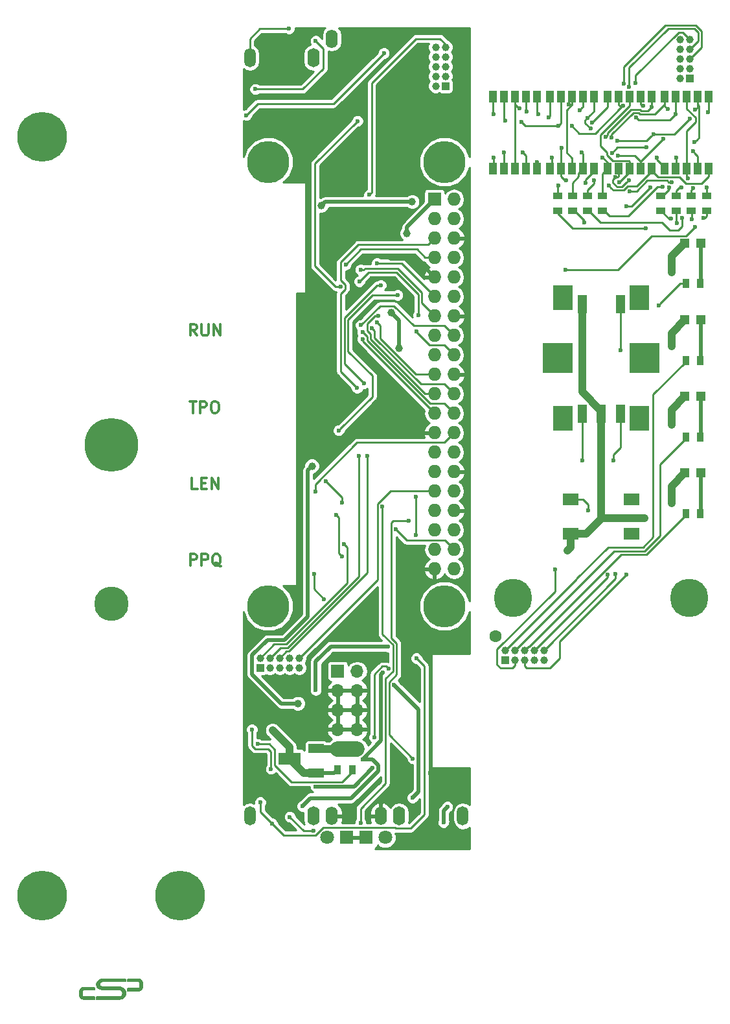
<source format=gbr>
G04 #@! TF.FileFunction,Copper,L1,Top,Signal*
%FSLAX46Y46*%
G04 Gerber Fmt 4.6, Leading zero omitted, Abs format (unit mm)*
G04 Created by KiCad (PCBNEW 4.0.6) date 2018 February 20, Tuesday 14:46:14*
%MOMM*%
%LPD*%
G01*
G04 APERTURE LIST*
%ADD10C,0.100000*%
%ADD11C,0.300000*%
%ADD12C,0.141111*%
%ADD13C,6.500000*%
%ADD14C,7.000000*%
%ADD15C,4.500000*%
%ADD16R,1.700000X1.700000*%
%ADD17O,1.700000X1.700000*%
%ADD18R,3.000000X1.600000*%
%ADD19R,2.000000X1.200000*%
%ADD20R,1.000000X1.000000*%
%ADD21C,1.000000*%
%ADD22R,1.727200X1.727200*%
%ADD23O,1.727200X1.727200*%
%ADD24C,5.500000*%
%ADD25R,0.900000X1.300000*%
%ADD26R,1.800000X1.800000*%
%ADD27C,1.800000*%
%ADD28O,1.500000X2.500000*%
%ADD29O,1.600000X2.500000*%
%ADD30O,1.600000X2.400000*%
%ADD31R,1.100000X1.500000*%
%ADD32R,1.300000X2.400000*%
%ADD33R,4.000000X4.000000*%
%ADD34R,2.500000X3.200000*%
%ADD35R,2.000000X1.500000*%
%ADD36R,1.300000X0.900000*%
%ADD37R,1.198880X1.198880*%
%ADD38C,5.000000*%
%ADD39C,1.600000*%
%ADD40C,2.000000*%
%ADD41C,0.600000*%
%ADD42C,0.500000*%
%ADD43C,1.000000*%
%ADD44C,0.250000*%
%ADD45C,2.000000*%
%ADD46C,0.254000*%
G04 APERTURE END LIST*
D10*
D11*
X-6718571Y-70768571D02*
X-6718571Y-69268571D01*
X-6147143Y-69268571D01*
X-6004285Y-69340000D01*
X-5932857Y-69411429D01*
X-5861428Y-69554286D01*
X-5861428Y-69768571D01*
X-5932857Y-69911429D01*
X-6004285Y-69982857D01*
X-6147143Y-70054286D01*
X-6718571Y-70054286D01*
X-5218571Y-70768571D02*
X-5218571Y-69268571D01*
X-4647143Y-69268571D01*
X-4504285Y-69340000D01*
X-4432857Y-69411429D01*
X-4361428Y-69554286D01*
X-4361428Y-69768571D01*
X-4432857Y-69911429D01*
X-4504285Y-69982857D01*
X-4647143Y-70054286D01*
X-5218571Y-70054286D01*
X-2718571Y-70911429D02*
X-2861428Y-70840000D01*
X-3004285Y-70697143D01*
X-3218571Y-70482857D01*
X-3361428Y-70411429D01*
X-3504285Y-70411429D01*
X-3432857Y-70768571D02*
X-3575714Y-70697143D01*
X-3718571Y-70554286D01*
X-3790000Y-70268571D01*
X-3790000Y-69768571D01*
X-3718571Y-69482857D01*
X-3575714Y-69340000D01*
X-3432857Y-69268571D01*
X-3147143Y-69268571D01*
X-3004285Y-69340000D01*
X-2861428Y-69482857D01*
X-2790000Y-69768571D01*
X-2790000Y-70268571D01*
X-2861428Y-70554286D01*
X-3004285Y-70697143D01*
X-3147143Y-70768571D01*
X-3432857Y-70768571D01*
X-5760000Y-60838571D02*
X-6474286Y-60838571D01*
X-6474286Y-59338571D01*
X-5260000Y-60052857D02*
X-4760000Y-60052857D01*
X-4545714Y-60838571D02*
X-5260000Y-60838571D01*
X-5260000Y-59338571D01*
X-4545714Y-59338571D01*
X-3902857Y-60838571D02*
X-3902857Y-59338571D01*
X-3045714Y-60838571D01*
X-3045714Y-59338571D01*
X-6774286Y-49358571D02*
X-5917143Y-49358571D01*
X-6345714Y-50858571D02*
X-6345714Y-49358571D01*
X-5417143Y-50858571D02*
X-5417143Y-49358571D01*
X-4845715Y-49358571D01*
X-4702857Y-49430000D01*
X-4631429Y-49501429D01*
X-4560000Y-49644286D01*
X-4560000Y-49858571D01*
X-4631429Y-50001429D01*
X-4702857Y-50072857D01*
X-4845715Y-50144286D01*
X-5417143Y-50144286D01*
X-3631429Y-49358571D02*
X-3345715Y-49358571D01*
X-3202857Y-49430000D01*
X-3060000Y-49572857D01*
X-2988572Y-49858571D01*
X-2988572Y-50358571D01*
X-3060000Y-50644286D01*
X-3202857Y-50787143D01*
X-3345715Y-50858571D01*
X-3631429Y-50858571D01*
X-3774286Y-50787143D01*
X-3917143Y-50644286D01*
X-3988572Y-50358571D01*
X-3988572Y-49858571D01*
X-3917143Y-49572857D01*
X-3774286Y-49430000D01*
X-3631429Y-49358571D01*
X-5847143Y-40768571D02*
X-6347143Y-40054286D01*
X-6704286Y-40768571D02*
X-6704286Y-39268571D01*
X-6132858Y-39268571D01*
X-5990000Y-39340000D01*
X-5918572Y-39411429D01*
X-5847143Y-39554286D01*
X-5847143Y-39768571D01*
X-5918572Y-39911429D01*
X-5990000Y-39982857D01*
X-6132858Y-40054286D01*
X-6704286Y-40054286D01*
X-5204286Y-39268571D02*
X-5204286Y-40482857D01*
X-5132858Y-40625714D01*
X-5061429Y-40697143D01*
X-4918572Y-40768571D01*
X-4632858Y-40768571D01*
X-4490000Y-40697143D01*
X-4418572Y-40625714D01*
X-4347143Y-40482857D01*
X-4347143Y-39268571D01*
X-3632857Y-40768571D02*
X-3632857Y-39268571D01*
X-2775714Y-40768571D01*
X-2775714Y-39268571D01*
D12*
X-16022826Y-127392859D02*
X-16005064Y-127392664D01*
X-16005064Y-127392664D02*
X-15987300Y-127392226D01*
X-15987300Y-127392226D02*
X-15969540Y-127391538D01*
X-15969540Y-127391538D02*
X-15951790Y-127390592D01*
X-15951790Y-127390592D02*
X-15934056Y-127389380D01*
X-15934056Y-127389380D02*
X-15916343Y-127387895D01*
X-15916343Y-127387895D02*
X-15898657Y-127386129D01*
X-15898657Y-127386129D02*
X-15881003Y-127384074D01*
X-15881003Y-127384074D02*
X-15863387Y-127381723D01*
X-15863387Y-127381723D02*
X-15845815Y-127379068D01*
X-15845815Y-127379068D02*
X-15828292Y-127376101D01*
X-15828292Y-127376101D02*
X-15810359Y-127372723D01*
X-15810359Y-127372723D02*
X-15792495Y-127369001D01*
X-15792495Y-127369001D02*
X-15774707Y-127364928D01*
X-15774707Y-127364928D02*
X-15757007Y-127360497D01*
X-15757007Y-127360497D02*
X-15739403Y-127355700D01*
X-15739403Y-127355700D02*
X-15722426Y-127350692D01*
X-15722426Y-127350692D02*
X-15705554Y-127345340D01*
X-15705554Y-127345340D02*
X-15688791Y-127339651D01*
X-15688791Y-127339651D02*
X-15672143Y-127333630D01*
X-15672143Y-127333630D02*
X-15655614Y-127327285D01*
X-15655614Y-127327285D02*
X-15639593Y-127320779D01*
X-15639593Y-127320779D02*
X-15623701Y-127313963D01*
X-15623701Y-127313963D02*
X-15607951Y-127306830D01*
X-15607951Y-127306830D02*
X-15592356Y-127299373D01*
X-15592356Y-127299373D02*
X-15576926Y-127291584D01*
X-15576926Y-127291584D02*
X-15562340Y-127283825D01*
X-15562340Y-127283825D02*
X-15547912Y-127275775D01*
X-15547912Y-127275775D02*
X-15533636Y-127267452D01*
X-15533636Y-127267452D02*
X-15519508Y-127258872D01*
X-15519508Y-127258872D02*
X-15505524Y-127250054D01*
X-15505524Y-127250054D02*
X-15492039Y-127241245D01*
X-15492039Y-127241245D02*
X-15478713Y-127232203D01*
X-15478713Y-127232203D02*
X-15465571Y-127222902D01*
X-15465571Y-127222902D02*
X-15452641Y-127213317D01*
X-15452641Y-127213317D02*
X-15439950Y-127203424D01*
X-15439950Y-127203424D02*
X-15427674Y-127193336D01*
X-15427674Y-127193336D02*
X-15415645Y-127182949D01*
X-15415645Y-127182949D02*
X-15403853Y-127172286D01*
X-15403853Y-127172286D02*
X-15392286Y-127161374D01*
X-15392286Y-127161374D02*
X-15380934Y-127150236D01*
X-15380934Y-127150236D02*
X-15370007Y-127139120D01*
X-15370007Y-127139120D02*
X-15359286Y-127127809D01*
X-15359286Y-127127809D02*
X-15348783Y-127116300D01*
X-15348783Y-127116300D02*
X-15338509Y-127104591D01*
X-15338509Y-127104591D02*
X-15328475Y-127092677D01*
X-15328475Y-127092677D02*
X-15316492Y-127077772D01*
X-15316492Y-127077772D02*
X-15304864Y-127062584D01*
X-15304864Y-127062584D02*
X-15293566Y-127047142D01*
X-15293566Y-127047142D02*
X-15282574Y-127031475D01*
X-15282574Y-127031475D02*
X-15271999Y-127015791D01*
X-15271999Y-127015791D02*
X-15261757Y-126999891D01*
X-15261757Y-126999891D02*
X-15251905Y-126983755D01*
X-15251905Y-126983755D02*
X-15242501Y-126967359D01*
X-15242501Y-126967359D02*
X-15233626Y-126950763D01*
X-15233626Y-126950763D02*
X-15225223Y-126933918D01*
X-15225223Y-126933918D02*
X-15217262Y-126916853D01*
X-15217262Y-126916853D02*
X-15209714Y-126899600D01*
X-15209714Y-126899600D02*
X-15202547Y-126882158D01*
X-15202547Y-126882158D02*
X-15195778Y-126864563D01*
X-15195778Y-126864563D02*
X-15189419Y-126846817D01*
X-15189419Y-126846817D02*
X-15183485Y-126828926D01*
X-15183485Y-126828926D02*
X-15178093Y-126811256D01*
X-15178093Y-126811256D02*
X-15173132Y-126793460D01*
X-15173132Y-126793460D02*
X-15168611Y-126775546D01*
X-15168611Y-126775546D02*
X-15164541Y-126757524D01*
X-15164541Y-126757524D02*
X-15160889Y-126739170D01*
X-15160889Y-126739170D02*
X-15157718Y-126720727D01*
X-15157718Y-126720727D02*
X-15155036Y-126702207D01*
X-15155036Y-126702207D02*
X-15152851Y-126683623D01*
X-15152851Y-126683623D02*
X-15151171Y-126664987D01*
X-15151171Y-126664987D02*
X-15150004Y-126646311D01*
X-15150004Y-126646311D02*
X-15149358Y-126627608D01*
X-15149358Y-126627608D02*
X-15149241Y-126608890D01*
X-15149241Y-126608890D02*
X-16022826Y-127392859D01*
X-15149241Y-126608890D02*
X-15149552Y-126590123D01*
X-15149552Y-126590123D02*
X-15150246Y-126571350D01*
X-15150246Y-126571350D02*
X-15151349Y-126552588D01*
X-15151349Y-126552588D02*
X-15152883Y-126533854D01*
X-15152883Y-126533854D02*
X-15154873Y-126515163D01*
X-15154873Y-126515163D02*
X-15157341Y-126496535D01*
X-15157341Y-126496535D02*
X-15160314Y-126477984D01*
X-15160314Y-126477984D02*
X-15163813Y-126459528D01*
X-15163813Y-126459528D02*
X-15167821Y-126441316D01*
X-15167821Y-126441316D02*
X-15172338Y-126423219D01*
X-15172338Y-126423219D02*
X-15177328Y-126405245D01*
X-15177328Y-126405245D02*
X-15182756Y-126387397D01*
X-15182756Y-126387397D02*
X-15188712Y-126369330D01*
X-15188712Y-126369330D02*
X-15195077Y-126351404D01*
X-15195077Y-126351404D02*
X-15201839Y-126333625D01*
X-15201839Y-126333625D02*
X-15208986Y-126315995D01*
X-15208986Y-126315995D02*
X-15216565Y-126298402D01*
X-15216565Y-126298402D02*
X-15224543Y-126280987D01*
X-15224543Y-126280987D02*
X-15232939Y-126263772D01*
X-15232939Y-126263772D02*
X-15241772Y-126246778D01*
X-15241772Y-126246778D02*
X-15250965Y-126230187D01*
X-15250965Y-126230187D02*
X-15260595Y-126213844D01*
X-15260595Y-126213844D02*
X-15270649Y-126197756D01*
X-15270649Y-126197756D02*
X-15281117Y-126181933D01*
X-15281117Y-126181933D02*
X-15291998Y-126166369D01*
X-15291998Y-126166369D02*
X-15303278Y-126151092D01*
X-15303278Y-126151092D02*
X-15314953Y-126136118D01*
X-15314953Y-126136118D02*
X-15327018Y-126121460D01*
X-15327018Y-126121460D02*
X-15337064Y-126109836D01*
X-15337064Y-126109836D02*
X-15347348Y-126098421D01*
X-15347348Y-126098421D02*
X-15357856Y-126087208D01*
X-15357856Y-126087208D02*
X-15368570Y-126076190D01*
X-15368570Y-126076190D02*
X-15379477Y-126065358D01*
X-15379477Y-126065358D02*
X-15390729Y-126054556D01*
X-15390729Y-126054556D02*
X-15402173Y-126043960D01*
X-15402173Y-126043960D02*
X-15413820Y-126033593D01*
X-15413820Y-126033593D02*
X-15425680Y-126023475D01*
X-15425680Y-126023475D02*
X-15437764Y-126013628D01*
X-15437764Y-126013628D02*
X-15450319Y-126003885D01*
X-15450319Y-126003885D02*
X-15463100Y-125994436D01*
X-15463100Y-125994436D02*
X-15476087Y-125985267D01*
X-15476087Y-125985267D02*
X-15489263Y-125976368D01*
X-15489263Y-125976368D02*
X-15502609Y-125967726D01*
X-15502609Y-125967726D02*
X-15516588Y-125959042D01*
X-15516588Y-125959042D02*
X-15530724Y-125950621D01*
X-15530724Y-125950621D02*
X-15545011Y-125942462D01*
X-15545011Y-125942462D02*
X-15559442Y-125934564D01*
X-15559442Y-125934564D02*
X-15574012Y-125926925D01*
X-15574012Y-125926925D02*
X-15589343Y-125919236D01*
X-15589343Y-125919236D02*
X-15604812Y-125911825D01*
X-15604812Y-125911825D02*
X-15620410Y-125904688D01*
X-15620410Y-125904688D02*
X-15636132Y-125897822D01*
X-15636132Y-125897822D02*
X-15651972Y-125891224D01*
X-15651972Y-125891224D02*
X-15668348Y-125884730D01*
X-15668348Y-125884730D02*
X-15684841Y-125878541D01*
X-15684841Y-125878541D02*
X-15701452Y-125872685D01*
X-15701452Y-125872685D02*
X-15718182Y-125867189D01*
X-15718182Y-125867189D02*
X-15735031Y-125862080D01*
X-15735031Y-125862080D02*
X-15752613Y-125857215D01*
X-15752613Y-125857215D02*
X-15770308Y-125852768D01*
X-15770308Y-125852768D02*
X-15788101Y-125848714D01*
X-15788101Y-125848714D02*
X-15805977Y-125845026D01*
X-15805977Y-125845026D02*
X-15823920Y-125841679D01*
X-15823920Y-125841679D02*
X-15841319Y-125838746D01*
X-15841319Y-125838746D02*
X-15858761Y-125836104D01*
X-15858761Y-125836104D02*
X-15876244Y-125833749D01*
X-15876244Y-125833749D02*
X-15893761Y-125831680D01*
X-15893761Y-125831680D02*
X-15911309Y-125829892D01*
X-15911309Y-125829892D02*
X-15928883Y-125828384D01*
X-15928883Y-125828384D02*
X-15946480Y-125827152D01*
X-15946480Y-125827152D02*
X-15964094Y-125826192D01*
X-15964094Y-125826192D02*
X-15981721Y-125825503D01*
X-15981721Y-125825503D02*
X-15999357Y-125825080D01*
X-15999357Y-125825080D02*
X-16016998Y-125824922D01*
X-16016998Y-125824922D02*
X-15149241Y-126608890D01*
X-18038849Y-125824922D02*
X-18057719Y-125824652D01*
X-18057719Y-125824652D02*
X-18076618Y-125824140D01*
X-18076618Y-125824140D02*
X-18095530Y-125823358D01*
X-18095530Y-125823358D02*
X-18114441Y-125822277D01*
X-18114441Y-125822277D02*
X-18133338Y-125820867D01*
X-18133338Y-125820867D02*
X-18152205Y-125819102D01*
X-18152205Y-125819102D02*
X-18171028Y-125816951D01*
X-18171028Y-125816951D02*
X-18189793Y-125814386D01*
X-18189793Y-125814386D02*
X-18208486Y-125811380D01*
X-18208486Y-125811380D02*
X-18227092Y-125807902D01*
X-18227092Y-125807902D02*
X-18245596Y-125803926D01*
X-18245596Y-125803926D02*
X-18263985Y-125799421D01*
X-18263985Y-125799421D02*
X-18282042Y-125794415D01*
X-18282042Y-125794415D02*
X-18299929Y-125788822D01*
X-18299929Y-125788822D02*
X-18317603Y-125782599D01*
X-18317603Y-125782599D02*
X-18335023Y-125775703D01*
X-18335023Y-125775703D02*
X-18352145Y-125768091D01*
X-18352145Y-125768091D02*
X-18367466Y-125760492D01*
X-18367466Y-125760492D02*
X-18382459Y-125752256D01*
X-18382459Y-125752256D02*
X-18397077Y-125743374D01*
X-18397077Y-125743374D02*
X-18411274Y-125733840D01*
X-18411274Y-125733840D02*
X-18425005Y-125723647D01*
X-18425005Y-125723647D02*
X-18437233Y-125713644D01*
X-18437233Y-125713644D02*
X-18448992Y-125703090D01*
X-18448992Y-125703090D02*
X-18460246Y-125691999D01*
X-18460246Y-125691999D02*
X-18470962Y-125680388D01*
X-18470962Y-125680388D02*
X-18481107Y-125668274D01*
X-18481107Y-125668274D02*
X-18492562Y-125652985D01*
X-18492562Y-125652985D02*
X-18503089Y-125637042D01*
X-18503089Y-125637042D02*
X-18512643Y-125620504D01*
X-18512643Y-125620504D02*
X-18521179Y-125603429D01*
X-18521179Y-125603429D02*
X-18528261Y-125586904D01*
X-18528261Y-125586904D02*
X-18534419Y-125570009D01*
X-18534419Y-125570009D02*
X-18539672Y-125552800D01*
X-18539672Y-125552800D02*
X-18544039Y-125535333D01*
X-18544039Y-125535333D02*
X-18547539Y-125517662D01*
X-18547539Y-125517662D02*
X-18550190Y-125499843D01*
X-18550190Y-125499843D02*
X-18552011Y-125481932D01*
X-18552011Y-125481932D02*
X-18553021Y-125463983D01*
X-18553021Y-125463983D02*
X-18553238Y-125446052D01*
X-18553238Y-125446052D02*
X-18552872Y-125428018D01*
X-18552872Y-125428018D02*
X-18551794Y-125409933D01*
X-18551794Y-125409933D02*
X-18549968Y-125391859D01*
X-18549968Y-125391859D02*
X-18547355Y-125373860D01*
X-18547355Y-125373860D02*
X-18543918Y-125356001D01*
X-18543918Y-125356001D02*
X-18539619Y-125338343D01*
X-18539619Y-125338343D02*
X-18534422Y-125320951D01*
X-18534422Y-125320951D02*
X-18528288Y-125303889D01*
X-18528288Y-125303889D02*
X-18521179Y-125287218D01*
X-18521179Y-125287218D02*
X-18514329Y-125273354D01*
X-18514329Y-125273354D02*
X-18506783Y-125259842D01*
X-18506783Y-125259842D02*
X-18498582Y-125246706D01*
X-18498582Y-125246706D02*
X-18489767Y-125233966D01*
X-18489767Y-125233966D02*
X-18480378Y-125221645D01*
X-18480378Y-125221645D02*
X-18470176Y-125209443D01*
X-18470176Y-125209443D02*
X-18459438Y-125197719D01*
X-18459438Y-125197719D02*
X-18448191Y-125186485D01*
X-18448191Y-125186485D02*
X-18436462Y-125175755D01*
X-18436462Y-125175755D02*
X-18424276Y-125165543D01*
X-18424276Y-125165543D02*
X-18410566Y-125155059D01*
X-18410566Y-125155059D02*
X-18396388Y-125145214D01*
X-18396388Y-125145214D02*
X-18381779Y-125136020D01*
X-18381779Y-125136020D02*
X-18366776Y-125127492D01*
X-18366776Y-125127492D02*
X-18351417Y-125119641D01*
X-18351417Y-125119641D02*
X-18334197Y-125111810D01*
X-18334197Y-125111810D02*
X-18316646Y-125104750D01*
X-18316646Y-125104750D02*
X-18298816Y-125098400D01*
X-18298816Y-125098400D02*
X-18280759Y-125092698D01*
X-18280759Y-125092698D02*
X-18262528Y-125087583D01*
X-18262528Y-125087583D02*
X-18244023Y-125082966D01*
X-18244023Y-125082966D02*
X-18225406Y-125078862D01*
X-18225406Y-125078862D02*
X-18206692Y-125075249D01*
X-18206692Y-125075249D02*
X-18187892Y-125072106D01*
X-18187892Y-125072106D02*
X-18169019Y-125069412D01*
X-18169019Y-125069412D02*
X-18150086Y-125067147D01*
X-18150086Y-125067147D02*
X-18131106Y-125065288D01*
X-18131106Y-125065288D02*
X-18112091Y-125063814D01*
X-18112091Y-125063814D02*
X-18093053Y-125062706D01*
X-18093053Y-125062706D02*
X-18074007Y-125061940D01*
X-18074007Y-125061940D02*
X-18054963Y-125061496D01*
X-18054963Y-125061496D02*
X-18035935Y-125061354D01*
X-18035935Y-124781573D02*
X-18053841Y-124781751D01*
X-18053841Y-124781751D02*
X-18071757Y-124782053D01*
X-18071757Y-124782053D02*
X-18089679Y-124782496D01*
X-18089679Y-124782496D02*
X-18107602Y-124783098D01*
X-18107602Y-124783098D02*
X-18125521Y-124783876D01*
X-18125521Y-124783876D02*
X-18143430Y-124784848D01*
X-18143430Y-124784848D02*
X-18161324Y-124786032D01*
X-18161324Y-124786032D02*
X-18179199Y-124787444D01*
X-18179199Y-124787444D02*
X-18197049Y-124789103D01*
X-18197049Y-124789103D02*
X-18214870Y-124791026D01*
X-18214870Y-124791026D02*
X-18232656Y-124793231D01*
X-18232656Y-124793231D02*
X-18250659Y-124795766D01*
X-18250659Y-124795766D02*
X-18268622Y-124798586D01*
X-18268622Y-124798586D02*
X-18286545Y-124801669D01*
X-18286545Y-124801669D02*
X-18304428Y-124804992D01*
X-18304428Y-124804992D02*
X-18322273Y-124808531D01*
X-18322273Y-124808531D02*
X-18339300Y-124812108D01*
X-18339300Y-124812108D02*
X-18356279Y-124815899D01*
X-18356279Y-124815899D02*
X-18373196Y-124819943D01*
X-18373196Y-124819943D02*
X-18390038Y-124824274D01*
X-18390038Y-124824274D02*
X-18406790Y-124828932D01*
X-18406790Y-124828932D02*
X-18422723Y-124833719D01*
X-18422723Y-124833719D02*
X-18438560Y-124838823D01*
X-18438560Y-124838823D02*
X-18454299Y-124844229D01*
X-18454299Y-124844229D02*
X-18469939Y-124849923D01*
X-18469939Y-124849923D02*
X-18485478Y-124855890D01*
X-18485478Y-124855890D02*
X-18500429Y-124861919D01*
X-18500429Y-124861919D02*
X-18515273Y-124868202D01*
X-18515273Y-124868202D02*
X-18530001Y-124874748D01*
X-18530001Y-124874748D02*
X-18544602Y-124881570D01*
X-18544602Y-124881570D02*
X-18559066Y-124888677D01*
X-18559066Y-124888677D02*
X-18572930Y-124895838D01*
X-18572930Y-124895838D02*
X-18586647Y-124903279D01*
X-18586647Y-124903279D02*
X-18600208Y-124911001D01*
X-18600208Y-124911001D02*
X-18613604Y-124919005D01*
X-18613604Y-124919005D02*
X-18626826Y-124927292D01*
X-18626826Y-124927292D02*
X-18642731Y-124937802D01*
X-18642731Y-124937802D02*
X-18658357Y-124948723D01*
X-18658357Y-124948723D02*
X-18673700Y-124960039D01*
X-18673700Y-124960039D02*
X-18688756Y-124971737D01*
X-18688756Y-124971737D02*
X-18703057Y-124983417D01*
X-18703057Y-124983417D02*
X-18717065Y-124995444D01*
X-18717065Y-124995444D02*
X-18730762Y-125007821D01*
X-18730762Y-125007821D02*
X-18744130Y-125020552D01*
X-18744130Y-125020552D02*
X-18756867Y-125033348D01*
X-18756867Y-125033348D02*
X-18769257Y-125046481D01*
X-18769257Y-125046481D02*
X-18781288Y-125059946D01*
X-18781288Y-125059946D02*
X-18792945Y-125073740D01*
X-18792945Y-125073740D02*
X-18803779Y-125087301D01*
X-18803779Y-125087301D02*
X-18814216Y-125101168D01*
X-18814216Y-125101168D02*
X-18824218Y-125115346D01*
X-18824218Y-125115346D02*
X-18833747Y-125129842D01*
X-18833747Y-125129842D02*
X-18842619Y-125144391D01*
X-18842619Y-125144391D02*
X-18851023Y-125159221D01*
X-18851023Y-125159221D02*
X-18858985Y-125174297D01*
X-18858985Y-125174297D02*
X-18866534Y-125189587D01*
X-18866534Y-125189587D02*
X-18873733Y-125205166D01*
X-18873733Y-125205166D02*
X-18880519Y-125220925D01*
X-18880519Y-125220925D02*
X-18886869Y-125236862D01*
X-18886869Y-125236862D02*
X-18892763Y-125252974D01*
X-18892763Y-125252974D02*
X-18898260Y-125269508D01*
X-18898260Y-125269508D02*
X-18903256Y-125286202D01*
X-18903256Y-125286202D02*
X-18907741Y-125303040D01*
X-18907741Y-125303040D02*
X-18911707Y-125320005D01*
X-18911707Y-125320005D02*
X-18915283Y-125337806D01*
X-18915283Y-125337806D02*
X-18918311Y-125355708D01*
X-18918311Y-125355708D02*
X-18920812Y-125373696D01*
X-18920812Y-125373696D02*
X-18922813Y-125391749D01*
X-18922813Y-125391749D02*
X-18924335Y-125409851D01*
X-18924335Y-125409851D02*
X-18925405Y-125427984D01*
X-18925405Y-125427984D02*
X-18926044Y-125446128D01*
X-18926044Y-125446128D02*
X-18926278Y-125464267D01*
X-18926278Y-125464267D02*
X-18035935Y-124781573D01*
X-18926278Y-125464267D02*
X-18926181Y-125482439D01*
X-18926181Y-125482439D02*
X-18925563Y-125500589D01*
X-18925563Y-125500589D02*
X-18924439Y-125518708D01*
X-18924439Y-125518708D02*
X-18922823Y-125536787D01*
X-18922823Y-125536787D02*
X-18920727Y-125554818D01*
X-18920727Y-125554818D02*
X-18918167Y-125572791D01*
X-18918167Y-125572791D02*
X-18915156Y-125590698D01*
X-18915156Y-125590698D02*
X-18911707Y-125608529D01*
X-18911707Y-125608529D02*
X-18908012Y-125625462D01*
X-18908012Y-125625462D02*
X-18903892Y-125642294D01*
X-18903892Y-125642294D02*
X-18899308Y-125659001D01*
X-18899308Y-125659001D02*
X-18894220Y-125675560D01*
X-18894220Y-125675560D02*
X-18888760Y-125691501D01*
X-18888760Y-125691501D02*
X-18882802Y-125707266D01*
X-18882802Y-125707266D02*
X-18876359Y-125722843D01*
X-18876359Y-125722843D02*
X-18869448Y-125738219D01*
X-18869448Y-125738219D02*
X-18862105Y-125753332D01*
X-18862105Y-125753332D02*
X-18854312Y-125768217D01*
X-18854312Y-125768217D02*
X-18846073Y-125782856D01*
X-18846073Y-125782856D02*
X-18837390Y-125797235D01*
X-18837390Y-125797235D02*
X-18828162Y-125811498D01*
X-18828162Y-125811498D02*
X-18818510Y-125825480D01*
X-18818510Y-125825480D02*
X-18808462Y-125839183D01*
X-18808462Y-125839183D02*
X-18798046Y-125852608D01*
X-18798046Y-125852608D02*
X-18787087Y-125865993D01*
X-18787087Y-125865993D02*
X-18775781Y-125879084D01*
X-18775781Y-125879084D02*
X-18764132Y-125891869D01*
X-18764132Y-125891869D02*
X-18752144Y-125904339D01*
X-18752144Y-125904339D02*
X-18739363Y-125916922D01*
X-18739363Y-125916922D02*
X-18726232Y-125929141D01*
X-18726232Y-125929141D02*
X-18712761Y-125940981D01*
X-18712761Y-125940981D02*
X-18698957Y-125952426D01*
X-18698957Y-125952426D02*
X-18684455Y-125963756D01*
X-18684455Y-125963756D02*
X-18669643Y-125974680D01*
X-18669643Y-125974680D02*
X-18654552Y-125985224D01*
X-18654552Y-125985224D02*
X-18639212Y-125995413D01*
X-18639212Y-125995413D02*
X-18623193Y-126005539D01*
X-18623193Y-126005539D02*
X-18606932Y-126015263D01*
X-18606932Y-126015263D02*
X-18590418Y-126024534D01*
X-18590418Y-126024534D02*
X-18573638Y-126033300D01*
X-18573638Y-126033300D02*
X-18559495Y-126040172D01*
X-18559495Y-126040172D02*
X-18545185Y-126046699D01*
X-18545185Y-126046699D02*
X-18530734Y-126052924D01*
X-18530734Y-126052924D02*
X-18516167Y-126058887D01*
X-18516167Y-126058887D02*
X-18501507Y-126064629D01*
X-18501507Y-126064629D02*
X-18486227Y-126070383D01*
X-18486227Y-126070383D02*
X-18470870Y-126075913D01*
X-18470870Y-126075913D02*
X-18455429Y-126081189D01*
X-18455429Y-126081189D02*
X-18439900Y-126086181D01*
X-18439900Y-126086181D02*
X-18424276Y-126090859D01*
X-18424276Y-126090859D02*
X-18407823Y-126095398D01*
X-18407823Y-126095398D02*
X-18391275Y-126099597D01*
X-18391275Y-126099597D02*
X-18374648Y-126103494D01*
X-18374648Y-126103494D02*
X-18357957Y-126107126D01*
X-18357957Y-126107126D02*
X-18341216Y-126110531D01*
X-18341216Y-126110531D02*
X-18323512Y-126113909D01*
X-18323512Y-126113909D02*
X-18305770Y-126117065D01*
X-18305770Y-126117065D02*
X-18287991Y-126119990D01*
X-18287991Y-126119990D02*
X-18270177Y-126122672D01*
X-18270177Y-126122672D02*
X-18252328Y-126125103D01*
X-18252328Y-126125103D02*
X-18234667Y-126127250D01*
X-18234667Y-126127250D02*
X-18216976Y-126129150D01*
X-18216976Y-126129150D02*
X-18199259Y-126130815D01*
X-18199259Y-126130815D02*
X-18181520Y-126132252D01*
X-18181520Y-126132252D02*
X-18163763Y-126133472D01*
X-18163763Y-126133472D02*
X-18145993Y-126134485D01*
X-18145993Y-126134485D02*
X-18128212Y-126135299D01*
X-18128212Y-126135299D02*
X-18110425Y-126135924D01*
X-18110425Y-126135924D02*
X-18092635Y-126136369D01*
X-18092635Y-126136369D02*
X-18074847Y-126136645D01*
X-18074847Y-126136645D02*
X-18057064Y-126136760D01*
X-18057064Y-126136760D02*
X-18926278Y-125464267D01*
X-16031570Y-126136760D02*
X-16014515Y-126137046D01*
X-16014515Y-126137046D02*
X-15997468Y-126137728D01*
X-15997468Y-126137728D02*
X-15980441Y-126138823D01*
X-15980441Y-126138823D02*
X-15963449Y-126140350D01*
X-15963449Y-126140350D02*
X-15946504Y-126142325D01*
X-15946504Y-126142325D02*
X-15929619Y-126144765D01*
X-15929619Y-126144765D02*
X-15912809Y-126147689D01*
X-15912809Y-126147689D02*
X-15894912Y-126151385D01*
X-15894912Y-126151385D02*
X-15877167Y-126155731D01*
X-15877167Y-126155731D02*
X-15859621Y-126160804D01*
X-15859621Y-126160804D02*
X-15842864Y-126166459D01*
X-15842864Y-126166459D02*
X-15826348Y-126172796D01*
X-15826348Y-126172796D02*
X-15810077Y-126179748D01*
X-15810077Y-126179748D02*
X-15794525Y-126187023D01*
X-15794525Y-126187023D02*
X-15779220Y-126194798D01*
X-15779220Y-126194798D02*
X-15764175Y-126203063D01*
X-15764175Y-126203063D02*
X-15749791Y-126211573D01*
X-15749791Y-126211573D02*
X-15735695Y-126220553D01*
X-15735695Y-126220553D02*
X-15721917Y-126230021D01*
X-15721917Y-126230021D02*
X-15709140Y-126239495D01*
X-15709140Y-126239495D02*
X-15696735Y-126249446D01*
X-15696735Y-126249446D02*
X-15684758Y-126259893D01*
X-15684758Y-126259893D02*
X-15673188Y-126270896D01*
X-15673188Y-126270896D02*
X-15662038Y-126282339D01*
X-15662038Y-126282339D02*
X-15651243Y-126294137D01*
X-15651243Y-126294137D02*
X-15638967Y-126308346D01*
X-15638967Y-126308346D02*
X-15627152Y-126322943D01*
X-15627152Y-126322943D02*
X-15615865Y-126337941D01*
X-15615865Y-126337941D02*
X-15605173Y-126353350D01*
X-15605173Y-126353350D02*
X-15595141Y-126369182D01*
X-15595141Y-126369182D02*
X-15585835Y-126385412D01*
X-15585835Y-126385412D02*
X-15577213Y-126402027D01*
X-15577213Y-126402027D02*
X-15569238Y-126418979D01*
X-15569238Y-126418979D02*
X-15561870Y-126436220D01*
X-15561870Y-126436220D02*
X-15555068Y-126453699D01*
X-15555068Y-126453699D02*
X-15549100Y-126470509D01*
X-15549100Y-126470509D02*
X-15543642Y-126487482D01*
X-15543642Y-126487482D02*
X-15538727Y-126504605D01*
X-15538727Y-126504605D02*
X-15534388Y-126521870D01*
X-15534388Y-126521870D02*
X-15530657Y-126539266D01*
X-15530657Y-126539266D02*
X-15527568Y-126556781D01*
X-15527568Y-126556781D02*
X-15525153Y-126574406D01*
X-15525153Y-126574406D02*
X-15523445Y-126592130D01*
X-15523445Y-126592130D02*
X-15522477Y-126609943D01*
X-15522477Y-126609943D02*
X-15522282Y-126627834D01*
X-15522282Y-126627834D02*
X-15522441Y-126645815D01*
X-15522441Y-126645815D02*
X-15523402Y-126663719D01*
X-15523402Y-126663719D02*
X-15525131Y-126681533D01*
X-15525131Y-126681533D02*
X-15527591Y-126699245D01*
X-15527591Y-126699245D02*
X-15530750Y-126716843D01*
X-15530750Y-126716843D02*
X-15534572Y-126734314D01*
X-15534572Y-126734314D02*
X-15539022Y-126751648D01*
X-15539022Y-126751648D02*
X-15544066Y-126768831D01*
X-15544066Y-126768831D02*
X-15549669Y-126785851D01*
X-15549669Y-126785851D02*
X-15555797Y-126802696D01*
X-15555797Y-126802696D02*
X-15562641Y-126819869D01*
X-15562641Y-126819869D02*
X-15570038Y-126836801D01*
X-15570038Y-126836801D02*
X-15578020Y-126853454D01*
X-15578020Y-126853454D02*
X-15586620Y-126869786D01*
X-15586620Y-126869786D02*
X-15595870Y-126885756D01*
X-15595870Y-126885756D02*
X-15605826Y-126901379D01*
X-15605826Y-126901379D02*
X-15616441Y-126916574D01*
X-15616441Y-126916574D02*
X-15627689Y-126931315D01*
X-15627689Y-126931315D02*
X-15639541Y-126945580D01*
X-15639541Y-126945580D02*
X-15651972Y-126959344D01*
X-15651972Y-126959344D02*
X-15665089Y-126972719D01*
X-15665089Y-126972719D02*
X-15678743Y-126985543D01*
X-15678743Y-126985543D02*
X-15692904Y-126997799D01*
X-15692904Y-126997799D02*
X-15707547Y-127009472D01*
X-15707547Y-127009472D02*
X-15722645Y-127020546D01*
X-15722645Y-127020546D02*
X-15736621Y-127030005D01*
X-15736621Y-127030005D02*
X-15750918Y-127038972D01*
X-15750918Y-127038972D02*
X-15765511Y-127047456D01*
X-15765511Y-127047456D02*
X-15780374Y-127055465D01*
X-15780374Y-127055465D02*
X-15795481Y-127063007D01*
X-15795481Y-127063007D02*
X-15810805Y-127070091D01*
X-15810805Y-127070091D02*
X-15827094Y-127077021D01*
X-15827094Y-127077021D02*
X-15843605Y-127083366D01*
X-15843605Y-127083366D02*
X-15860350Y-127089034D01*
X-15860350Y-127089034D02*
X-15877890Y-127094114D01*
X-15877890Y-127094114D02*
X-15895638Y-127098458D01*
X-15895638Y-127098458D02*
X-15913537Y-127102149D01*
X-15913537Y-127102149D02*
X-15930350Y-127105071D01*
X-15930350Y-127105071D02*
X-15947234Y-127107512D01*
X-15947234Y-127107512D02*
X-15964178Y-127109488D01*
X-15964178Y-127109488D02*
X-15981169Y-127111016D01*
X-15981169Y-127111016D02*
X-15998195Y-127112112D01*
X-15998195Y-127112112D02*
X-16015242Y-127112794D01*
X-16015242Y-127112794D02*
X-16032298Y-127113078D01*
X-20596399Y-125873910D02*
X-20614661Y-125873941D01*
X-20614661Y-125873941D02*
X-20632893Y-125874636D01*
X-20632893Y-125874636D02*
X-20651084Y-125875955D01*
X-20651084Y-125875955D02*
X-20669226Y-125877854D01*
X-20669226Y-125877854D02*
X-20687307Y-125880295D01*
X-20687307Y-125880295D02*
X-20705319Y-125883234D01*
X-20705319Y-125883234D02*
X-20722671Y-125886532D01*
X-20722671Y-125886532D02*
X-20739916Y-125890325D01*
X-20739916Y-125890325D02*
X-20757024Y-125894677D01*
X-20757024Y-125894677D02*
X-20773579Y-125899514D01*
X-20773579Y-125899514D02*
X-20789968Y-125904899D01*
X-20789968Y-125904899D02*
X-20806187Y-125910782D01*
X-20806187Y-125910782D02*
X-20821910Y-125916990D01*
X-20821910Y-125916990D02*
X-20837454Y-125923630D01*
X-20837454Y-125923630D02*
X-20852806Y-125930701D01*
X-20852806Y-125930701D02*
X-20867594Y-125938025D01*
X-20867594Y-125938025D02*
X-20882155Y-125945787D01*
X-20882155Y-125945787D02*
X-20896459Y-125954011D01*
X-20896459Y-125954011D02*
X-20910313Y-125962609D01*
X-20910313Y-125962609D02*
X-20923877Y-125971659D01*
X-20923877Y-125971659D02*
X-20937145Y-125981135D01*
X-20937145Y-125981135D02*
X-20950014Y-125990935D01*
X-20950014Y-125990935D02*
X-20962587Y-126001112D01*
X-20962587Y-126001112D02*
X-20974865Y-126011650D01*
X-20974865Y-126011650D02*
X-20986698Y-126022414D01*
X-20986698Y-126022414D02*
X-20998167Y-126033559D01*
X-20998167Y-126033559D02*
X-21009194Y-126045131D01*
X-21009194Y-126045131D02*
X-21019647Y-126057062D01*
X-21019647Y-126057062D02*
X-21029655Y-126069379D01*
X-21029655Y-126069379D02*
X-21039284Y-126082003D01*
X-21039284Y-126082003D02*
X-21048584Y-126094876D01*
X-21048584Y-126094876D02*
X-21057506Y-126108004D01*
X-21057506Y-126108004D02*
X-21065985Y-126121418D01*
X-21065985Y-126121418D02*
X-21074119Y-126135405D01*
X-21074119Y-126135405D02*
X-21081742Y-126149684D01*
X-21081742Y-126149684D02*
X-21088871Y-126164223D01*
X-21088871Y-126164223D02*
X-21095502Y-126178974D01*
X-21095502Y-126178974D02*
X-21101597Y-126193949D01*
X-21101597Y-126193949D02*
X-21107095Y-126209147D01*
X-21107095Y-126209147D02*
X-21111899Y-126224379D01*
X-21111899Y-126224379D02*
X-21116118Y-126239791D01*
X-21116118Y-126239791D02*
X-21119809Y-126255343D01*
X-21119809Y-126255343D02*
X-21123061Y-126271255D01*
X-21123061Y-126271255D02*
X-21125781Y-126287261D01*
X-21125781Y-126287261D02*
X-21127923Y-126303348D01*
X-21127923Y-126303348D02*
X-21129439Y-126319503D01*
X-21129439Y-126319503D02*
X-21130282Y-126335716D01*
X-21130282Y-126335716D02*
X-21130404Y-126351972D01*
X-21130404Y-126351972D02*
X-20596399Y-125873910D01*
X-21130404Y-126905897D02*
X-21130276Y-126922572D01*
X-21130276Y-126922572D02*
X-21129434Y-126939206D01*
X-21129434Y-126939206D02*
X-21127922Y-126955785D01*
X-21127922Y-126955785D02*
X-21125785Y-126972296D01*
X-21125785Y-126972296D02*
X-21123066Y-126988729D01*
X-21123066Y-126988729D02*
X-21119809Y-127005069D01*
X-21119809Y-127005069D02*
X-21116137Y-127020906D01*
X-21116137Y-127020906D02*
X-21111923Y-127036601D01*
X-21111923Y-127036601D02*
X-21107095Y-127052112D01*
X-21107095Y-127052112D02*
X-21101630Y-127067325D01*
X-21101630Y-127067325D02*
X-21095538Y-127082303D01*
X-21095538Y-127082303D02*
X-21088871Y-127097037D01*
X-21088871Y-127097037D02*
X-21081724Y-127111423D01*
X-21081724Y-127111423D02*
X-21074087Y-127125552D01*
X-21074087Y-127125552D02*
X-21065985Y-127139418D01*
X-21065985Y-127139418D02*
X-21057481Y-127152958D01*
X-21057481Y-127152958D02*
X-21048571Y-127166235D01*
X-21048571Y-127166235D02*
X-21039284Y-127179256D01*
X-21039284Y-127179256D02*
X-21029649Y-127192007D01*
X-21029649Y-127192007D02*
X-21019630Y-127204456D01*
X-21019630Y-127204456D02*
X-21009194Y-127216552D01*
X-21009194Y-127216552D02*
X-20998168Y-127228405D01*
X-20998168Y-127228405D02*
X-20986713Y-127239847D01*
X-20986713Y-127239847D02*
X-20974865Y-127250881D01*
X-20974865Y-127250881D02*
X-20962601Y-127261565D01*
X-20962601Y-127261565D02*
X-20950015Y-127271868D01*
X-20950015Y-127271868D02*
X-20937145Y-127281819D01*
X-20937145Y-127281819D02*
X-20923860Y-127291548D01*
X-20923860Y-127291548D02*
X-20910304Y-127300890D01*
X-20910304Y-127300890D02*
X-20896459Y-127309791D01*
X-20896459Y-127309791D02*
X-20882167Y-127318297D01*
X-20882167Y-127318297D02*
X-20867602Y-127326336D01*
X-20867602Y-127326336D02*
X-20852806Y-127333948D01*
X-20852806Y-127333948D02*
X-20837467Y-127341322D01*
X-20837467Y-127341322D02*
X-20821928Y-127348255D01*
X-20821928Y-127348255D02*
X-20806187Y-127354715D01*
X-20806187Y-127354715D02*
X-20789985Y-127360764D01*
X-20789985Y-127360764D02*
X-20773591Y-127366277D01*
X-20773591Y-127366277D02*
X-20757024Y-127371244D01*
X-20757024Y-127371244D02*
X-20739920Y-127375754D01*
X-20739920Y-127375754D02*
X-20722677Y-127379702D01*
X-20722677Y-127379702D02*
X-20705319Y-127383111D01*
X-20705319Y-127383111D02*
X-20687313Y-127386082D01*
X-20687313Y-127386082D02*
X-20669227Y-127388507D01*
X-20669227Y-127388507D02*
X-20651075Y-127390391D01*
X-20651075Y-127390391D02*
X-20632876Y-127391741D01*
X-20632876Y-127391741D02*
X-20614645Y-127392562D01*
X-20614645Y-127392562D02*
X-20596399Y-127392859D01*
X-20596399Y-127392859D02*
X-21130404Y-126905897D01*
X-19247400Y-127392859D02*
X-19231975Y-127391214D01*
X-19231975Y-127391214D02*
X-19217046Y-127386523D01*
X-19217046Y-127386523D02*
X-19203747Y-127378449D01*
X-19203747Y-127378449D02*
X-19193882Y-127367802D01*
X-19193882Y-127367802D02*
X-19187563Y-127354800D01*
X-19187563Y-127354800D02*
X-19185947Y-127340306D01*
X-19185947Y-127340306D02*
X-19247400Y-127392859D01*
X-19185947Y-127177137D02*
X-19187595Y-127162245D01*
X-19187595Y-127162245D02*
X-19193947Y-127148943D01*
X-19193947Y-127148943D02*
X-19203747Y-127137723D01*
X-19203747Y-127137723D02*
X-19216747Y-127128591D01*
X-19216747Y-127128591D02*
X-19231536Y-127123015D01*
X-19231536Y-127123015D02*
X-19247400Y-127121618D01*
X-19247400Y-127121618D02*
X-19185947Y-127177137D01*
X-20596399Y-127121618D02*
X-20615071Y-127121012D01*
X-20615071Y-127121012D02*
X-20633752Y-127119306D01*
X-20633752Y-127119306D02*
X-20652293Y-127116377D01*
X-20652293Y-127116377D02*
X-20670547Y-127112103D01*
X-20670547Y-127112103D02*
X-20688367Y-127106361D01*
X-20688367Y-127106361D02*
X-20702046Y-127100732D01*
X-20702046Y-127100732D02*
X-20715334Y-127094202D01*
X-20715334Y-127094202D02*
X-20728205Y-127086865D01*
X-20728205Y-127086865D02*
X-20740759Y-127078703D01*
X-20740759Y-127078703D02*
X-20752790Y-127069805D01*
X-20752790Y-127069805D02*
X-20764229Y-127060165D01*
X-20764229Y-127060165D02*
X-20774837Y-127049962D01*
X-20774837Y-127049962D02*
X-20784745Y-127039072D01*
X-20784745Y-127039072D02*
X-20793896Y-127027531D01*
X-20793896Y-127027531D02*
X-20801809Y-127016027D01*
X-20801809Y-127016027D02*
X-20808902Y-127004007D01*
X-20808902Y-127004007D02*
X-20815087Y-126991507D01*
X-20815087Y-126991507D02*
X-20821353Y-126975541D01*
X-20821353Y-126975541D02*
X-20826148Y-126959055D01*
X-20826148Y-126959055D02*
X-20829504Y-126942204D01*
X-20829504Y-126942204D02*
X-20831457Y-126925139D01*
X-20831457Y-126925139D02*
X-20832040Y-126908016D01*
X-20832040Y-126355786D02*
X-20831542Y-126339017D01*
X-20831542Y-126339017D02*
X-20829524Y-126322359D01*
X-20829524Y-126322359D02*
X-20826017Y-126305949D01*
X-20826017Y-126305949D02*
X-20821053Y-126289922D01*
X-20821053Y-126289922D02*
X-20814663Y-126274414D01*
X-20814663Y-126274414D02*
X-20808318Y-126262044D01*
X-20808318Y-126262044D02*
X-20801088Y-126250164D01*
X-20801088Y-126250164D02*
X-20793049Y-126238814D01*
X-20793049Y-126238814D02*
X-20783738Y-126227418D01*
X-20783738Y-126227418D02*
X-20773682Y-126216677D01*
X-20773682Y-126216677D02*
X-20762958Y-126206604D01*
X-20762958Y-126206604D02*
X-20751351Y-126196986D01*
X-20751351Y-126196986D02*
X-20739182Y-126188087D01*
X-20739182Y-126188087D02*
X-20726510Y-126179904D01*
X-20726510Y-126179904D02*
X-20713631Y-126172584D01*
X-20713631Y-126172584D02*
X-20700344Y-126166053D01*
X-20700344Y-126166053D02*
X-20686671Y-126160408D01*
X-20686671Y-126160408D02*
X-20669184Y-126154727D01*
X-20669184Y-126154727D02*
X-20651273Y-126150464D01*
X-20651273Y-126150464D02*
X-20633079Y-126147516D01*
X-20633079Y-126147516D02*
X-20614741Y-126145780D01*
X-20614741Y-126145780D02*
X-20596399Y-126145151D01*
X-19241043Y-126145151D02*
X-19225520Y-126143568D01*
X-19225520Y-126143568D02*
X-19210607Y-126138666D01*
X-19210607Y-126138666D02*
X-19197390Y-126130318D01*
X-19197390Y-126130318D02*
X-19187502Y-126119353D01*
X-19187502Y-126119353D02*
X-19181196Y-126106072D01*
X-19181196Y-126106072D02*
X-19179590Y-126091327D01*
X-19179590Y-126091327D02*
X-19241043Y-126145151D01*
X-19179590Y-125927735D02*
X-19181021Y-125912894D01*
X-19181021Y-125912894D02*
X-19187385Y-125899650D01*
X-19187385Y-125899650D02*
X-19197390Y-125888744D01*
X-19197390Y-125888744D02*
X-19210622Y-125880407D01*
X-19210622Y-125880407D02*
X-19225502Y-125875480D01*
X-19225502Y-125875480D02*
X-19241043Y-125873910D01*
X-19241043Y-125873910D02*
X-19179590Y-125927735D01*
X-14920410Y-125001057D02*
X-14918804Y-125015802D01*
X-14918804Y-125015802D02*
X-14912498Y-125029083D01*
X-14912498Y-125029083D02*
X-14902610Y-125040048D01*
X-14902610Y-125040048D02*
X-14889393Y-125048396D01*
X-14889393Y-125048396D02*
X-14874480Y-125053298D01*
X-14874480Y-125053298D02*
X-14858957Y-125054881D01*
X-14858957Y-125054881D02*
X-14920410Y-125001057D01*
X-13503601Y-125054881D02*
X-13485259Y-125055510D01*
X-13485259Y-125055510D02*
X-13466921Y-125057246D01*
X-13466921Y-125057246D02*
X-13448727Y-125060194D01*
X-13448727Y-125060194D02*
X-13430816Y-125064457D01*
X-13430816Y-125064457D02*
X-13413329Y-125070138D01*
X-13413329Y-125070138D02*
X-13399656Y-125075783D01*
X-13399656Y-125075783D02*
X-13386369Y-125082314D01*
X-13386369Y-125082314D02*
X-13373490Y-125089634D01*
X-13373490Y-125089634D02*
X-13360818Y-125097817D01*
X-13360818Y-125097817D02*
X-13348649Y-125106717D01*
X-13348649Y-125106717D02*
X-13337042Y-125116334D01*
X-13337042Y-125116334D02*
X-13326318Y-125126407D01*
X-13326318Y-125126407D02*
X-13316262Y-125137149D01*
X-13316262Y-125137149D02*
X-13306951Y-125148544D01*
X-13306951Y-125148544D02*
X-13298912Y-125159894D01*
X-13298912Y-125159894D02*
X-13291682Y-125171774D01*
X-13291682Y-125171774D02*
X-13285337Y-125184144D01*
X-13285337Y-125184144D02*
X-13278947Y-125199652D01*
X-13278947Y-125199652D02*
X-13273983Y-125215679D01*
X-13273983Y-125215679D02*
X-13270476Y-125232089D01*
X-13270476Y-125232089D02*
X-13268458Y-125248747D01*
X-13268458Y-125248747D02*
X-13267960Y-125265517D01*
X-13267960Y-125817746D02*
X-13268543Y-125834870D01*
X-13268543Y-125834870D02*
X-13270496Y-125851934D01*
X-13270496Y-125851934D02*
X-13273852Y-125868785D01*
X-13273852Y-125868785D02*
X-13278647Y-125885271D01*
X-13278647Y-125885271D02*
X-13284913Y-125901237D01*
X-13284913Y-125901237D02*
X-13291098Y-125913738D01*
X-13291098Y-125913738D02*
X-13298191Y-125925758D01*
X-13298191Y-125925758D02*
X-13306104Y-125937261D01*
X-13306104Y-125937261D02*
X-13315255Y-125948802D01*
X-13315255Y-125948802D02*
X-13325163Y-125959692D01*
X-13325163Y-125959692D02*
X-13335771Y-125969895D01*
X-13335771Y-125969895D02*
X-13347210Y-125979535D01*
X-13347210Y-125979535D02*
X-13359241Y-125988433D01*
X-13359241Y-125988433D02*
X-13371795Y-125996595D01*
X-13371795Y-125996595D02*
X-13384666Y-126003932D01*
X-13384666Y-126003932D02*
X-13397954Y-126010462D01*
X-13397954Y-126010462D02*
X-13411633Y-126016091D01*
X-13411633Y-126016091D02*
X-13429453Y-126021833D01*
X-13429453Y-126021833D02*
X-13447707Y-126026107D01*
X-13447707Y-126026107D02*
X-13466248Y-126029036D01*
X-13466248Y-126029036D02*
X-13484929Y-126030742D01*
X-13484929Y-126030742D02*
X-13503601Y-126031348D01*
X-14852600Y-126031348D02*
X-14868464Y-126032745D01*
X-14868464Y-126032745D02*
X-14883253Y-126038321D01*
X-14883253Y-126038321D02*
X-14896253Y-126047453D01*
X-14896253Y-126047453D02*
X-14906053Y-126058673D01*
X-14906053Y-126058673D02*
X-14912405Y-126071975D01*
X-14912405Y-126071975D02*
X-14914053Y-126086867D01*
X-14914053Y-126086867D02*
X-14852600Y-126031348D01*
X-14914053Y-126250036D02*
X-14912437Y-126264530D01*
X-14912437Y-126264530D02*
X-14906118Y-126277532D01*
X-14906118Y-126277532D02*
X-14896253Y-126288179D01*
X-14896253Y-126288179D02*
X-14882954Y-126296253D01*
X-14882954Y-126296253D02*
X-14868025Y-126300944D01*
X-14868025Y-126300944D02*
X-14852600Y-126302589D01*
X-14852600Y-126302589D02*
X-14914053Y-126250036D01*
X-13503601Y-126302589D02*
X-13485355Y-126302292D01*
X-13485355Y-126302292D02*
X-13467124Y-126301471D01*
X-13467124Y-126301471D02*
X-13448925Y-126300121D01*
X-13448925Y-126300121D02*
X-13430773Y-126298237D01*
X-13430773Y-126298237D02*
X-13412687Y-126295812D01*
X-13412687Y-126295812D02*
X-13394681Y-126292841D01*
X-13394681Y-126292841D02*
X-13377323Y-126289432D01*
X-13377323Y-126289432D02*
X-13360080Y-126285484D01*
X-13360080Y-126285484D02*
X-13342976Y-126280974D01*
X-13342976Y-126280974D02*
X-13326409Y-126276007D01*
X-13326409Y-126276007D02*
X-13310015Y-126270494D01*
X-13310015Y-126270494D02*
X-13293813Y-126264445D01*
X-13293813Y-126264445D02*
X-13278072Y-126257986D01*
X-13278072Y-126257986D02*
X-13262533Y-126251052D01*
X-13262533Y-126251052D02*
X-13247194Y-126243679D01*
X-13247194Y-126243679D02*
X-13232398Y-126236067D01*
X-13232398Y-126236067D02*
X-13217833Y-126228027D01*
X-13217833Y-126228027D02*
X-13203541Y-126219521D01*
X-13203541Y-126219521D02*
X-13189696Y-126210620D01*
X-13189696Y-126210620D02*
X-13176140Y-126201278D01*
X-13176140Y-126201278D02*
X-13162855Y-126191549D01*
X-13162855Y-126191549D02*
X-13149985Y-126181598D01*
X-13149985Y-126181598D02*
X-13137399Y-126171295D01*
X-13137399Y-126171295D02*
X-13125135Y-126160611D01*
X-13125135Y-126160611D02*
X-13113287Y-126149577D01*
X-13113287Y-126149577D02*
X-13101832Y-126138135D01*
X-13101832Y-126138135D02*
X-13090806Y-126126282D01*
X-13090806Y-126126282D02*
X-13080370Y-126114186D01*
X-13080370Y-126114186D02*
X-13070351Y-126101737D01*
X-13070351Y-126101737D02*
X-13060716Y-126088987D01*
X-13060716Y-126088987D02*
X-13051429Y-126075966D01*
X-13051429Y-126075966D02*
X-13042519Y-126062688D01*
X-13042519Y-126062688D02*
X-13034015Y-126049148D01*
X-13034015Y-126049148D02*
X-13025913Y-126035283D01*
X-13025913Y-126035283D02*
X-13018276Y-126021153D01*
X-13018276Y-126021153D02*
X-13011129Y-126006767D01*
X-13011129Y-126006767D02*
X-13004462Y-125992033D01*
X-13004462Y-125992033D02*
X-12998370Y-125977055D01*
X-12998370Y-125977055D02*
X-12992905Y-125961842D01*
X-12992905Y-125961842D02*
X-12988077Y-125946331D01*
X-12988077Y-125946331D02*
X-12983863Y-125930636D01*
X-12983863Y-125930636D02*
X-12980191Y-125914799D01*
X-12980191Y-125914799D02*
X-12976934Y-125898459D01*
X-12976934Y-125898459D02*
X-12974215Y-125882026D01*
X-12974215Y-125882026D02*
X-12972078Y-125865515D01*
X-12972078Y-125865515D02*
X-12970566Y-125848936D01*
X-12970566Y-125848936D02*
X-12969724Y-125832302D01*
X-12969724Y-125832302D02*
X-12969596Y-125815627D01*
X-12969596Y-125815627D02*
X-13503601Y-126302589D01*
X-12969596Y-125261702D02*
X-12969718Y-125245446D01*
X-12969718Y-125245446D02*
X-12970561Y-125229234D01*
X-12970561Y-125229234D02*
X-12972077Y-125213078D01*
X-12972077Y-125213078D02*
X-12974219Y-125196991D01*
X-12974219Y-125196991D02*
X-12976939Y-125180985D01*
X-12976939Y-125180985D02*
X-12980191Y-125165073D01*
X-12980191Y-125165073D02*
X-12983882Y-125149521D01*
X-12983882Y-125149521D02*
X-12988101Y-125134110D01*
X-12988101Y-125134110D02*
X-12992905Y-125118877D01*
X-12992905Y-125118877D02*
X-12998403Y-125103679D01*
X-12998403Y-125103679D02*
X-13004498Y-125088704D01*
X-13004498Y-125088704D02*
X-13011129Y-125073953D01*
X-13011129Y-125073953D02*
X-13018258Y-125059415D01*
X-13018258Y-125059415D02*
X-13025881Y-125045135D01*
X-13025881Y-125045135D02*
X-13034015Y-125031148D01*
X-13034015Y-125031148D02*
X-13042494Y-125017735D01*
X-13042494Y-125017735D02*
X-13051416Y-125004606D01*
X-13051416Y-125004606D02*
X-13060716Y-124991733D01*
X-13060716Y-124991733D02*
X-13070345Y-124979109D01*
X-13070345Y-124979109D02*
X-13080353Y-124966792D01*
X-13080353Y-124966792D02*
X-13090806Y-124954861D01*
X-13090806Y-124954861D02*
X-13101833Y-124943289D01*
X-13101833Y-124943289D02*
X-13113302Y-124932144D01*
X-13113302Y-124932144D02*
X-13125135Y-124921380D01*
X-13125135Y-124921380D02*
X-13137413Y-124910842D01*
X-13137413Y-124910842D02*
X-13149986Y-124900665D01*
X-13149986Y-124900665D02*
X-13162855Y-124890865D01*
X-13162855Y-124890865D02*
X-13176123Y-124881389D01*
X-13176123Y-124881389D02*
X-13189687Y-124872339D01*
X-13189687Y-124872339D02*
X-13203541Y-124863741D01*
X-13203541Y-124863741D02*
X-13217845Y-124855517D01*
X-13217845Y-124855517D02*
X-13232406Y-124847755D01*
X-13232406Y-124847755D02*
X-13247194Y-124840431D01*
X-13247194Y-124840431D02*
X-13262546Y-124833360D01*
X-13262546Y-124833360D02*
X-13278090Y-124826721D01*
X-13278090Y-124826721D02*
X-13293813Y-124820512D01*
X-13293813Y-124820512D02*
X-13310032Y-124814629D01*
X-13310032Y-124814629D02*
X-13326421Y-124809245D01*
X-13326421Y-124809245D02*
X-13342976Y-124804407D01*
X-13342976Y-124804407D02*
X-13360084Y-124800055D01*
X-13360084Y-124800055D02*
X-13377329Y-124796262D01*
X-13377329Y-124796262D02*
X-13394681Y-124792964D01*
X-13394681Y-124792964D02*
X-13412693Y-124790025D01*
X-13412693Y-124790025D02*
X-13430774Y-124787585D01*
X-13430774Y-124787585D02*
X-13448916Y-124785685D01*
X-13448916Y-124785685D02*
X-13467107Y-124784366D01*
X-13467107Y-124784366D02*
X-13485339Y-124783671D01*
X-13485339Y-124783671D02*
X-13503601Y-124783640D01*
X-13503601Y-124783640D02*
X-12969596Y-125261702D01*
X-14858957Y-124783640D02*
X-14874498Y-124785210D01*
X-14874498Y-124785210D02*
X-14889378Y-124790137D01*
X-14889378Y-124790137D02*
X-14902610Y-124798474D01*
X-14902610Y-124798474D02*
X-14912615Y-124809380D01*
X-14912615Y-124809380D02*
X-14918979Y-124822624D01*
X-14918979Y-124822624D02*
X-14920410Y-124837465D01*
X-14920410Y-124837465D02*
X-14858957Y-124783640D01*
X-18926278Y-127392859D02*
X-16022826Y-127392859D01*
X-16022826Y-127392859D02*
X-18926278Y-127392859D01*
X-16016998Y-125824922D02*
X-18038849Y-125824922D01*
X-18038849Y-125824922D02*
X-16016998Y-125824922D01*
X-18035935Y-125061354D02*
X-15190771Y-125061354D01*
X-15190771Y-125061354D02*
X-18035935Y-125061354D01*
X-15190771Y-125061354D02*
X-15190771Y-124781573D01*
X-15190771Y-124781573D02*
X-15190771Y-125061354D01*
X-15190771Y-124781573D02*
X-18035935Y-124781573D01*
X-18035935Y-124781573D02*
X-15190771Y-124781573D01*
X-18057064Y-126136760D02*
X-16031570Y-126136760D01*
X-16031570Y-126136760D02*
X-18057064Y-126136760D01*
X-16032298Y-127113078D02*
X-18926278Y-127113078D01*
X-18926278Y-127113078D02*
X-16032298Y-127113078D01*
X-18926278Y-127113078D02*
X-18926278Y-127392859D01*
X-18926278Y-127392859D02*
X-18926278Y-127113078D01*
X-19241043Y-125873910D02*
X-20596399Y-125873910D01*
X-20596399Y-125873910D02*
X-19241043Y-125873910D01*
X-21130404Y-126351972D02*
X-21130404Y-126905897D01*
X-21130404Y-126905897D02*
X-21130404Y-126351972D01*
X-20596399Y-127392859D02*
X-19247400Y-127392859D01*
X-19247400Y-127392859D02*
X-20596399Y-127392859D01*
X-19185947Y-127340306D02*
X-19185947Y-127177137D01*
X-19185947Y-127177137D02*
X-19185947Y-127340306D01*
X-19247400Y-127121618D02*
X-20596399Y-127121618D01*
X-20596399Y-127121618D02*
X-19247400Y-127121618D01*
X-20832040Y-126908016D02*
X-20832040Y-126355786D01*
X-20832040Y-126355786D02*
X-20832040Y-126908016D01*
X-20596399Y-126145151D02*
X-19241043Y-126145151D01*
X-19241043Y-126145151D02*
X-20596399Y-126145151D01*
X-19179590Y-126091327D02*
X-19179590Y-125927735D01*
X-19179590Y-125927735D02*
X-19179590Y-126091327D01*
X-14920410Y-124837465D02*
X-14920410Y-125001057D01*
X-14920410Y-125001057D02*
X-14920410Y-124837465D01*
X-14858957Y-125054881D02*
X-13503601Y-125054881D01*
X-13503601Y-125054881D02*
X-14858957Y-125054881D01*
X-13267960Y-125265517D02*
X-13267960Y-125817746D01*
X-13267960Y-125817746D02*
X-13267960Y-125265517D01*
X-13503601Y-126031348D02*
X-14852600Y-126031348D01*
X-14852600Y-126031348D02*
X-13503601Y-126031348D01*
X-14914053Y-126086867D02*
X-14914053Y-126250036D01*
X-14914053Y-126250036D02*
X-14914053Y-126086867D01*
X-14852600Y-126302589D02*
X-13503601Y-126302589D01*
X-13503601Y-126302589D02*
X-14852600Y-126302589D01*
X-12969596Y-125815627D02*
X-12969596Y-125261702D01*
X-12969596Y-125261702D02*
X-12969596Y-125815627D01*
X-13503601Y-124783640D02*
X-14858957Y-124783640D01*
X-14858957Y-124783640D02*
X-13503601Y-124783640D01*
D10*
G36*
X-20692365Y-127364656D02*
X-20710677Y-127361249D01*
X-20728885Y-127357127D01*
X-20746962Y-127352311D01*
X-20764883Y-127346821D01*
X-20782622Y-127340677D01*
X-20800151Y-127333900D01*
X-20817444Y-127326510D01*
X-20834476Y-127318528D01*
X-20851219Y-127309973D01*
X-20867648Y-127300867D01*
X-20883736Y-127291229D01*
X-20899456Y-127281080D01*
X-20914782Y-127270440D01*
X-20929689Y-127259330D01*
X-20944149Y-127247769D01*
X-20958136Y-127235779D01*
X-20971624Y-127223379D01*
X-20984586Y-127210590D01*
X-20996997Y-127197433D01*
X-21008829Y-127183927D01*
X-21020057Y-127170093D01*
X-21030654Y-127155951D01*
X-21040593Y-127141522D01*
X-21049849Y-127126826D01*
X-21058395Y-127111883D01*
X-21066204Y-127096714D01*
X-21073251Y-127081339D01*
X-21079508Y-127065779D01*
X-21082741Y-127056960D01*
X-21085715Y-127048381D01*
X-21088443Y-127039875D01*
X-21090934Y-127031279D01*
X-21093199Y-127022425D01*
X-21095249Y-127013151D01*
X-21097094Y-127003290D01*
X-21098746Y-126992677D01*
X-21100213Y-126981148D01*
X-21101508Y-126968538D01*
X-21102641Y-126954681D01*
X-21103623Y-126939412D01*
X-21104463Y-126922567D01*
X-21105173Y-126903980D01*
X-21105763Y-126883486D01*
X-21106244Y-126860920D01*
X-21106627Y-126836118D01*
X-21106921Y-126808913D01*
X-21107138Y-126779142D01*
X-21107289Y-126746639D01*
X-21107383Y-126711238D01*
X-21107432Y-126672775D01*
X-21107446Y-126631086D01*
X-21107430Y-126590148D01*
X-21107377Y-126552296D01*
X-21107276Y-126517377D01*
X-21107120Y-126485239D01*
X-21106897Y-126455729D01*
X-21106599Y-126428695D01*
X-21106217Y-126403985D01*
X-21105741Y-126381446D01*
X-21105162Y-126360926D01*
X-21104470Y-126342273D01*
X-21103657Y-126325335D01*
X-21102712Y-126309959D01*
X-21101626Y-126295992D01*
X-21100391Y-126283283D01*
X-21098996Y-126271680D01*
X-21097432Y-126261029D01*
X-21095690Y-126251179D01*
X-21093761Y-126241977D01*
X-21091635Y-126233272D01*
X-21089302Y-126224910D01*
X-21086754Y-126216739D01*
X-21083982Y-126208608D01*
X-21080975Y-126200363D01*
X-21074545Y-126184149D01*
X-21067543Y-126168318D01*
X-21059972Y-126152874D01*
X-21051834Y-126137818D01*
X-21043134Y-126123155D01*
X-21033875Y-126108887D01*
X-21024060Y-126095017D01*
X-21013693Y-126081549D01*
X-21002777Y-126068485D01*
X-20991315Y-126055830D01*
X-20979312Y-126043585D01*
X-20966769Y-126031754D01*
X-20953692Y-126020339D01*
X-20940082Y-126009345D01*
X-20925944Y-125998775D01*
X-20911282Y-125988630D01*
X-20896097Y-125978915D01*
X-20880394Y-125969632D01*
X-20864177Y-125960785D01*
X-20847448Y-125952376D01*
X-20830211Y-125944409D01*
X-20812469Y-125936887D01*
X-20794226Y-125929813D01*
X-20775486Y-125923189D01*
X-20770110Y-125921392D01*
X-20764854Y-125919675D01*
X-20759666Y-125918036D01*
X-20754492Y-125916474D01*
X-20749278Y-125914987D01*
X-20743972Y-125913573D01*
X-20738520Y-125912231D01*
X-20732870Y-125910960D01*
X-20726966Y-125909758D01*
X-20720758Y-125908622D01*
X-20714190Y-125907553D01*
X-20707211Y-125906547D01*
X-20699766Y-125905605D01*
X-20691803Y-125904723D01*
X-20683267Y-125903901D01*
X-20674107Y-125903136D01*
X-20664268Y-125902428D01*
X-20653698Y-125901775D01*
X-20642343Y-125901175D01*
X-20630149Y-125900627D01*
X-20617064Y-125900128D01*
X-20603035Y-125899678D01*
X-20588007Y-125899276D01*
X-20571928Y-125898918D01*
X-20554745Y-125898605D01*
X-20536404Y-125898333D01*
X-20516852Y-125898103D01*
X-20496036Y-125897911D01*
X-20473902Y-125897757D01*
X-20450397Y-125897639D01*
X-20425469Y-125897556D01*
X-20399063Y-125897505D01*
X-20371126Y-125897486D01*
X-20341606Y-125897496D01*
X-20310449Y-125897535D01*
X-20277601Y-125897601D01*
X-20243009Y-125897691D01*
X-20206621Y-125897805D01*
X-20168383Y-125897941D01*
X-20128241Y-125898097D01*
X-20086142Y-125898272D01*
X-20042034Y-125898465D01*
X-19995862Y-125898673D01*
X-19947574Y-125898895D01*
X-19202037Y-125902349D01*
X-19202037Y-126009320D01*
X-19202037Y-126116290D01*
X-19937458Y-126122976D01*
X-19985213Y-126123407D01*
X-20030949Y-126123818D01*
X-20074712Y-126124212D01*
X-20116550Y-126124595D01*
X-20156512Y-126124970D01*
X-20194646Y-126125343D01*
X-20230999Y-126125718D01*
X-20265619Y-126126099D01*
X-20298554Y-126126492D01*
X-20329853Y-126126900D01*
X-20359562Y-126127329D01*
X-20387731Y-126127783D01*
X-20414406Y-126128266D01*
X-20439637Y-126128783D01*
X-20463470Y-126129339D01*
X-20485954Y-126129938D01*
X-20507136Y-126130585D01*
X-20527066Y-126131285D01*
X-20545789Y-126132041D01*
X-20563355Y-126132859D01*
X-20579812Y-126133744D01*
X-20595206Y-126134698D01*
X-20609587Y-126135729D01*
X-20623002Y-126136839D01*
X-20635499Y-126138034D01*
X-20647126Y-126139317D01*
X-20657931Y-126140695D01*
X-20667962Y-126142170D01*
X-20677267Y-126143749D01*
X-20685893Y-126145434D01*
X-20693889Y-126147232D01*
X-20701303Y-126149146D01*
X-20708182Y-126151182D01*
X-20714575Y-126153343D01*
X-20720529Y-126155635D01*
X-20726092Y-126158061D01*
X-20731312Y-126160627D01*
X-20736238Y-126163337D01*
X-20740916Y-126166195D01*
X-20745396Y-126169207D01*
X-20749724Y-126172376D01*
X-20753950Y-126175708D01*
X-20758120Y-126179207D01*
X-20762283Y-126182877D01*
X-20766486Y-126186724D01*
X-20770778Y-126190751D01*
X-20775207Y-126194963D01*
X-20779820Y-126199365D01*
X-20784665Y-126203962D01*
X-20792197Y-126211255D01*
X-20799164Y-126218467D01*
X-20805586Y-126225734D01*
X-20811485Y-126233190D01*
X-20816884Y-126240971D01*
X-20821805Y-126249214D01*
X-20826268Y-126258054D01*
X-20830296Y-126267626D01*
X-20833911Y-126278066D01*
X-20837135Y-126289511D01*
X-20839989Y-126302094D01*
X-20842496Y-126315953D01*
X-20844676Y-126331222D01*
X-20846552Y-126348037D01*
X-20848146Y-126366535D01*
X-20849480Y-126386850D01*
X-20850575Y-126409119D01*
X-20851453Y-126433476D01*
X-20852136Y-126460058D01*
X-20852646Y-126489001D01*
X-20853005Y-126520439D01*
X-20853234Y-126554508D01*
X-20853355Y-126591345D01*
X-20853391Y-126631085D01*
X-20853352Y-126669934D01*
X-20853221Y-126706043D01*
X-20852981Y-126739540D01*
X-20852611Y-126770551D01*
X-20852095Y-126799201D01*
X-20851412Y-126825618D01*
X-20850545Y-126849927D01*
X-20849474Y-126872256D01*
X-20848181Y-126892729D01*
X-20846647Y-126911475D01*
X-20844854Y-126928618D01*
X-20842782Y-126944285D01*
X-20840413Y-126958604D01*
X-20837728Y-126971699D01*
X-20834709Y-126983698D01*
X-20831337Y-126994726D01*
X-20827593Y-127004911D01*
X-20823458Y-127014378D01*
X-20818914Y-127023254D01*
X-20813942Y-127031665D01*
X-20808523Y-127039737D01*
X-20802639Y-127047598D01*
X-20796271Y-127055372D01*
X-20789399Y-127063187D01*
X-20785445Y-127067568D01*
X-20781651Y-127071760D01*
X-20777968Y-127075767D01*
X-20774343Y-127079594D01*
X-20770727Y-127083245D01*
X-20767067Y-127086725D01*
X-20763314Y-127090038D01*
X-20759416Y-127093190D01*
X-20755322Y-127096185D01*
X-20750981Y-127099027D01*
X-20746342Y-127101721D01*
X-20741354Y-127104272D01*
X-20735967Y-127106684D01*
X-20730128Y-127108963D01*
X-20723788Y-127111111D01*
X-20716895Y-127113135D01*
X-20709398Y-127115039D01*
X-20701247Y-127116828D01*
X-20692389Y-127118505D01*
X-20682775Y-127120076D01*
X-20672353Y-127121545D01*
X-20661073Y-127122918D01*
X-20648883Y-127124198D01*
X-20635731Y-127125390D01*
X-20621569Y-127126498D01*
X-20606343Y-127127529D01*
X-20590004Y-127128485D01*
X-20572500Y-127129372D01*
X-20553781Y-127130194D01*
X-20533795Y-127130956D01*
X-20512491Y-127131663D01*
X-20489819Y-127132318D01*
X-20465727Y-127132928D01*
X-20440165Y-127133496D01*
X-20413080Y-127134027D01*
X-20384424Y-127134525D01*
X-20354144Y-127134996D01*
X-20322189Y-127135443D01*
X-20288509Y-127135872D01*
X-20253052Y-127136288D01*
X-20215768Y-127136694D01*
X-20176605Y-127137095D01*
X-20135512Y-127137496D01*
X-20092440Y-127137902D01*
X-20047335Y-127138317D01*
X-20000149Y-127138746D01*
X-19950829Y-127139193D01*
X-19215408Y-127145881D01*
X-19211464Y-127251687D01*
X-19210667Y-127281554D01*
X-19210717Y-127306537D01*
X-19211647Y-127326930D01*
X-19213490Y-127343027D01*
X-19216280Y-127355122D01*
X-19220051Y-127363509D01*
X-19224836Y-127368484D01*
X-19226418Y-127369055D01*
X-19229310Y-127369608D01*
X-19233480Y-127370142D01*
X-19238892Y-127370658D01*
X-19245512Y-127371156D01*
X-19253308Y-127371635D01*
X-19262244Y-127372096D01*
X-19272286Y-127372539D01*
X-19283401Y-127372965D01*
X-19295554Y-127373372D01*
X-19308712Y-127373762D01*
X-19322840Y-127374134D01*
X-19337904Y-127374488D01*
X-19353871Y-127374825D01*
X-19370706Y-127375144D01*
X-19388376Y-127375446D01*
X-19406845Y-127375731D01*
X-19426081Y-127375999D01*
X-19446049Y-127376250D01*
X-19466715Y-127376483D01*
X-19488045Y-127376700D01*
X-19510006Y-127376900D01*
X-19532562Y-127377084D01*
X-19555681Y-127377250D01*
X-19579327Y-127377401D01*
X-19603467Y-127377535D01*
X-19628068Y-127377652D01*
X-19653094Y-127377753D01*
X-19678512Y-127377838D01*
X-19704287Y-127377907D01*
X-19730387Y-127377960D01*
X-19756776Y-127377997D01*
X-19783421Y-127378018D01*
X-19810288Y-127378024D01*
X-19837343Y-127378014D01*
X-19864551Y-127377988D01*
X-19891878Y-127377947D01*
X-19919292Y-127377890D01*
X-19946756Y-127377819D01*
X-19974239Y-127377732D01*
X-20001704Y-127377630D01*
X-20029119Y-127377513D01*
X-20056450Y-127377381D01*
X-20083662Y-127377234D01*
X-20110721Y-127377072D01*
X-20137594Y-127376896D01*
X-20164246Y-127376705D01*
X-20190643Y-127376500D01*
X-20216751Y-127376280D01*
X-20242537Y-127376046D01*
X-20267965Y-127375798D01*
X-20293003Y-127375535D01*
X-20317616Y-127375259D01*
X-20341770Y-127374969D01*
X-20365431Y-127374665D01*
X-20388565Y-127374347D01*
X-20411137Y-127374015D01*
X-20433115Y-127373670D01*
X-20454464Y-127373311D01*
X-20475149Y-127372939D01*
X-20495138Y-127372553D01*
X-20514395Y-127372155D01*
X-20532887Y-127371743D01*
X-20550580Y-127371318D01*
X-20567439Y-127370880D01*
X-20583431Y-127370429D01*
X-20598522Y-127369966D01*
X-20612677Y-127369489D01*
X-20625863Y-127369000D01*
X-20638045Y-127368499D01*
X-20649190Y-127367985D01*
X-20659263Y-127367459D01*
X-20668231Y-127366921D01*
X-20676059Y-127366370D01*
X-20682714Y-127365807D01*
X-20688161Y-127365232D01*
X-20692366Y-127364646D01*
X-20692365Y-127364656D01*
X-20692365Y-127364656D01*
G37*
G36*
X-18914554Y-127253655D02*
X-18914554Y-127126269D01*
X-17393282Y-127122719D01*
X-15872009Y-127119168D01*
X-15782912Y-127075302D01*
X-15766760Y-127066973D01*
X-15750922Y-127058053D01*
X-15735420Y-127048564D01*
X-15720274Y-127038528D01*
X-15705503Y-127027966D01*
X-15691129Y-127016899D01*
X-15677172Y-127005349D01*
X-15663651Y-126993337D01*
X-15650587Y-126980886D01*
X-15638001Y-126968016D01*
X-15625912Y-126954748D01*
X-15614341Y-126941105D01*
X-15603308Y-126927108D01*
X-15592834Y-126912778D01*
X-15582938Y-126898136D01*
X-15573641Y-126883205D01*
X-15564964Y-126868005D01*
X-15556925Y-126852559D01*
X-15549547Y-126836887D01*
X-15542848Y-126821011D01*
X-15536847Y-126805223D01*
X-15531623Y-126789879D01*
X-15527132Y-126774692D01*
X-15523329Y-126759375D01*
X-15520169Y-126743642D01*
X-15517607Y-126727204D01*
X-15515599Y-126709777D01*
X-15514100Y-126691072D01*
X-15513066Y-126670804D01*
X-15512452Y-126648685D01*
X-15512212Y-126624429D01*
X-15512255Y-126599217D01*
X-15512594Y-126577069D01*
X-15513329Y-126557486D01*
X-15514559Y-126539970D01*
X-15516385Y-126524023D01*
X-15518904Y-126509147D01*
X-15522217Y-126494844D01*
X-15526424Y-126480616D01*
X-15531623Y-126465965D01*
X-15537915Y-126450392D01*
X-15545398Y-126433400D01*
X-15554174Y-126414490D01*
X-15562607Y-126397362D01*
X-15571539Y-126380660D01*
X-15580963Y-126364391D01*
X-15590872Y-126348562D01*
X-15601260Y-126333180D01*
X-15612120Y-126318252D01*
X-15623445Y-126303785D01*
X-15635229Y-126289785D01*
X-15647464Y-126276259D01*
X-15660145Y-126263215D01*
X-15673264Y-126250659D01*
X-15686814Y-126238599D01*
X-15700790Y-126227040D01*
X-15715183Y-126215991D01*
X-15729988Y-126205457D01*
X-15745198Y-126195447D01*
X-15760806Y-126185966D01*
X-15776805Y-126177021D01*
X-15793189Y-126168621D01*
X-15872585Y-126129691D01*
X-17062630Y-126121681D01*
X-17100007Y-126121426D01*
X-17136770Y-126121170D01*
X-17172920Y-126120910D01*
X-17208461Y-126120649D01*
X-17243394Y-126120385D01*
X-17277723Y-126120119D01*
X-17311448Y-126119851D01*
X-17344574Y-126119580D01*
X-17377101Y-126119306D01*
X-17409033Y-126119030D01*
X-17440372Y-126118752D01*
X-17471120Y-126118470D01*
X-17501279Y-126118186D01*
X-17530852Y-126117900D01*
X-17559841Y-126117611D01*
X-17588249Y-126117318D01*
X-17616078Y-126117023D01*
X-17643331Y-126116725D01*
X-17670008Y-126116425D01*
X-17696114Y-126116121D01*
X-17721651Y-126115814D01*
X-17746620Y-126115504D01*
X-17771024Y-126115191D01*
X-17794866Y-126114875D01*
X-17818147Y-126114555D01*
X-17840871Y-126114233D01*
X-17863039Y-126113907D01*
X-17884654Y-126113577D01*
X-17905719Y-126113245D01*
X-17926235Y-126112909D01*
X-17946205Y-126112569D01*
X-17965631Y-126112226D01*
X-17984517Y-126111879D01*
X-18002863Y-126111529D01*
X-18020673Y-126111175D01*
X-18037948Y-126110818D01*
X-18054692Y-126110456D01*
X-18070906Y-126110091D01*
X-18086594Y-126109723D01*
X-18101756Y-126109350D01*
X-18116396Y-126108973D01*
X-18130516Y-126108592D01*
X-18144119Y-126108208D01*
X-18157206Y-126107819D01*
X-18169780Y-126107426D01*
X-18181843Y-126107030D01*
X-18193399Y-126106628D01*
X-18204448Y-126106223D01*
X-18214994Y-126105814D01*
X-18225039Y-126105400D01*
X-18234585Y-126104982D01*
X-18243635Y-126104559D01*
X-18252191Y-126104132D01*
X-18260255Y-126103700D01*
X-18267830Y-126103264D01*
X-18274917Y-126102824D01*
X-18281520Y-126102379D01*
X-18287641Y-126101929D01*
X-18293282Y-126101474D01*
X-18298446Y-126101015D01*
X-18303134Y-126100550D01*
X-18307350Y-126100081D01*
X-18311095Y-126099608D01*
X-18314372Y-126099129D01*
X-18317183Y-126098645D01*
X-18319532Y-126098156D01*
X-18340500Y-126093121D01*
X-18361091Y-126087836D01*
X-18381303Y-126082301D01*
X-18401137Y-126076516D01*
X-18420591Y-126070482D01*
X-18439667Y-126064199D01*
X-18458363Y-126057668D01*
X-18476679Y-126050889D01*
X-18494615Y-126043862D01*
X-18512171Y-126036588D01*
X-18529346Y-126029067D01*
X-18546140Y-126021299D01*
X-18562553Y-126013285D01*
X-18578584Y-126005026D01*
X-18594233Y-125996520D01*
X-18609500Y-125987770D01*
X-18624385Y-125978775D01*
X-18638886Y-125969536D01*
X-18653005Y-125960052D01*
X-18666740Y-125950325D01*
X-18680092Y-125940355D01*
X-18693060Y-125930141D01*
X-18705643Y-125919685D01*
X-18717842Y-125908987D01*
X-18729656Y-125898047D01*
X-18741084Y-125886866D01*
X-18752127Y-125875443D01*
X-18762785Y-125863780D01*
X-18773056Y-125851877D01*
X-18782941Y-125839733D01*
X-18792440Y-125827350D01*
X-18801551Y-125814728D01*
X-18810275Y-125801866D01*
X-18818612Y-125788766D01*
X-18826561Y-125775428D01*
X-18834121Y-125761853D01*
X-18841293Y-125748039D01*
X-18848077Y-125733989D01*
X-18854471Y-125719702D01*
X-18860476Y-125705179D01*
X-18866092Y-125690419D01*
X-18871317Y-125675425D01*
X-18876152Y-125660194D01*
X-18880597Y-125644729D01*
X-18884651Y-125629030D01*
X-18888313Y-125613096D01*
X-18891584Y-125596929D01*
X-18894464Y-125580528D01*
X-18896951Y-125563894D01*
X-18899047Y-125547028D01*
X-18900749Y-125529929D01*
X-18902059Y-125512599D01*
X-18902975Y-125495036D01*
X-18903498Y-125477243D01*
X-18903627Y-125459218D01*
X-18903362Y-125440964D01*
X-18902702Y-125422479D01*
X-18901648Y-125403764D01*
X-18900199Y-125384820D01*
X-18898439Y-125368051D01*
X-18896064Y-125351315D01*
X-18893086Y-125334624D01*
X-18889512Y-125317991D01*
X-18885354Y-125301429D01*
X-18880619Y-125284950D01*
X-18875320Y-125268568D01*
X-18869463Y-125252296D01*
X-18863061Y-125236145D01*
X-18856121Y-125220130D01*
X-18848655Y-125204262D01*
X-18840670Y-125188555D01*
X-18832178Y-125173022D01*
X-18823187Y-125157675D01*
X-18813708Y-125142526D01*
X-18803750Y-125127590D01*
X-18793322Y-125112879D01*
X-18782434Y-125098405D01*
X-18771097Y-125084182D01*
X-18759319Y-125070221D01*
X-18747110Y-125056537D01*
X-18734480Y-125043142D01*
X-18721439Y-125030048D01*
X-18707996Y-125017269D01*
X-18694161Y-125004817D01*
X-18679943Y-124992706D01*
X-18665352Y-124980947D01*
X-18650398Y-124969555D01*
X-18635090Y-124958541D01*
X-18619438Y-124947918D01*
X-18603452Y-124937700D01*
X-18587142Y-124927898D01*
X-18570516Y-124918527D01*
X-18553585Y-124909598D01*
X-18536358Y-124901126D01*
X-18530536Y-124898353D01*
X-18524867Y-124895636D01*
X-18519342Y-124892973D01*
X-18513950Y-124890364D01*
X-18508680Y-124887809D01*
X-18503521Y-124885307D01*
X-18498463Y-124882856D01*
X-18493496Y-124880458D01*
X-18488608Y-124878110D01*
X-18483790Y-124875814D01*
X-18479030Y-124873567D01*
X-18474318Y-124871369D01*
X-18469643Y-124869220D01*
X-18464996Y-124867120D01*
X-18460364Y-124865067D01*
X-18455738Y-124863061D01*
X-18451107Y-124861102D01*
X-18446460Y-124859189D01*
X-18441787Y-124857321D01*
X-18437077Y-124855497D01*
X-18432320Y-124853718D01*
X-18427505Y-124851983D01*
X-18422622Y-124850290D01*
X-18417659Y-124848640D01*
X-18412606Y-124847032D01*
X-18407453Y-124845465D01*
X-18402189Y-124843939D01*
X-18396804Y-124842453D01*
X-18391286Y-124841007D01*
X-18385625Y-124839599D01*
X-18379812Y-124838230D01*
X-18373834Y-124836899D01*
X-18367682Y-124835605D01*
X-18361344Y-124834348D01*
X-18354811Y-124833127D01*
X-18348072Y-124831941D01*
X-18341115Y-124830791D01*
X-18333931Y-124829674D01*
X-18326509Y-124828592D01*
X-18318839Y-124827543D01*
X-18310909Y-124826526D01*
X-18302709Y-124825541D01*
X-18294228Y-124824588D01*
X-18285457Y-124823666D01*
X-18276384Y-124822774D01*
X-18266998Y-124821912D01*
X-18257290Y-124821079D01*
X-18247248Y-124820275D01*
X-18236862Y-124819498D01*
X-18226122Y-124818750D01*
X-18215016Y-124818028D01*
X-18203534Y-124817332D01*
X-18191666Y-124816662D01*
X-18179401Y-124816017D01*
X-18166728Y-124815397D01*
X-18153637Y-124814800D01*
X-18140118Y-124814227D01*
X-18126158Y-124813677D01*
X-18111749Y-124813149D01*
X-18096879Y-124812643D01*
X-18081538Y-124812158D01*
X-18065715Y-124811693D01*
X-18049400Y-124811249D01*
X-18032582Y-124810823D01*
X-18015250Y-124810417D01*
X-17997394Y-124810029D01*
X-17979003Y-124809658D01*
X-17960067Y-124809304D01*
X-17940575Y-124808967D01*
X-17920516Y-124808646D01*
X-17899881Y-124808340D01*
X-17878657Y-124808049D01*
X-17856835Y-124807772D01*
X-17834404Y-124807508D01*
X-17811354Y-124807258D01*
X-17787673Y-124807020D01*
X-17763352Y-124806794D01*
X-17738379Y-124806579D01*
X-17712745Y-124806375D01*
X-17686438Y-124806181D01*
X-17659447Y-124805996D01*
X-17631763Y-124805821D01*
X-17603375Y-124805653D01*
X-17574272Y-124805494D01*
X-17544444Y-124805342D01*
X-17513879Y-124805197D01*
X-17482568Y-124805057D01*
X-17450499Y-124804923D01*
X-17417663Y-124804794D01*
X-17384048Y-124804670D01*
X-17349644Y-124804549D01*
X-17314440Y-124804431D01*
X-17278426Y-124804317D01*
X-17241591Y-124804204D01*
X-17203925Y-124804092D01*
X-17165417Y-124803982D01*
X-17126056Y-124803871D01*
X-17085832Y-124803761D01*
X-17044734Y-124803649D01*
X-17002751Y-124803537D01*
X-16959874Y-124803422D01*
X-16916091Y-124803304D01*
X-16871392Y-124803184D01*
X-16825766Y-124803060D01*
X-16779202Y-124802931D01*
X-16731691Y-124802797D01*
X-15210706Y-124798484D01*
X-15210706Y-124918820D01*
X-15210706Y-125039155D01*
X-16704948Y-125043344D01*
X-16755392Y-125043484D01*
X-16804728Y-125043621D01*
X-16852968Y-125043754D01*
X-16900125Y-125043884D01*
X-16946213Y-125044012D01*
X-16991245Y-125044138D01*
X-17035235Y-125044263D01*
X-17078195Y-125044387D01*
X-17120139Y-125044511D01*
X-17161080Y-125044635D01*
X-17201032Y-125044760D01*
X-17240007Y-125044887D01*
X-17278019Y-125045015D01*
X-17315081Y-125045146D01*
X-17351207Y-125045280D01*
X-17386410Y-125045418D01*
X-17420702Y-125045560D01*
X-17454097Y-125045706D01*
X-17486610Y-125045858D01*
X-17518251Y-125046016D01*
X-17549036Y-125046180D01*
X-17578977Y-125046350D01*
X-17608088Y-125046529D01*
X-17636381Y-125046715D01*
X-17663871Y-125046910D01*
X-17690569Y-125047114D01*
X-17716491Y-125047327D01*
X-17741648Y-125047551D01*
X-17766054Y-125047785D01*
X-17789723Y-125048030D01*
X-17812667Y-125048288D01*
X-17834900Y-125048558D01*
X-17856435Y-125048840D01*
X-17877286Y-125049136D01*
X-17897465Y-125049446D01*
X-17916986Y-125049771D01*
X-17935863Y-125050110D01*
X-17954107Y-125050465D01*
X-17971734Y-125050837D01*
X-17988755Y-125051225D01*
X-18005185Y-125051630D01*
X-18021036Y-125052053D01*
X-18036322Y-125052495D01*
X-18051056Y-125052955D01*
X-18065252Y-125053435D01*
X-18078922Y-125053934D01*
X-18092079Y-125054455D01*
X-18104738Y-125054996D01*
X-18116911Y-125055559D01*
X-18128612Y-125056144D01*
X-18139853Y-125056752D01*
X-18150649Y-125057383D01*
X-18161012Y-125058038D01*
X-18170955Y-125058717D01*
X-18180493Y-125059421D01*
X-18189637Y-125060150D01*
X-18198402Y-125060906D01*
X-18206801Y-125061687D01*
X-18214847Y-125062496D01*
X-18222552Y-125063333D01*
X-18229932Y-125064198D01*
X-18236998Y-125065091D01*
X-18243764Y-125066014D01*
X-18250243Y-125066966D01*
X-18256449Y-125067949D01*
X-18262394Y-125068963D01*
X-18268093Y-125070008D01*
X-18273558Y-125071085D01*
X-18278802Y-125072195D01*
X-18283840Y-125073337D01*
X-18288683Y-125074514D01*
X-18293346Y-125075724D01*
X-18297841Y-125076969D01*
X-18302182Y-125078249D01*
X-18306382Y-125079565D01*
X-18310455Y-125080918D01*
X-18314413Y-125082307D01*
X-18318270Y-125083734D01*
X-18322040Y-125085199D01*
X-18325734Y-125086702D01*
X-18329368Y-125088244D01*
X-18332953Y-125089826D01*
X-18336504Y-125091448D01*
X-18340033Y-125093111D01*
X-18343554Y-125094815D01*
X-18347080Y-125096560D01*
X-18350624Y-125098348D01*
X-18354200Y-125100179D01*
X-18357820Y-125102054D01*
X-18361499Y-125103972D01*
X-18365248Y-125105935D01*
X-18369083Y-125107943D01*
X-18373015Y-125109996D01*
X-18377058Y-125112096D01*
X-18391775Y-125120425D01*
X-18406630Y-125130200D01*
X-18421488Y-125141266D01*
X-18436211Y-125153466D01*
X-18450660Y-125166645D01*
X-18464700Y-125180645D01*
X-18478191Y-125195313D01*
X-18490998Y-125210490D01*
X-18502982Y-125226023D01*
X-18514006Y-125241754D01*
X-18523932Y-125257527D01*
X-18532624Y-125273187D01*
X-18539943Y-125288578D01*
X-18545753Y-125303543D01*
X-18550991Y-125320385D01*
X-18555481Y-125337891D01*
X-18559225Y-125355956D01*
X-18562229Y-125374475D01*
X-18564495Y-125393340D01*
X-18566028Y-125412448D01*
X-18566829Y-125431691D01*
X-18566904Y-125450964D01*
X-18566256Y-125470161D01*
X-18564888Y-125489176D01*
X-18562804Y-125507904D01*
X-18560007Y-125526239D01*
X-18556502Y-125544074D01*
X-18552290Y-125561305D01*
X-18547377Y-125577825D01*
X-18541766Y-125593528D01*
X-18535460Y-125608309D01*
X-18527569Y-125623945D01*
X-18518504Y-125639554D01*
X-18508363Y-125655036D01*
X-18497245Y-125670286D01*
X-18485249Y-125685204D01*
X-18472473Y-125699688D01*
X-18459016Y-125713634D01*
X-18444977Y-125726941D01*
X-18430454Y-125739507D01*
X-18415545Y-125751229D01*
X-18400350Y-125762006D01*
X-18384966Y-125771735D01*
X-18369493Y-125780314D01*
X-18365145Y-125782550D01*
X-18360897Y-125784723D01*
X-18356728Y-125786834D01*
X-18352615Y-125788885D01*
X-18348536Y-125790876D01*
X-18344468Y-125792808D01*
X-18340389Y-125794683D01*
X-18336276Y-125796501D01*
X-18332106Y-125798264D01*
X-18327859Y-125799972D01*
X-18323510Y-125801627D01*
X-18319038Y-125803229D01*
X-18314420Y-125804780D01*
X-18309633Y-125806281D01*
X-18304656Y-125807732D01*
X-18299466Y-125809135D01*
X-18294040Y-125810490D01*
X-18288356Y-125811800D01*
X-18282392Y-125813064D01*
X-18276125Y-125814285D01*
X-18269532Y-125815462D01*
X-18262592Y-125816597D01*
X-18255281Y-125817691D01*
X-18247577Y-125818745D01*
X-18239459Y-125819760D01*
X-18230903Y-125820738D01*
X-18221887Y-125821678D01*
X-18212388Y-125822583D01*
X-18202385Y-125823453D01*
X-18191854Y-125824289D01*
X-18180774Y-125825092D01*
X-18169122Y-125825864D01*
X-18156874Y-125826605D01*
X-18144010Y-125827317D01*
X-18130507Y-125828000D01*
X-18116341Y-125828656D01*
X-18101491Y-125829285D01*
X-18085934Y-125829888D01*
X-18069648Y-125830468D01*
X-18052611Y-125831024D01*
X-18034799Y-125831557D01*
X-18016191Y-125832070D01*
X-17996764Y-125832562D01*
X-17976495Y-125833035D01*
X-17955362Y-125833489D01*
X-17933344Y-125833927D01*
X-17910416Y-125834348D01*
X-17886557Y-125834755D01*
X-17861745Y-125835147D01*
X-17835957Y-125835527D01*
X-17809170Y-125835894D01*
X-17781362Y-125836251D01*
X-17752511Y-125836598D01*
X-17722594Y-125836936D01*
X-17691589Y-125837266D01*
X-17659474Y-125837590D01*
X-17626225Y-125837908D01*
X-17591820Y-125838221D01*
X-17556238Y-125838530D01*
X-17519455Y-125838837D01*
X-17481450Y-125839142D01*
X-17442199Y-125839447D01*
X-17401681Y-125839753D01*
X-17359872Y-125840060D01*
X-17316750Y-125840369D01*
X-17272294Y-125840683D01*
X-17226480Y-125841000D01*
X-17179287Y-125841324D01*
X-17130691Y-125841654D01*
X-17080670Y-125841993D01*
X-17029202Y-125842340D01*
X-16982187Y-125842658D01*
X-16936388Y-125842972D01*
X-16891788Y-125843282D01*
X-16848371Y-125843587D01*
X-16806119Y-125843890D01*
X-16765015Y-125844189D01*
X-16725044Y-125844485D01*
X-16686187Y-125844780D01*
X-16648428Y-125845072D01*
X-16611750Y-125845363D01*
X-16576136Y-125845653D01*
X-16541570Y-125845943D01*
X-16508034Y-125846232D01*
X-16475511Y-125846521D01*
X-16443985Y-125846811D01*
X-16413438Y-125847102D01*
X-16383855Y-125847394D01*
X-16355217Y-125847688D01*
X-16327508Y-125847985D01*
X-16300711Y-125848283D01*
X-16274810Y-125848585D01*
X-16249787Y-125848891D01*
X-16225625Y-125849200D01*
X-16202308Y-125849513D01*
X-16179818Y-125849831D01*
X-16158139Y-125850154D01*
X-16137254Y-125850482D01*
X-16117147Y-125850816D01*
X-16097799Y-125851157D01*
X-16079194Y-125851504D01*
X-16061316Y-125851858D01*
X-16044147Y-125852219D01*
X-16027671Y-125852589D01*
X-16011870Y-125852966D01*
X-15996728Y-125853352D01*
X-15982228Y-125853748D01*
X-15968353Y-125854153D01*
X-15955086Y-125854567D01*
X-15942410Y-125854992D01*
X-15930308Y-125855428D01*
X-15918764Y-125855874D01*
X-15907760Y-125856332D01*
X-15897280Y-125856803D01*
X-15887307Y-125857285D01*
X-15877823Y-125857780D01*
X-15868813Y-125858288D01*
X-15860258Y-125858809D01*
X-15852143Y-125859345D01*
X-15844450Y-125859895D01*
X-15837162Y-125860459D01*
X-15830263Y-125861039D01*
X-15823735Y-125861634D01*
X-15817563Y-125862245D01*
X-15811728Y-125862872D01*
X-15806214Y-125863516D01*
X-15801003Y-125864178D01*
X-15796081Y-125864856D01*
X-15791428Y-125865553D01*
X-15787029Y-125866268D01*
X-15782866Y-125867002D01*
X-15778923Y-125867755D01*
X-15775182Y-125868527D01*
X-15771627Y-125869320D01*
X-15768242Y-125870133D01*
X-15765008Y-125870966D01*
X-15761909Y-125871821D01*
X-15758929Y-125872697D01*
X-15740245Y-125878559D01*
X-15721799Y-125884745D01*
X-15703594Y-125891251D01*
X-15685633Y-125898072D01*
X-15667920Y-125905205D01*
X-15650457Y-125912645D01*
X-15633249Y-125920388D01*
X-15616298Y-125928430D01*
X-15599608Y-125936767D01*
X-15583182Y-125945394D01*
X-15567024Y-125954308D01*
X-15551137Y-125963505D01*
X-15535524Y-125972979D01*
X-15520189Y-125982728D01*
X-15505135Y-125992747D01*
X-15490364Y-126003031D01*
X-15475882Y-126013578D01*
X-15461690Y-126024381D01*
X-15447793Y-126035439D01*
X-15434193Y-126046745D01*
X-15420895Y-126058297D01*
X-15407900Y-126070089D01*
X-15395213Y-126082118D01*
X-15382838Y-126094380D01*
X-15370776Y-126106871D01*
X-15359032Y-126119586D01*
X-15347609Y-126132521D01*
X-15336511Y-126145672D01*
X-15325740Y-126159035D01*
X-15315300Y-126172606D01*
X-15305195Y-126186381D01*
X-15295427Y-126200355D01*
X-15286000Y-126214525D01*
X-15276918Y-126228886D01*
X-15268183Y-126243434D01*
X-15259800Y-126258165D01*
X-15251771Y-126273075D01*
X-15244099Y-126288159D01*
X-15236789Y-126303414D01*
X-15229843Y-126318836D01*
X-15223265Y-126334419D01*
X-15217057Y-126350161D01*
X-15211225Y-126366057D01*
X-15205770Y-126382102D01*
X-15200696Y-126398293D01*
X-15196006Y-126414626D01*
X-15191705Y-126431096D01*
X-15187794Y-126447700D01*
X-15184278Y-126464432D01*
X-15181160Y-126481290D01*
X-15178443Y-126498268D01*
X-15176130Y-126515363D01*
X-15174225Y-126532570D01*
X-15172732Y-126549886D01*
X-15171652Y-126567306D01*
X-15170991Y-126584827D01*
X-15170751Y-126602443D01*
X-15170954Y-126621137D01*
X-15171625Y-126639757D01*
X-15172760Y-126658298D01*
X-15174359Y-126676755D01*
X-15176419Y-126695123D01*
X-15178939Y-126713396D01*
X-15181916Y-126731570D01*
X-15185349Y-126749640D01*
X-15189236Y-126767600D01*
X-15193576Y-126785446D01*
X-15198365Y-126803173D01*
X-15203603Y-126820775D01*
X-15209288Y-126838247D01*
X-15215417Y-126855585D01*
X-15221989Y-126872783D01*
X-15229002Y-126889836D01*
X-15236454Y-126906739D01*
X-15244343Y-126923488D01*
X-15252668Y-126940077D01*
X-15261426Y-126956501D01*
X-15270616Y-126972755D01*
X-15280236Y-126988834D01*
X-15290283Y-127004732D01*
X-15300757Y-127020446D01*
X-15311654Y-127035970D01*
X-15322974Y-127051298D01*
X-15334715Y-127066426D01*
X-15346874Y-127081349D01*
X-15359780Y-127096537D01*
X-15372570Y-127111023D01*
X-15385299Y-127124848D01*
X-15398020Y-127138053D01*
X-15410786Y-127150681D01*
X-15423651Y-127162771D01*
X-15436668Y-127174366D01*
X-15449890Y-127185506D01*
X-15463371Y-127196233D01*
X-15477164Y-127206588D01*
X-15491323Y-127216613D01*
X-15505901Y-127226348D01*
X-15520951Y-127235836D01*
X-15536527Y-127245117D01*
X-15552683Y-127254232D01*
X-15569471Y-127263224D01*
X-15586945Y-127272132D01*
X-15605159Y-127280999D01*
X-15610803Y-127283700D01*
X-15616288Y-127286347D01*
X-15621623Y-127288940D01*
X-15626821Y-127291481D01*
X-15631890Y-127293970D01*
X-15636841Y-127296408D01*
X-15641686Y-127298794D01*
X-15646434Y-127301130D01*
X-15651096Y-127303416D01*
X-15655682Y-127305653D01*
X-15660203Y-127307841D01*
X-15664670Y-127309981D01*
X-15669092Y-127312074D01*
X-15673481Y-127314119D01*
X-15677847Y-127316118D01*
X-15682200Y-127318070D01*
X-15686551Y-127319978D01*
X-15690911Y-127321841D01*
X-15695289Y-127323659D01*
X-15699697Y-127325434D01*
X-15704144Y-127327166D01*
X-15708642Y-127328855D01*
X-15713200Y-127330502D01*
X-15717830Y-127332108D01*
X-15722542Y-127333673D01*
X-15727346Y-127335198D01*
X-15732253Y-127336683D01*
X-15737273Y-127338129D01*
X-15742416Y-127339536D01*
X-15747694Y-127340905D01*
X-15753117Y-127342237D01*
X-15758695Y-127343532D01*
X-15764439Y-127344790D01*
X-15770359Y-127346013D01*
X-15776465Y-127347201D01*
X-15782769Y-127348354D01*
X-15789281Y-127349473D01*
X-15796010Y-127350558D01*
X-15802969Y-127351610D01*
X-15810166Y-127352630D01*
X-15817613Y-127353618D01*
X-15825320Y-127354575D01*
X-15833298Y-127355501D01*
X-15841557Y-127356397D01*
X-15850108Y-127357264D01*
X-15858961Y-127358101D01*
X-15868126Y-127358910D01*
X-15877615Y-127359691D01*
X-15887437Y-127360445D01*
X-15897603Y-127361172D01*
X-15908124Y-127361873D01*
X-15919009Y-127362548D01*
X-15930271Y-127363198D01*
X-15941918Y-127363824D01*
X-15953962Y-127364426D01*
X-15966413Y-127365004D01*
X-15979281Y-127365559D01*
X-15992578Y-127366093D01*
X-16006313Y-127366604D01*
X-16020496Y-127367095D01*
X-16035140Y-127367565D01*
X-16050253Y-127368014D01*
X-16065847Y-127368445D01*
X-16081932Y-127368856D01*
X-16098518Y-127369250D01*
X-16115616Y-127369625D01*
X-16133237Y-127369984D01*
X-16151390Y-127370325D01*
X-16170087Y-127370651D01*
X-16189338Y-127370961D01*
X-16209153Y-127371257D01*
X-16229543Y-127371537D01*
X-16250518Y-127371805D01*
X-16272089Y-127372058D01*
X-16294267Y-127372300D01*
X-16317061Y-127372529D01*
X-16340483Y-127372746D01*
X-16364543Y-127372953D01*
X-16389251Y-127373149D01*
X-16414617Y-127373335D01*
X-16440654Y-127373512D01*
X-16467369Y-127373681D01*
X-16494775Y-127373841D01*
X-16522882Y-127373993D01*
X-16551700Y-127374139D01*
X-16581240Y-127374278D01*
X-16611513Y-127374411D01*
X-16642527Y-127374539D01*
X-16674296Y-127374662D01*
X-16706827Y-127374781D01*
X-16740133Y-127374896D01*
X-16774224Y-127375008D01*
X-16809110Y-127375117D01*
X-16844802Y-127375225D01*
X-16881310Y-127375331D01*
X-16918644Y-127375436D01*
X-16956816Y-127375541D01*
X-16995835Y-127375646D01*
X-17035712Y-127375753D01*
X-17076458Y-127375860D01*
X-17118084Y-127375970D01*
X-17160598Y-127376082D01*
X-17204013Y-127376197D01*
X-17248339Y-127376316D01*
X-17293585Y-127376439D01*
X-17339764Y-127376567D01*
X-17386884Y-127376700D01*
X-18914554Y-127381066D01*
X-18914554Y-127253680D01*
X-18914554Y-127253655D01*
X-18914554Y-127253655D01*
G37*
G36*
X-14880460Y-126274938D02*
X-14882594Y-126270043D01*
X-14884556Y-126260220D01*
X-14886290Y-126246164D01*
X-14887737Y-126228570D01*
X-14888842Y-126208132D01*
X-14889547Y-126185545D01*
X-14889795Y-126161503D01*
X-14889795Y-126057402D01*
X-14164402Y-126053420D01*
X-14116699Y-126053160D01*
X-14070984Y-126052910D01*
X-14027209Y-126052666D01*
X-13985329Y-126052424D01*
X-13945298Y-126052179D01*
X-13907068Y-126051926D01*
X-13870594Y-126051660D01*
X-13835829Y-126051378D01*
X-13802727Y-126051073D01*
X-13771241Y-126050742D01*
X-13741325Y-126050380D01*
X-13712933Y-126049983D01*
X-13686019Y-126049545D01*
X-13660535Y-126049061D01*
X-13636437Y-126048528D01*
X-13613676Y-126047941D01*
X-13592207Y-126047294D01*
X-13571984Y-126046584D01*
X-13552960Y-126045805D01*
X-13535089Y-126044953D01*
X-13518324Y-126044024D01*
X-13502619Y-126043012D01*
X-13487929Y-126041913D01*
X-13474205Y-126040722D01*
X-13461402Y-126039435D01*
X-13449474Y-126038047D01*
X-13438375Y-126036553D01*
X-13428057Y-126034949D01*
X-13418474Y-126033230D01*
X-13409581Y-126031391D01*
X-13401331Y-126029428D01*
X-13393677Y-126027336D01*
X-13386573Y-126025110D01*
X-13379973Y-126022745D01*
X-13373830Y-126020238D01*
X-13368098Y-126017583D01*
X-13362731Y-126014776D01*
X-13357682Y-126011812D01*
X-13352904Y-126008686D01*
X-13348353Y-126005394D01*
X-13343980Y-126001931D01*
X-13339740Y-125998292D01*
X-13335587Y-125994473D01*
X-13331474Y-125990469D01*
X-13327354Y-125986276D01*
X-13323182Y-125981888D01*
X-13318911Y-125977301D01*
X-13314494Y-125972511D01*
X-13309885Y-125967512D01*
X-13303172Y-125959971D01*
X-13296929Y-125952312D01*
X-13291138Y-125944428D01*
X-13285785Y-125936210D01*
X-13280853Y-125927549D01*
X-13276326Y-125918337D01*
X-13272188Y-125908466D01*
X-13268422Y-125897827D01*
X-13265014Y-125886311D01*
X-13261946Y-125873811D01*
X-13259203Y-125860217D01*
X-13256769Y-125845421D01*
X-13254628Y-125829315D01*
X-13252763Y-125811790D01*
X-13251158Y-125792738D01*
X-13249798Y-125772050D01*
X-13248666Y-125749617D01*
X-13247746Y-125725333D01*
X-13247023Y-125699086D01*
X-13246480Y-125670771D01*
X-13246101Y-125640277D01*
X-13245870Y-125607496D01*
X-13245771Y-125572321D01*
X-13245787Y-125534641D01*
X-13245908Y-125498110D01*
X-13246150Y-125463750D01*
X-13246537Y-125431480D01*
X-13247095Y-125401221D01*
X-13247845Y-125372894D01*
X-13248813Y-125346418D01*
X-13250021Y-125321714D01*
X-13251493Y-125298702D01*
X-13253254Y-125277302D01*
X-13255326Y-125257435D01*
X-13257734Y-125239020D01*
X-13260502Y-125221979D01*
X-13263652Y-125206230D01*
X-13267210Y-125191696D01*
X-13271197Y-125178295D01*
X-13275639Y-125165947D01*
X-13280560Y-125154574D01*
X-13285981Y-125144096D01*
X-13291929Y-125134432D01*
X-13298425Y-125125503D01*
X-13305495Y-125117229D01*
X-13313161Y-125109530D01*
X-13321448Y-125102328D01*
X-13330378Y-125095541D01*
X-13339977Y-125089090D01*
X-13350267Y-125082895D01*
X-13361273Y-125076877D01*
X-13373017Y-125070956D01*
X-13385525Y-125065052D01*
X-13389181Y-125063417D01*
X-13392905Y-125061856D01*
X-13396748Y-125060367D01*
X-13400764Y-125058949D01*
X-13405005Y-125057599D01*
X-13409525Y-125056315D01*
X-13414378Y-125055097D01*
X-13419614Y-125053942D01*
X-13425289Y-125052849D01*
X-13431454Y-125051816D01*
X-13438163Y-125050841D01*
X-13445468Y-125049923D01*
X-13453423Y-125049059D01*
X-13462081Y-125048249D01*
X-13471494Y-125047490D01*
X-13481716Y-125046781D01*
X-13492800Y-125046120D01*
X-13504798Y-125045505D01*
X-13517763Y-125044934D01*
X-13531749Y-125044407D01*
X-13546809Y-125043920D01*
X-13562995Y-125043473D01*
X-13580361Y-125043064D01*
X-13598959Y-125042691D01*
X-13618843Y-125042352D01*
X-13640065Y-125042046D01*
X-13662678Y-125041770D01*
X-13686736Y-125041524D01*
X-13712292Y-125041305D01*
X-13739398Y-125041112D01*
X-13768107Y-125040943D01*
X-13798472Y-125040796D01*
X-13830547Y-125040670D01*
X-13864385Y-125040563D01*
X-13900037Y-125040473D01*
X-13937558Y-125040398D01*
X-13977001Y-125040337D01*
X-14018417Y-125040288D01*
X-14061861Y-125040250D01*
X-14107385Y-125040220D01*
X-14155043Y-125040197D01*
X-14195783Y-125040171D01*
X-14235132Y-125040130D01*
X-14273110Y-125040073D01*
X-14309734Y-125039999D01*
X-14345024Y-125039909D01*
X-14378999Y-125039802D01*
X-14411678Y-125039678D01*
X-14443080Y-125039535D01*
X-14473224Y-125039374D01*
X-14502129Y-125039194D01*
X-14529815Y-125038995D01*
X-14556300Y-125038776D01*
X-14581603Y-125038538D01*
X-14605744Y-125038278D01*
X-14628741Y-125037998D01*
X-14650613Y-125037696D01*
X-14671380Y-125037373D01*
X-14691061Y-125037027D01*
X-14709674Y-125036658D01*
X-14727239Y-125036267D01*
X-14743775Y-125035852D01*
X-14759300Y-125035412D01*
X-14773834Y-125034949D01*
X-14787396Y-125034460D01*
X-14800005Y-125033946D01*
X-14811680Y-125033407D01*
X-14822440Y-125032841D01*
X-14832303Y-125032249D01*
X-14841290Y-125031630D01*
X-14849420Y-125030983D01*
X-14856710Y-125030309D01*
X-14863180Y-125029606D01*
X-14868850Y-125028875D01*
X-14873738Y-125028114D01*
X-14877864Y-125027324D01*
X-14881246Y-125026503D01*
X-14883903Y-125025653D01*
X-14885855Y-125024771D01*
X-14887121Y-125023858D01*
X-14891964Y-125015718D01*
X-14895926Y-125002536D01*
X-14899008Y-124985322D01*
X-14901210Y-124965082D01*
X-14902531Y-124942826D01*
X-14902971Y-124919562D01*
X-14902531Y-124896298D01*
X-14901210Y-124874042D01*
X-14899008Y-124853802D01*
X-14895926Y-124836588D01*
X-14891964Y-124823406D01*
X-14887121Y-124815266D01*
X-14885649Y-124814448D01*
X-14882911Y-124813650D01*
X-14878939Y-124812872D01*
X-14873764Y-124812113D01*
X-14867419Y-124811375D01*
X-14859935Y-124810657D01*
X-14851345Y-124809959D01*
X-14841679Y-124809280D01*
X-14830970Y-124808622D01*
X-14819250Y-124807984D01*
X-14806551Y-124807366D01*
X-14792904Y-124806769D01*
X-14778341Y-124806191D01*
X-14762895Y-124805634D01*
X-14746596Y-124805097D01*
X-14729478Y-124804580D01*
X-14711571Y-124804084D01*
X-14692908Y-124803608D01*
X-14673520Y-124803152D01*
X-14653440Y-124802716D01*
X-14632699Y-124802301D01*
X-14611329Y-124801907D01*
X-14589362Y-124801532D01*
X-14566830Y-124801179D01*
X-14543765Y-124800845D01*
X-14520198Y-124800533D01*
X-14496162Y-124800241D01*
X-14471688Y-124799969D01*
X-14446808Y-124799718D01*
X-14421554Y-124799488D01*
X-14395958Y-124799278D01*
X-14370051Y-124799089D01*
X-14343867Y-124798921D01*
X-14317435Y-124798774D01*
X-14290789Y-124798647D01*
X-14263961Y-124798541D01*
X-14236981Y-124798456D01*
X-14209882Y-124798392D01*
X-14182696Y-124798348D01*
X-14155455Y-124798326D01*
X-14128190Y-124798324D01*
X-14100933Y-124798344D01*
X-14073717Y-124798384D01*
X-14046573Y-124798445D01*
X-14019533Y-124798528D01*
X-13992628Y-124798631D01*
X-13965891Y-124798756D01*
X-13939354Y-124798901D01*
X-13913049Y-124799068D01*
X-13887006Y-124799256D01*
X-13861259Y-124799465D01*
X-13835838Y-124799695D01*
X-13810777Y-124799947D01*
X-13786106Y-124800220D01*
X-13761858Y-124800514D01*
X-13738064Y-124800829D01*
X-13714757Y-124801166D01*
X-13691968Y-124801524D01*
X-13669729Y-124801904D01*
X-13648072Y-124802305D01*
X-13627028Y-124802727D01*
X-13606630Y-124803171D01*
X-13586910Y-124803636D01*
X-13567899Y-124804123D01*
X-13549629Y-124804632D01*
X-13532133Y-124805162D01*
X-13515441Y-124805713D01*
X-13499586Y-124806287D01*
X-13484600Y-124806882D01*
X-13470514Y-124807498D01*
X-13457361Y-124808137D01*
X-13445172Y-124808797D01*
X-13433979Y-124809479D01*
X-13423814Y-124810182D01*
X-13414710Y-124810908D01*
X-13406696Y-124811655D01*
X-13399807Y-124812424D01*
X-13394072Y-124813215D01*
X-13389526Y-124814028D01*
X-13371279Y-124818174D01*
X-13353230Y-124822939D01*
X-13335395Y-124828309D01*
X-13317793Y-124834271D01*
X-13300442Y-124840812D01*
X-13283358Y-124847920D01*
X-13266561Y-124855581D01*
X-13250067Y-124863782D01*
X-13233895Y-124872511D01*
X-13218062Y-124881755D01*
X-13202587Y-124891500D01*
X-13187486Y-124901733D01*
X-13172778Y-124912442D01*
X-13158481Y-124923614D01*
X-13144612Y-124935235D01*
X-13131189Y-124947294D01*
X-13118231Y-124959775D01*
X-13105754Y-124972668D01*
X-13093777Y-124985959D01*
X-13082317Y-124999634D01*
X-13071392Y-125013681D01*
X-13061021Y-125028087D01*
X-13051220Y-125042839D01*
X-13042008Y-125057925D01*
X-13033402Y-125073330D01*
X-12997757Y-125140186D01*
X-12997757Y-125541325D01*
X-12997757Y-125942464D01*
X-13037303Y-126013858D01*
X-13046005Y-126028745D01*
X-13055611Y-126043659D01*
X-13066059Y-126058545D01*
X-13077284Y-126073343D01*
X-13089221Y-126087997D01*
X-13101808Y-126102449D01*
X-13114979Y-126116640D01*
X-13128671Y-126130515D01*
X-13142819Y-126144014D01*
X-13157360Y-126157081D01*
X-13172229Y-126169658D01*
X-13187363Y-126181687D01*
X-13202696Y-126193111D01*
X-13218166Y-126203872D01*
X-13233708Y-126213912D01*
X-13249258Y-126223175D01*
X-13264751Y-126231601D01*
X-13280124Y-126239134D01*
X-13295313Y-126245717D01*
X-13300439Y-126247783D01*
X-13305388Y-126249755D01*
X-13310217Y-126251637D01*
X-13314985Y-126253430D01*
X-13319749Y-126255137D01*
X-13324568Y-126256760D01*
X-13329499Y-126258301D01*
X-13334601Y-126259764D01*
X-13339932Y-126261150D01*
X-13345550Y-126262462D01*
X-13351512Y-126263703D01*
X-13357878Y-126264875D01*
X-13364704Y-126265980D01*
X-13372049Y-126267021D01*
X-13379972Y-126268000D01*
X-13388529Y-126268919D01*
X-13397779Y-126269782D01*
X-13407781Y-126270591D01*
X-13418592Y-126271347D01*
X-13430270Y-126272054D01*
X-13442873Y-126272714D01*
X-13456460Y-126273329D01*
X-13471088Y-126273902D01*
X-13486815Y-126274435D01*
X-13503700Y-126274931D01*
X-13521801Y-126275392D01*
X-13541175Y-126275820D01*
X-13561881Y-126276219D01*
X-13583976Y-126276589D01*
X-13607519Y-126276935D01*
X-13632568Y-126277258D01*
X-13659181Y-126277561D01*
X-13687415Y-126277847D01*
X-13717330Y-126278116D01*
X-13748982Y-126278373D01*
X-13782431Y-126278620D01*
X-13817733Y-126278859D01*
X-13854947Y-126279092D01*
X-13894132Y-126279321D01*
X-13935345Y-126279551D01*
X-13978644Y-126279782D01*
X-14024087Y-126280017D01*
X-14071733Y-126280259D01*
X-14121639Y-126280510D01*
X-14152419Y-126280656D01*
X-14182908Y-126280786D01*
X-14213082Y-126280899D01*
X-14242916Y-126280995D01*
X-14272386Y-126281075D01*
X-14301465Y-126281138D01*
X-14330130Y-126281186D01*
X-14358355Y-126281218D01*
X-14386116Y-126281234D01*
X-14413387Y-126281234D01*
X-14440144Y-126281219D01*
X-14466362Y-126281190D01*
X-14492016Y-126281145D01*
X-14517080Y-126281085D01*
X-14541531Y-126281011D01*
X-14565343Y-126280922D01*
X-14588492Y-126280819D01*
X-14610952Y-126280702D01*
X-14632698Y-126280571D01*
X-14653706Y-126280427D01*
X-14673950Y-126280269D01*
X-14693407Y-126280097D01*
X-14712050Y-126279913D01*
X-14729856Y-126279715D01*
X-14746798Y-126279505D01*
X-14762853Y-126279282D01*
X-14777995Y-126279047D01*
X-14792200Y-126278799D01*
X-14805442Y-126278540D01*
X-14817696Y-126278268D01*
X-14828939Y-126277985D01*
X-14839144Y-126277690D01*
X-14848287Y-126277384D01*
X-14856343Y-126277067D01*
X-14863288Y-126276738D01*
X-14869095Y-126276399D01*
X-14873741Y-126276049D01*
X-14877201Y-126275689D01*
X-14879448Y-126275319D01*
X-14880460Y-126274938D01*
X-14880460Y-126274938D01*
G37*
D13*
X-26050000Y-113850000D03*
D14*
X-17050000Y-55050000D03*
D15*
X-17050000Y-75750000D03*
D13*
X-8050000Y-113850000D03*
X-26050000Y-14850000D03*
D16*
X12560000Y-84580000D03*
D17*
X15100000Y-84580000D03*
X12560000Y-87120000D03*
X15100000Y-87120000D03*
X12560000Y-89660000D03*
X15100000Y-89660000D03*
X12560000Y-92200000D03*
X15100000Y-92200000D03*
X12560000Y-94740000D03*
X15100000Y-94740000D03*
D18*
X6250000Y-96000000D03*
X1850000Y-96000000D03*
D19*
X9750000Y-97900000D03*
X9750000Y-94700000D03*
D20*
X26635000Y-8180000D03*
D21*
X25365000Y-8180000D03*
X26635000Y-6910000D03*
X25365000Y-6910000D03*
X25365000Y-5640000D03*
X25365000Y-4370000D03*
X26635000Y-5640000D03*
X26635000Y-4370000D03*
X25365000Y-3100000D03*
X26635000Y-3100000D03*
D20*
X2460000Y-84135000D03*
D21*
X2460000Y-82865000D03*
X3730000Y-84135000D03*
X3730000Y-82865000D03*
X5000000Y-82865000D03*
X6270000Y-82865000D03*
X5000000Y-84135000D03*
X6270000Y-84135000D03*
X7540000Y-82865000D03*
X7540000Y-84135000D03*
D22*
X25230000Y-22970000D03*
D23*
X27770000Y-22970000D03*
X25230000Y-25510000D03*
X27770000Y-25510000D03*
X25230000Y-28050000D03*
X27770000Y-28050000D03*
X25230000Y-30590000D03*
X27770000Y-30590000D03*
X25230000Y-33130000D03*
X27770000Y-33130000D03*
X25230000Y-35670000D03*
X27770000Y-35670000D03*
X25230000Y-38210000D03*
X27770000Y-38210000D03*
X25230000Y-40750000D03*
X27770000Y-40750000D03*
X25230000Y-43290000D03*
X27770000Y-43290000D03*
X25230000Y-45830000D03*
X27770000Y-45830000D03*
X25230000Y-48370000D03*
X27770000Y-48370000D03*
X25230000Y-50910000D03*
X27770000Y-50910000D03*
X25230000Y-53450000D03*
X27770000Y-53450000D03*
X25230000Y-55990000D03*
X27770000Y-55990000D03*
X25230000Y-58530000D03*
X27770000Y-58530000D03*
X25230000Y-61070000D03*
X27770000Y-61070000D03*
X25230000Y-63610000D03*
X27770000Y-63610000D03*
X25230000Y-66150000D03*
X27770000Y-66150000D03*
X25230000Y-68690000D03*
X27770000Y-68690000D03*
X25230000Y-71230000D03*
X27770000Y-71230000D03*
D24*
X26500000Y-76100000D03*
X26500000Y-18100000D03*
X3500000Y-18100000D03*
X3500000Y-76100000D03*
D25*
X12550000Y-97500000D03*
X14450000Y-97500000D03*
D26*
X16250000Y-106300000D03*
D27*
X18790000Y-106300000D03*
D26*
X13750000Y-106300000D03*
D27*
X11210000Y-106300000D03*
D28*
X28920000Y-103500000D03*
D29*
X20620000Y-103500000D03*
D30*
X18200000Y-103500000D03*
D28*
X1080000Y-4500000D03*
D29*
X9380000Y-4500000D03*
D30*
X11800000Y-2000000D03*
D28*
X1080000Y-103500000D03*
D29*
X9380000Y-103500000D03*
D30*
X11800000Y-103500000D03*
D31*
X40320000Y-19000000D03*
X41760000Y-19000000D03*
X43200000Y-19000000D03*
X44640000Y-19000000D03*
X46080000Y-19000000D03*
X46080000Y-9600000D03*
X44640000Y-9600000D03*
X43200000Y-9600000D03*
X41760000Y-9600000D03*
X40320000Y-9600000D03*
X32820000Y-19000000D03*
X34260000Y-19000000D03*
X35700000Y-19000000D03*
X37140000Y-19000000D03*
X38580000Y-19000000D03*
X38580000Y-9600000D03*
X37140000Y-9600000D03*
X35700000Y-9600000D03*
X34260000Y-9600000D03*
X32820000Y-9600000D03*
X47820000Y-19000000D03*
X49260000Y-19000000D03*
X50700000Y-19000000D03*
X52140000Y-19000000D03*
X53580000Y-19000000D03*
X53580000Y-9600000D03*
X52140000Y-9600000D03*
X50700000Y-9600000D03*
X49260000Y-9600000D03*
X47820000Y-9600000D03*
X55320000Y-19000000D03*
X56760000Y-19000000D03*
X58200000Y-19000000D03*
X59640000Y-19000000D03*
X61080000Y-19000000D03*
X61080000Y-9600000D03*
X59640000Y-9600000D03*
X58200000Y-9600000D03*
X56760000Y-9600000D03*
X55320000Y-9600000D03*
D32*
X44500000Y-51000000D03*
X47000000Y-51000000D03*
X49500000Y-51000000D03*
X49500000Y-36700000D03*
X44500000Y-36700000D03*
D33*
X52700000Y-43700000D03*
X41300000Y-43700000D03*
D34*
X42000000Y-35800000D03*
X42000000Y-51600000D03*
X52000000Y-51600000D03*
X52000000Y-35800000D03*
D35*
X43025000Y-62150000D03*
X50975000Y-62150000D03*
X50975000Y-66650000D03*
X43025000Y-66650000D03*
D20*
X58635000Y-7210000D03*
D21*
X57365000Y-7210000D03*
X58635000Y-5940000D03*
X57365000Y-5940000D03*
X57365000Y-4670000D03*
X57365000Y-3400000D03*
X58635000Y-4670000D03*
X58635000Y-3400000D03*
X57365000Y-2130000D03*
X58635000Y-2130000D03*
D25*
X58050000Y-34000000D03*
X59950000Y-34000000D03*
X58050000Y-44000000D03*
X59950000Y-44000000D03*
X58050000Y-54000000D03*
X59950000Y-54000000D03*
X58050000Y-64000000D03*
X59950000Y-64000000D03*
D36*
X56800000Y-22550000D03*
X56800000Y-24450000D03*
X54800000Y-22550000D03*
X54800000Y-24450000D03*
X43300000Y-22550000D03*
X43300000Y-24450000D03*
X45200000Y-22550000D03*
X45200000Y-24450000D03*
X47200000Y-22550000D03*
X47200000Y-24450000D03*
X58800000Y-22550000D03*
X58800000Y-24450000D03*
X60800000Y-22550000D03*
X60800000Y-24450000D03*
X41300000Y-22550000D03*
X41300000Y-24450000D03*
D37*
X60049020Y-48700000D03*
X57950980Y-48700000D03*
X60049020Y-58700000D03*
X57950980Y-58700000D03*
X60049020Y-28700000D03*
X57950980Y-28700000D03*
X60049020Y-38700000D03*
X57950980Y-38700000D03*
D20*
X34460000Y-83135000D03*
D21*
X34460000Y-81865000D03*
X35730000Y-83135000D03*
X35730000Y-81865000D03*
X37000000Y-81865000D03*
X38270000Y-81865000D03*
X37000000Y-83135000D03*
X38270000Y-83135000D03*
X39540000Y-81865000D03*
X39540000Y-83135000D03*
D38*
X35500000Y-75000000D03*
X58500000Y-75000000D03*
D39*
X33200000Y-80000000D03*
D40*
X1208584Y-80408584D03*
D41*
X19100000Y-30300000D03*
X21600000Y-97800000D03*
X5900000Y-11700000D03*
X24650010Y-97900000D03*
X6150000Y-101800000D03*
D21*
X42599622Y-68800094D03*
X56200000Y-32500000D03*
X56200000Y-42200000D03*
X56200000Y-52400000D03*
X56200000Y-62700000D03*
X52700000Y-64600000D03*
D41*
X15800000Y-41200000D03*
X36368071Y-11123028D03*
X15400000Y-33700000D03*
X12925032Y-34400000D03*
X15150000Y-12750000D03*
X23110154Y-38110154D03*
X22900000Y-40200000D03*
X42742425Y-10622116D03*
X49374967Y-20711579D03*
X58300000Y-20200006D03*
X59300000Y-26600000D03*
X42300000Y-32200000D03*
X40949980Y-71259131D03*
X15800000Y-40300000D03*
X56900000Y-26100000D03*
X17050000Y-39800000D03*
X56100000Y-25500000D03*
X17700000Y-39050000D03*
X50001179Y-7901179D03*
X44800000Y-26000000D03*
X50274968Y-23846597D03*
X53400000Y-21400000D03*
X17700000Y-31324979D03*
X50667011Y-8344672D03*
X57600000Y-25400000D03*
X16700000Y-22400000D03*
X17874987Y-38191089D03*
X51500000Y-7800000D03*
X55069353Y-21334137D03*
X15600000Y-39400000D03*
X58866097Y-25542805D03*
X13600000Y-31500000D03*
X60374990Y-25397249D03*
X15552045Y-32173728D03*
X52800000Y-26800000D03*
X9650000Y-61150000D03*
X10784175Y-75209107D03*
X9450010Y-71900000D03*
X54500000Y-36800000D03*
X50300000Y-72000000D03*
X15350000Y-56500000D03*
X15100000Y-47600000D03*
X18200000Y-34200000D03*
X16450000Y-56450000D03*
X16000000Y-47000000D03*
X22780000Y-61810000D03*
X22800000Y-66774990D03*
X45300000Y-63600000D03*
X49500000Y-42700000D03*
X48900000Y-71900000D03*
X44500000Y-57100000D03*
X47860150Y-71960159D03*
X48574990Y-57081344D03*
X13400000Y-68000000D03*
X32900000Y-17500000D03*
X52900000Y-16200000D03*
X54300000Y-17500000D03*
X48400000Y-16900000D03*
X40600000Y-17500000D03*
X47200000Y-17500000D03*
X34300000Y-16874990D03*
X50724979Y-21895605D03*
X50624979Y-20455105D03*
X48845614Y-20111742D03*
X56229387Y-20711058D03*
X42400000Y-20500000D03*
X46039631Y-20514456D03*
X41832978Y-16249988D03*
X56800000Y-17500000D03*
X36770158Y-16874990D03*
X55088516Y-15107896D03*
X49174968Y-17299481D03*
X44449988Y-16874990D03*
X58998897Y-16717204D03*
X45000000Y-20825010D03*
X38600000Y-18125010D03*
X41400000Y-21200001D03*
X48000000Y-21200000D03*
X45602396Y-13749985D03*
X45202523Y-12360769D03*
X47559616Y-14831552D03*
X55864286Y-21424133D03*
X38809444Y-11825010D03*
X53600000Y-10900000D03*
X61000000Y-11600000D03*
X44195255Y-11352233D03*
X53815868Y-14470554D03*
X49074968Y-15323747D03*
X52494703Y-10765744D03*
X57500000Y-21399998D03*
X58559723Y-12475824D03*
X59189846Y-15510154D03*
X59299996Y-11300000D03*
X37300000Y-11500000D03*
X49834320Y-10741190D03*
X51589007Y-12304253D03*
X59018586Y-21550011D03*
X56774990Y-11825010D03*
X43188706Y-13425032D03*
X41436414Y-13353267D03*
X36603779Y-12894204D03*
X34500000Y-12725010D03*
X45775876Y-12969008D03*
X48351584Y-14944714D03*
X55700000Y-11200000D03*
X60800000Y-21400000D03*
X40097212Y-12275021D03*
X32900000Y-11900000D03*
D21*
X4050000Y-92300000D03*
X7350001Y-88800000D03*
D41*
X9700000Y-87050000D03*
X9700000Y-99650000D03*
X17116082Y-97232183D03*
X19100000Y-81350000D03*
D21*
X10424990Y-23800000D03*
X22300000Y-23300000D03*
X9200000Y-57800000D03*
X19530219Y-37730218D03*
X21600000Y-27400000D03*
X20600000Y-42400000D03*
D41*
X18484337Y-84749561D03*
X15800000Y-96100000D03*
X7950000Y-102200000D03*
X26400000Y-104300000D03*
X17350000Y-93200000D03*
X19200000Y-84250000D03*
X26900000Y-102300000D03*
X12700000Y-53149998D03*
X20380343Y-35480333D03*
X13100000Y-69600000D03*
X12400000Y-64200000D03*
X15550000Y-104400000D03*
X18400000Y-63050000D03*
X22389606Y-95983006D03*
X21850000Y-64950000D03*
X13150000Y-62600000D03*
X11000000Y-59750000D03*
X20175010Y-66086407D03*
X3850004Y-97350000D03*
X1350000Y-92200000D03*
X19900000Y-86350000D03*
X22350000Y-101100000D03*
X2450000Y-101699998D03*
X4000000Y-104500000D03*
X22850000Y-82900000D03*
X2100000Y-94100000D03*
X9400000Y-105400000D03*
X6300000Y-103600000D03*
X18600000Y-3900000D03*
X600000Y-12000000D03*
X6200000Y-700000D03*
X9700000Y-2300000D03*
X1800000Y-8600000D03*
D42*
X22800000Y-30700000D02*
X19500000Y-30700000D01*
X19500000Y-30700000D02*
X19100000Y-30300000D01*
X25230000Y-33130000D02*
X22800000Y-30700000D01*
D43*
X42624906Y-68800094D02*
X42599622Y-68800094D01*
X43025000Y-68400000D02*
X42624906Y-68800094D01*
X43025000Y-66650000D02*
X43025000Y-68400000D01*
X57950980Y-28700000D02*
X57930000Y-28700000D01*
X57930000Y-28700000D02*
X56200000Y-30430000D01*
X56200000Y-30430000D02*
X56200000Y-32000000D01*
X56200000Y-32000000D02*
X56200000Y-32500000D01*
X56200000Y-62700000D02*
X56200000Y-60460000D01*
X56200000Y-60460000D02*
X57950980Y-58709020D01*
X57950980Y-58709020D02*
X57950980Y-58700000D01*
X56200000Y-52400000D02*
X56200000Y-50450000D01*
X56200000Y-50450000D02*
X57950000Y-48700000D01*
X57950000Y-48700000D02*
X57950980Y-48700000D01*
X56200000Y-42200000D02*
X56200000Y-40450980D01*
X56200000Y-40450980D02*
X57950980Y-38700000D01*
X47000000Y-51000000D02*
X47000000Y-50621334D01*
X47000000Y-50621334D02*
X44500000Y-48121334D01*
X44500000Y-48121334D02*
X44500000Y-38900000D01*
X44500000Y-38900000D02*
X44500000Y-36700000D01*
X47000000Y-54800000D02*
X47000000Y-51000000D01*
X56200000Y-42200000D02*
X56200000Y-41900000D01*
X47075000Y-64600000D02*
X52700000Y-64600000D01*
X45025000Y-66650000D02*
X47075000Y-64600000D01*
X47000000Y-54800000D02*
X47000000Y-54421334D01*
X47100000Y-64575000D02*
X47000000Y-64475000D01*
X47000000Y-64475000D02*
X47000000Y-54800000D01*
X43025000Y-66650000D02*
X45025000Y-66650000D01*
X45025000Y-66650000D02*
X47100000Y-64575000D01*
D44*
X25230000Y-50910000D02*
X15800000Y-41480000D01*
X15800000Y-41480000D02*
X15800000Y-41200000D01*
X36223028Y-11123028D02*
X36368071Y-11123028D01*
X35700000Y-9600000D02*
X35700000Y-10600000D01*
X35700000Y-10600000D02*
X36223028Y-11123028D01*
X35700000Y-9600000D02*
X35700000Y-19000000D01*
X23110154Y-35360154D02*
X20250000Y-32500000D01*
X23110154Y-38110154D02*
X23110154Y-35360154D01*
X20250000Y-32500000D02*
X16600000Y-32500000D01*
X16600000Y-32500000D02*
X15400000Y-33700000D01*
X12300000Y-34400000D02*
X12925032Y-34400000D01*
X9599989Y-31699989D02*
X12300000Y-34400000D01*
X9599989Y-18300011D02*
X9599989Y-31699989D01*
X15150000Y-12750000D02*
X9599989Y-18300011D01*
X22900000Y-40200000D02*
X22900000Y-40340000D01*
X22900000Y-40340000D02*
X24570000Y-42010000D01*
X24570000Y-42010000D02*
X26490000Y-42010000D01*
X26490000Y-42010000D02*
X27770000Y-43290000D01*
X43200000Y-17604287D02*
X43200000Y-18000000D01*
X42470712Y-16874999D02*
X43200000Y-17604287D01*
X43200000Y-10600000D02*
X42470712Y-11329288D01*
X42470712Y-11329288D02*
X42470712Y-16874999D01*
X43200000Y-18000000D02*
X43200000Y-19000000D01*
X43177884Y-10622116D02*
X43166689Y-10622116D01*
X43200000Y-10600000D02*
X43177884Y-10622116D01*
X43166689Y-10622116D02*
X42742425Y-10622116D01*
X43200000Y-9600000D02*
X43200000Y-10600000D01*
X48499481Y-17924483D02*
X50624483Y-17924483D01*
X50700000Y-9600000D02*
X50700000Y-10766166D01*
X50624483Y-17924483D02*
X50700000Y-18000000D01*
X50700000Y-18000000D02*
X50700000Y-19000000D01*
X47774999Y-17200001D02*
X48499481Y-17924483D01*
X47774999Y-16824516D02*
X47774999Y-17200001D01*
X46934615Y-14531551D02*
X46934615Y-15984132D01*
X50700000Y-10766166D02*
X46934615Y-14531551D01*
X46934615Y-15984132D02*
X47774999Y-16824516D01*
X50700000Y-19000000D02*
X50700000Y-19386546D01*
X50700000Y-19386546D02*
X49674966Y-20411580D01*
X49674966Y-20411580D02*
X49374967Y-20711579D01*
X58200000Y-19000000D02*
X58200000Y-20100006D01*
X58200000Y-20100006D02*
X58300000Y-20200006D01*
X53100000Y-28300000D02*
X53624441Y-27775559D01*
X53624441Y-27775559D02*
X58124441Y-27775559D01*
X58124441Y-27775559D02*
X59300000Y-26600000D01*
X49200000Y-32200000D02*
X53100000Y-28300000D01*
X42300000Y-32200000D02*
X49200000Y-32200000D01*
X58200000Y-14025004D02*
X58200000Y-18000000D01*
X59325002Y-12900002D02*
X58200000Y-14025004D01*
X59325002Y-12299998D02*
X59325002Y-12900002D01*
X58200000Y-11174996D02*
X59325002Y-12299998D01*
X58200000Y-9600000D02*
X58200000Y-11174996D01*
X58200000Y-18000000D02*
X58200000Y-19000000D01*
X35730000Y-83135000D02*
X35730000Y-83842106D01*
X40949980Y-74201022D02*
X40949980Y-71683395D01*
X33900000Y-84200000D02*
X33400000Y-83700000D01*
X33400000Y-81751002D02*
X40949980Y-74201022D01*
X40949980Y-71683395D02*
X40949980Y-71259131D01*
X35730000Y-83842106D02*
X35372106Y-84200000D01*
X35372106Y-84200000D02*
X33900000Y-84200000D01*
X33400000Y-83700000D02*
X33400000Y-81751002D01*
X24605736Y-49630000D02*
X16425001Y-41449265D01*
X16425001Y-40925001D02*
X15800000Y-40300000D01*
X26490000Y-49630000D02*
X24605736Y-49630000D01*
X16425001Y-41449265D02*
X16425001Y-40925001D01*
X27770000Y-50910000D02*
X26490000Y-49630000D01*
X56800000Y-24450000D02*
X56800000Y-26000000D01*
X56800000Y-26000000D02*
X56900000Y-26100000D01*
X17399999Y-40149999D02*
X17050000Y-39800000D01*
X23442585Y-47100000D02*
X17399999Y-41057414D01*
X26500000Y-47100000D02*
X23442585Y-47100000D01*
X27770000Y-48370000D02*
X26500000Y-47100000D01*
X17399999Y-41057414D02*
X17399999Y-40149999D01*
X56100000Y-25500000D02*
X55850000Y-25500000D01*
X55850000Y-25500000D02*
X54800000Y-24450000D01*
X18099999Y-39449999D02*
X17700000Y-39050000D01*
X18099999Y-41121003D02*
X18099999Y-39449999D01*
X22808996Y-45830000D02*
X18099999Y-41121003D01*
X25230000Y-45830000D02*
X22808996Y-45830000D01*
X60150011Y-1013600D02*
X59386400Y-249989D01*
X60150011Y-3154989D02*
X60150011Y-1013600D01*
X58635000Y-4670000D02*
X60150011Y-3154989D01*
X55413600Y-249989D02*
X50001179Y-5662410D01*
X59386400Y-249989D02*
X55413600Y-249989D01*
X50001179Y-7476915D02*
X50001179Y-7901179D01*
X50001179Y-5662410D02*
X50001179Y-7476915D01*
X44800000Y-25750000D02*
X44800000Y-26000000D01*
X43300000Y-24450000D02*
X43500000Y-24450000D01*
X43500000Y-24450000D02*
X44800000Y-25750000D01*
X50953403Y-23846597D02*
X50699232Y-23846597D01*
X53400000Y-21400000D02*
X50953403Y-23846597D01*
X50699232Y-23846597D02*
X50274968Y-23846597D01*
X20884979Y-31324979D02*
X17700000Y-31324979D01*
X25230000Y-35670000D02*
X20884979Y-31324979D01*
X50667011Y-5796578D02*
X50667011Y-7920408D01*
X58635000Y-3400000D02*
X59700000Y-2335000D01*
X59700000Y-1200000D02*
X59200000Y-700000D01*
X50667011Y-7920408D02*
X50667011Y-8344672D01*
X59200000Y-700000D02*
X55763589Y-700000D01*
X55763589Y-700000D02*
X50667011Y-5796578D01*
X59700000Y-2335000D02*
X59700000Y-1200000D01*
X57600000Y-26500000D02*
X57600000Y-25824264D01*
X57600000Y-25824264D02*
X57600000Y-25400000D01*
X46924999Y-25974999D02*
X54974999Y-25974999D01*
X54974999Y-25974999D02*
X56000000Y-27000000D01*
X56000000Y-27000000D02*
X57100000Y-27000000D01*
X57100000Y-27000000D02*
X57600000Y-26500000D01*
X45400000Y-24450000D02*
X46924999Y-25974999D01*
X45200000Y-24450000D02*
X45400000Y-24450000D01*
X16700000Y-22400000D02*
X16999999Y-22100001D01*
X16999999Y-22100001D02*
X16999999Y-7800001D01*
X22800000Y-2000000D02*
X25950000Y-2000000D01*
X26650000Y-3085000D02*
X26635000Y-3100000D01*
X16999999Y-7800001D02*
X22800000Y-2000000D01*
X25950000Y-2000000D02*
X26650000Y-2700000D01*
X26650000Y-2700000D02*
X26650000Y-3085000D01*
X24008686Y-48370000D02*
X16875012Y-41236326D01*
X16875012Y-40600010D02*
X16424999Y-40149997D01*
X16875012Y-41236326D02*
X16875012Y-40600010D01*
X16424999Y-40149997D02*
X16424999Y-39216813D01*
X25230000Y-48370000D02*
X24008686Y-48370000D01*
X16424999Y-39216813D02*
X17450723Y-38191089D01*
X17450723Y-38191089D02*
X17874987Y-38191089D01*
X57125725Y-1150011D02*
X51500000Y-6775736D01*
X57655011Y-1150011D02*
X57125725Y-1150011D01*
X58635000Y-2130000D02*
X57655011Y-1150011D01*
X51500000Y-6775736D02*
X51500000Y-7375736D01*
X51500000Y-7375736D02*
X51500000Y-7800000D01*
X54645089Y-21334137D02*
X55069353Y-21334137D01*
X48100000Y-25150000D02*
X50575002Y-25150000D01*
X54390865Y-21334137D02*
X54645089Y-21334137D01*
X47200000Y-24450000D02*
X47400000Y-24450000D01*
X47400000Y-24450000D02*
X48100000Y-25150000D01*
X50575002Y-25150000D02*
X54390865Y-21334137D01*
X18094784Y-36905216D02*
X15600000Y-39400000D01*
X19926221Y-36905216D02*
X18094784Y-36905216D01*
X26520000Y-39500000D02*
X22521005Y-39500000D01*
X27770000Y-40750000D02*
X26520000Y-39500000D01*
X22521005Y-39500000D02*
X19926221Y-36905216D01*
X58866097Y-25542805D02*
X58866097Y-24516097D01*
X58866097Y-24516097D02*
X58800000Y-24450000D01*
X25230000Y-30590000D02*
X24008686Y-30590000D01*
X24008686Y-30590000D02*
X22918686Y-29500000D01*
X22918686Y-29500000D02*
X15600000Y-29500000D01*
X15600000Y-29500000D02*
X13600000Y-31500000D01*
X60800000Y-24450000D02*
X60800000Y-25150000D01*
X60552751Y-25397249D02*
X60374990Y-25397249D01*
X60800000Y-25150000D02*
X60552751Y-25397249D01*
X16100048Y-32049989D02*
X15976309Y-32173728D01*
X20436400Y-32049989D02*
X16100048Y-32049989D01*
X23560165Y-35173754D02*
X20436400Y-32049989D01*
X25230000Y-38210000D02*
X23560165Y-36540165D01*
X15976309Y-32173728D02*
X15552045Y-32173728D01*
X23560165Y-36540165D02*
X23560165Y-35173754D01*
X41300000Y-24450000D02*
X41300000Y-24800000D01*
X41300000Y-24800000D02*
X43300000Y-26800000D01*
X43300000Y-26800000D02*
X52375736Y-26800000D01*
X52375736Y-26800000D02*
X52800000Y-26800000D01*
X9650000Y-60174998D02*
X9650000Y-61150000D01*
X15104998Y-54720000D02*
X9650000Y-60174998D01*
X26500000Y-54720000D02*
X15104998Y-54720000D01*
X27770000Y-53450000D02*
X26500000Y-54720000D01*
X9450010Y-73874942D02*
X10784175Y-75209107D01*
X9450010Y-71900000D02*
X9450010Y-73874942D01*
X54799999Y-36500001D02*
X54500000Y-36800000D01*
X57300000Y-34000000D02*
X54799999Y-36500001D01*
X58050000Y-34000000D02*
X57300000Y-34000000D01*
X41600000Y-80700000D02*
X50300000Y-72000000D01*
X41600000Y-82900000D02*
X41600000Y-80700000D01*
X40300000Y-84200000D02*
X41600000Y-82900000D01*
X40200000Y-84200000D02*
X40300000Y-84200000D01*
X37300000Y-84200000D02*
X40200000Y-84200000D01*
X37000000Y-83900000D02*
X37300000Y-84200000D01*
X37000000Y-83135000D02*
X37000000Y-83900000D01*
X15261399Y-28913599D02*
X12974999Y-31199999D01*
X12974999Y-35275037D02*
X12974999Y-45474999D01*
X12974999Y-45474999D02*
X15100000Y-47600000D01*
X24366401Y-28913599D02*
X15261399Y-28913599D01*
X12974999Y-33524963D02*
X13550034Y-34099998D01*
X13550034Y-34700002D02*
X12974999Y-35275037D01*
X12974999Y-31199999D02*
X12974999Y-33524963D01*
X25230000Y-28050000D02*
X24366401Y-28913599D01*
X13550034Y-34099998D02*
X13550034Y-34700002D01*
X15350000Y-72199599D02*
X15350000Y-56500000D01*
X6024577Y-81525022D02*
X15350000Y-72199599D01*
X5069978Y-81525022D02*
X6024577Y-81525022D01*
X3730000Y-82865000D02*
X5069978Y-81525022D01*
X58050000Y-54000000D02*
X58050000Y-54200000D01*
X58050000Y-54200000D02*
X54700000Y-57550000D01*
X54700000Y-57550000D02*
X54700000Y-66900000D01*
X54700000Y-66900000D02*
X52700000Y-68900000D01*
X52700000Y-68900000D02*
X48695000Y-68900000D01*
X48695000Y-68900000D02*
X35730000Y-81865000D01*
X13474988Y-44474988D02*
X13474988Y-38450748D01*
X13474988Y-38450748D02*
X17725736Y-34200000D01*
X16000000Y-47000000D02*
X13474988Y-44474988D01*
X17725736Y-34200000D02*
X18200000Y-34200000D01*
X6210977Y-81975033D02*
X16450000Y-71736010D01*
X5889967Y-81975033D02*
X6210977Y-81975033D01*
X5000000Y-82865000D02*
X5889967Y-81975033D01*
X16450000Y-71736010D02*
X16450000Y-56450000D01*
X37499999Y-81365001D02*
X37000000Y-81865000D01*
X49586399Y-69350011D02*
X37571409Y-81365001D01*
X58050000Y-64200000D02*
X52899989Y-69350011D01*
X58050000Y-64000000D02*
X58050000Y-64200000D01*
X37571409Y-81365001D02*
X37499999Y-81365001D01*
X52899989Y-69350011D02*
X49586399Y-69350011D01*
X22780000Y-61810000D02*
X22780000Y-66754990D01*
X22780000Y-66754990D02*
X22800000Y-66774990D01*
X45300000Y-62800000D02*
X44650000Y-62150000D01*
X44650000Y-62150000D02*
X43025000Y-62150000D01*
X45300000Y-63600000D02*
X45300000Y-62800000D01*
X19454996Y-61070000D02*
X25230000Y-61070000D01*
X17774998Y-62749998D02*
X19454996Y-61070000D01*
X17774998Y-72630002D02*
X17774998Y-62749998D01*
X7540000Y-82865000D02*
X17774998Y-72630002D01*
X49500000Y-42700000D02*
X49500000Y-36700000D01*
X39540000Y-81865000D02*
X48900000Y-72505000D01*
X48900000Y-72505000D02*
X48900000Y-71900000D01*
X44500000Y-54800000D02*
X44500000Y-51000000D01*
X44500000Y-57100000D02*
X44500000Y-54800000D01*
X48574990Y-57081344D02*
X48574990Y-56275010D01*
X48574990Y-56275010D02*
X49500000Y-55350000D01*
X49500000Y-55350000D02*
X49500000Y-54800000D01*
X49500000Y-54800000D02*
X49500000Y-51000000D01*
X38270000Y-81865000D02*
X47860150Y-72274850D01*
X47860150Y-72274850D02*
X47860150Y-71960159D01*
X13800000Y-73113188D02*
X13800000Y-68400000D01*
X5838177Y-81075011D02*
X13800000Y-73113188D01*
X4249989Y-81075011D02*
X5838177Y-81075011D01*
X2460000Y-82865000D02*
X4249989Y-81075011D01*
X13800000Y-68400000D02*
X13400000Y-68000000D01*
X58050000Y-44000000D02*
X58050000Y-44200000D01*
X58050000Y-44200000D02*
X53800000Y-48450000D01*
X53800000Y-48450000D02*
X53800000Y-67100000D01*
X53800000Y-67100000D02*
X52500000Y-68400000D01*
X52500000Y-68400000D02*
X47900000Y-68400000D01*
X47900000Y-68400000D02*
X43800000Y-72500000D01*
X43800000Y-72500000D02*
X43800000Y-72525000D01*
X43800000Y-72525000D02*
X34460000Y-81865000D01*
D42*
X60049020Y-28700000D02*
X60049020Y-33900980D01*
X60049020Y-33900980D02*
X59950000Y-34000000D01*
D44*
X32900000Y-17500000D02*
X32900000Y-18920000D01*
X32900000Y-18920000D02*
X32820000Y-19000000D01*
X52475736Y-16200000D02*
X52900000Y-16200000D01*
X49100000Y-16200000D02*
X52475736Y-16200000D01*
X48400000Y-16900000D02*
X49100000Y-16200000D01*
X54300000Y-17780000D02*
X54300000Y-17500000D01*
X55320000Y-18800000D02*
X54300000Y-17780000D01*
X55320000Y-19000000D02*
X55320000Y-18800000D01*
X40600000Y-17500000D02*
X40600000Y-18720000D01*
X40600000Y-18720000D02*
X40320000Y-19000000D01*
X47820000Y-19000000D02*
X47820000Y-18120000D01*
X47820000Y-18120000D02*
X47200000Y-17500000D01*
X47200000Y-22550000D02*
X47200000Y-19620000D01*
X47200000Y-19620000D02*
X47820000Y-19000000D01*
X34260000Y-16914990D02*
X34300000Y-16874990D01*
X34260000Y-19000000D02*
X34260000Y-16914990D01*
X53027620Y-20535970D02*
X51667985Y-21895605D01*
X56229387Y-20711058D02*
X55805123Y-20711058D01*
X51149243Y-21895605D02*
X50724979Y-21895605D01*
X51667985Y-21895605D02*
X51149243Y-21895605D01*
X55630035Y-20535970D02*
X53027620Y-20535970D01*
X55805123Y-20711058D02*
X55630035Y-20535970D01*
X48545615Y-20807231D02*
X48545615Y-20411741D01*
X49732039Y-21336581D02*
X49074965Y-21336581D01*
X48545615Y-20411741D02*
X48845614Y-20111742D01*
X50324980Y-20755104D02*
X50313516Y-20755104D01*
X50313516Y-20755104D02*
X49732039Y-21336581D01*
X49074965Y-21336581D02*
X48545615Y-20807231D01*
X50624979Y-20455105D02*
X50324980Y-20755104D01*
X49148258Y-20111742D02*
X48845614Y-20111742D01*
X49260000Y-19000000D02*
X49260000Y-20000000D01*
X49260000Y-20000000D02*
X49148258Y-20111742D01*
X42260000Y-20500000D02*
X42400000Y-20500000D01*
X41760000Y-19000000D02*
X41760000Y-20000000D01*
X41760000Y-20000000D02*
X42260000Y-20500000D01*
X46039631Y-20938720D02*
X46039631Y-20514456D01*
X45200000Y-22550000D02*
X45200000Y-21778351D01*
X45200000Y-21778351D02*
X46039631Y-20938720D01*
X41760000Y-19000000D02*
X41760000Y-16322966D01*
X41760000Y-16322966D02*
X41832978Y-16249988D01*
X56800000Y-17500000D02*
X56800000Y-18960000D01*
X56800000Y-18960000D02*
X56760000Y-19000000D01*
X37070157Y-17174989D02*
X36770158Y-16874990D01*
X37140000Y-17244832D02*
X37070157Y-17174989D01*
X37140000Y-19000000D02*
X37140000Y-17244832D01*
X54788517Y-15407895D02*
X55088516Y-15107896D01*
X52140000Y-18000000D02*
X52196412Y-18000000D01*
X52196412Y-18000000D02*
X54788517Y-15407895D01*
X51439481Y-17299481D02*
X49599232Y-17299481D01*
X49599232Y-17299481D02*
X49174968Y-17299481D01*
X52140000Y-19000000D02*
X52140000Y-18000000D01*
X52140000Y-18000000D02*
X51439481Y-17299481D01*
X44640000Y-17065002D02*
X44449988Y-16874990D01*
X44640000Y-19000000D02*
X44640000Y-17065002D01*
X59640000Y-19000000D02*
X59640000Y-17358307D01*
X59298896Y-17017203D02*
X58998897Y-16717204D01*
X59640000Y-17358307D02*
X59298896Y-17017203D01*
X43300000Y-22550000D02*
X43300000Y-21499999D01*
X43300000Y-21499999D02*
X43236390Y-21436389D01*
X43236390Y-21436389D02*
X43236390Y-20848612D01*
X43236390Y-20848612D02*
X44075001Y-20010001D01*
X44075001Y-20010001D02*
X44075001Y-19564999D01*
X44075001Y-19564999D02*
X44640000Y-19000000D01*
X53580000Y-19000000D02*
X53580000Y-19347178D01*
X49918439Y-21786592D02*
X48586592Y-21786592D01*
X53580000Y-19347178D02*
X51656714Y-21270464D01*
X48586592Y-21786592D02*
X48299999Y-21499999D01*
X48299999Y-21499999D02*
X48000000Y-21200000D01*
X50434567Y-21270464D02*
X49918439Y-21786592D01*
X51656714Y-21270464D02*
X50434567Y-21270464D01*
X60154999Y-20925001D02*
X61080000Y-20000000D01*
X54465959Y-20085959D02*
X57210961Y-20085959D01*
X61080000Y-20000000D02*
X61080000Y-19000000D01*
X53580000Y-19200000D02*
X54465959Y-20085959D01*
X58050003Y-20925001D02*
X60154999Y-20925001D01*
X53580000Y-19000000D02*
X53580000Y-19200000D01*
X57210961Y-20085959D02*
X58050003Y-20925001D01*
X46080000Y-19320746D02*
X45000000Y-20400746D01*
X45000000Y-20400746D02*
X45000000Y-20825010D01*
X46080000Y-19000000D02*
X46080000Y-19320746D01*
X38600000Y-18549274D02*
X38600000Y-18125010D01*
X38600000Y-18980000D02*
X38600000Y-18549274D01*
X38580000Y-19000000D02*
X38600000Y-18980000D01*
X41300000Y-21300001D02*
X41400000Y-21200001D01*
X41300000Y-21400000D02*
X41300000Y-21300001D01*
X41300000Y-22550000D02*
X41300000Y-21400000D01*
X46080000Y-9600000D02*
X46080000Y-11483292D01*
X47859615Y-14531553D02*
X47559616Y-14831552D01*
X45602396Y-13749985D02*
X44902524Y-13050113D01*
X46080000Y-11483292D02*
X45502522Y-12060770D01*
X47859615Y-14278322D02*
X47859615Y-14531553D01*
X44902524Y-13050113D02*
X44902524Y-12660768D01*
X45502522Y-12060770D02*
X45202523Y-12360769D01*
X53600000Y-10900000D02*
X53074999Y-11425001D01*
X52271168Y-11425001D02*
X52075408Y-11229241D01*
X53074999Y-11425001D02*
X52271168Y-11425001D01*
X50908696Y-11229241D02*
X47859615Y-14278322D01*
X52075408Y-11229241D02*
X50908696Y-11229241D01*
X44902524Y-12660768D02*
X45202523Y-12360769D01*
X54800000Y-22550000D02*
X55000000Y-22550000D01*
X55000000Y-22550000D02*
X55864286Y-21685714D01*
X55864286Y-21685714D02*
X55864286Y-21424133D01*
X38580000Y-11595566D02*
X38809444Y-11825010D01*
X38580000Y-9600000D02*
X38580000Y-11595566D01*
X53600000Y-10900000D02*
X53600000Y-9620000D01*
X53600000Y-9620000D02*
X53580000Y-9600000D01*
X61080000Y-9600000D02*
X61080000Y-11520000D01*
X61080000Y-11520000D02*
X61000000Y-11600000D01*
X44640000Y-10907488D02*
X44495254Y-11052234D01*
X44640000Y-9600000D02*
X44640000Y-10907488D01*
X44495254Y-11052234D02*
X44195255Y-11352233D01*
X52962675Y-15323747D02*
X53515869Y-14770553D01*
X58559723Y-12475824D02*
X56564993Y-14470554D01*
X56564993Y-14470554D02*
X54240132Y-14470554D01*
X54240132Y-14470554D02*
X53815868Y-14470554D01*
X49074968Y-15323747D02*
X52962675Y-15323747D01*
X53515869Y-14770553D02*
X53815868Y-14470554D01*
X52140000Y-10600000D02*
X52305744Y-10765744D01*
X52305744Y-10765744D02*
X52494703Y-10765744D01*
X52140000Y-9600000D02*
X52140000Y-10600000D01*
X57250002Y-21399998D02*
X57500000Y-21399998D01*
X56800000Y-21850000D02*
X57250002Y-21399998D01*
X56800000Y-22550000D02*
X56800000Y-21850000D01*
X59489845Y-15210155D02*
X59189846Y-15510154D01*
X59775013Y-14924987D02*
X59489845Y-15210155D01*
X59640000Y-10600000D02*
X59775013Y-10735013D01*
X59775013Y-10735013D02*
X59775013Y-14924987D01*
X59599995Y-11000001D02*
X59299996Y-11300000D01*
X59640000Y-10959996D02*
X59599995Y-11000001D01*
X59640000Y-10600000D02*
X59640000Y-10959996D01*
X59640000Y-9600000D02*
X59640000Y-10600000D01*
X37140000Y-11340000D02*
X37300000Y-11500000D01*
X37140000Y-9600000D02*
X37140000Y-11340000D01*
X49260000Y-10600000D02*
X49401190Y-10741190D01*
X49410056Y-10741190D02*
X49834320Y-10741190D01*
X49260000Y-9600000D02*
X49260000Y-10600000D01*
X49534321Y-11041189D02*
X49834320Y-10741190D01*
X46200523Y-14374987D02*
X49534321Y-11041189D01*
X44138661Y-14374987D02*
X46200523Y-14374987D01*
X43188706Y-13425032D02*
X44138661Y-14374987D01*
X49401190Y-10741190D02*
X49410056Y-10741190D01*
X51889006Y-12604252D02*
X51589007Y-12304253D01*
X55995748Y-12604252D02*
X51889006Y-12604252D01*
X56774990Y-11825010D02*
X55995748Y-12604252D01*
X58800000Y-21768597D02*
X59018586Y-21550011D01*
X58800000Y-22550000D02*
X58800000Y-21768597D01*
X56760000Y-11810020D02*
X56774990Y-11825010D01*
X56760000Y-9600000D02*
X56760000Y-11810020D01*
X41012150Y-13353267D02*
X41436414Y-13353267D01*
X37062842Y-13353267D02*
X41012150Y-13353267D01*
X41760000Y-13029681D02*
X41736413Y-13053268D01*
X41736413Y-13053268D02*
X41436414Y-13353267D01*
X36603779Y-12894204D02*
X37062842Y-13353267D01*
X41760000Y-9600000D02*
X41760000Y-13029681D01*
X34260000Y-9600000D02*
X34260000Y-12485010D01*
X34260000Y-12485010D02*
X34500000Y-12725010D01*
X55320000Y-9600000D02*
X55320000Y-10600000D01*
X46075875Y-12669009D02*
X45775876Y-12969008D01*
X52106437Y-11896681D02*
X51889008Y-11679252D01*
X47820000Y-9600000D02*
X47820000Y-10924884D01*
X54023319Y-11896681D02*
X52106437Y-11896681D01*
X47820000Y-10924884D02*
X46075875Y-12669009D01*
X51889008Y-11679252D02*
X51192782Y-11679252D01*
X55320000Y-10600000D02*
X54023319Y-11896681D01*
X51192782Y-11679252D02*
X48351584Y-14520450D01*
X48351584Y-14520450D02*
X48351584Y-14944714D01*
X55700000Y-11200000D02*
X55320000Y-10820000D01*
X55320000Y-10820000D02*
X55320000Y-9600000D01*
X60800000Y-22550000D02*
X60800000Y-21400000D01*
X40320000Y-12052233D02*
X40097212Y-12275021D01*
X40320000Y-9600000D02*
X40320000Y-12052233D01*
X32820000Y-9600000D02*
X32820000Y-11820000D01*
X32820000Y-11820000D02*
X32900000Y-11900000D01*
D42*
X60049020Y-58700000D02*
X60049020Y-63900980D01*
X60049020Y-63900980D02*
X59950000Y-64000000D01*
X60049020Y-38700000D02*
X60049020Y-43900980D01*
X60049020Y-43900980D02*
X59950000Y-44000000D01*
X60049020Y-48700000D02*
X60049020Y-53900980D01*
X60049020Y-53900980D02*
X59950000Y-54000000D01*
D43*
X4050000Y-92300000D02*
X6250000Y-94500000D01*
X6250000Y-94500000D02*
X6250000Y-96000000D01*
X6250000Y-96000000D02*
X6250000Y-95700000D01*
D42*
X12550000Y-97500000D02*
X12150000Y-97900000D01*
X12150000Y-97900000D02*
X9750000Y-97900000D01*
X6250000Y-96000000D02*
X6250000Y-96450000D01*
D43*
X9750000Y-97900000D02*
X8150000Y-97900000D01*
X8150000Y-97900000D02*
X6250000Y-96000000D01*
D42*
X6642895Y-88800000D02*
X7350001Y-88800000D01*
X5200000Y-88800000D02*
X6642895Y-88800000D01*
X1400000Y-85000000D02*
X5200000Y-88800000D01*
X1400000Y-82500000D02*
X1400000Y-85000000D01*
X3400000Y-80500000D02*
X1400000Y-82500000D01*
X8649999Y-77450001D02*
X5600000Y-80500000D01*
X8649999Y-58350001D02*
X8649999Y-77450001D01*
X9200000Y-57800000D02*
X8649999Y-58350001D01*
X5600000Y-80500000D02*
X3400000Y-80500000D01*
X9700000Y-86625736D02*
X9700000Y-87050000D01*
X11650000Y-81350000D02*
X9700000Y-83300000D01*
X19100000Y-81350000D02*
X11650000Y-81350000D01*
X9700000Y-83300000D02*
X9700000Y-86625736D01*
X14698265Y-99650000D02*
X9700000Y-99650000D01*
X17116082Y-97232183D02*
X14698265Y-99650000D01*
X22300000Y-23300000D02*
X10924989Y-23300001D01*
X10924989Y-23300001D02*
X10424990Y-23800000D01*
D43*
X12560000Y-94740000D02*
X9790000Y-94740000D01*
X9790000Y-94740000D02*
X9750000Y-94700000D01*
D45*
X15100000Y-94740000D02*
X12560000Y-94740000D01*
D42*
X20600000Y-38799999D02*
X19530219Y-37730218D01*
X20600000Y-42400000D02*
X20600000Y-38799999D01*
X25230000Y-22970000D02*
X21600000Y-26600000D01*
X21600000Y-26600000D02*
X21600000Y-27400000D01*
X17093901Y-96100000D02*
X15800000Y-96100000D01*
X17866083Y-97592184D02*
X17866083Y-96872182D01*
X9000000Y-101150000D02*
X14308267Y-101150000D01*
X7950000Y-102200000D02*
X9000000Y-101150000D01*
X17866083Y-96872182D02*
X17093901Y-96100000D01*
X14308267Y-101150000D02*
X17866083Y-97592184D01*
X18249976Y-93650024D02*
X18249976Y-84983922D01*
X15800000Y-96100000D02*
X18249976Y-93650024D01*
X18249976Y-84983922D02*
X18484337Y-84749561D01*
X26400000Y-102800000D02*
X26400000Y-104300000D01*
X26900000Y-102300000D02*
X26400000Y-102800000D01*
D44*
X18399999Y-83950001D02*
X17350000Y-85000000D01*
X17350000Y-85000000D02*
X17350000Y-93200000D01*
X19200000Y-84250000D02*
X18900001Y-83950001D01*
X18900001Y-83950001D02*
X18399999Y-83950001D01*
X13924999Y-42824999D02*
X17100000Y-46000000D01*
X13924999Y-38675001D02*
X13924999Y-42824999D01*
X17119667Y-35480333D02*
X13924999Y-38675001D01*
X17100000Y-46000000D02*
X17100000Y-48749998D01*
X20380343Y-35480333D02*
X17119667Y-35480333D01*
X12999999Y-52849999D02*
X12700000Y-53149998D01*
X17100000Y-48749998D02*
X12999999Y-52849999D01*
X12699999Y-64499999D02*
X12699999Y-69199999D01*
X12400000Y-64200000D02*
X12699999Y-64499999D01*
X12699999Y-69199999D02*
X13100000Y-69600000D01*
X15550000Y-102500000D02*
X15550000Y-104400000D01*
X18824987Y-99225013D02*
X15550000Y-102500000D01*
X18824987Y-85550015D02*
X18824987Y-99225013D01*
X19825001Y-84550001D02*
X18824987Y-85550015D01*
X19825001Y-81149999D02*
X19825001Y-84550001D01*
X18400000Y-79724998D02*
X19825001Y-81149999D01*
X18400000Y-63050000D02*
X18400000Y-79724998D01*
X19274998Y-86049998D02*
X19274998Y-92868398D01*
X19274998Y-92868398D02*
X22389606Y-95983006D01*
X20275012Y-85049984D02*
X19274998Y-86049998D01*
X19550000Y-80238587D02*
X20275012Y-80963599D01*
X19800000Y-64950000D02*
X19550000Y-65200000D01*
X21850000Y-64950000D02*
X19800000Y-64950000D01*
X20275012Y-80963599D02*
X20275012Y-85049984D01*
X19550000Y-65200000D02*
X19550000Y-80238587D01*
X11000000Y-59750000D02*
X13150000Y-61900000D01*
X13150000Y-61900000D02*
X13150000Y-62600000D01*
X27770000Y-68690000D02*
X26580000Y-67500000D01*
X21588603Y-67500000D02*
X20175010Y-66086407D01*
X26580000Y-67500000D02*
X21588603Y-67500000D01*
X3850004Y-95100004D02*
X3850004Y-96925736D01*
X3850004Y-96925736D02*
X3850004Y-97350000D01*
X1350000Y-92200000D02*
X1350000Y-94299992D01*
X1350000Y-94299992D02*
X1818812Y-94768804D01*
X3518804Y-94768804D02*
X3850004Y-95100004D01*
X1818812Y-94768804D02*
X3518804Y-94768804D01*
D42*
X23139607Y-100310393D02*
X23139607Y-89589607D01*
X22350000Y-101100000D02*
X23139607Y-100310393D01*
X23139607Y-89589607D02*
X19900000Y-86350000D01*
D44*
X2450000Y-102950000D02*
X2450000Y-101699998D01*
X4000000Y-104500000D02*
X2450000Y-102950000D01*
X23900000Y-83950000D02*
X22850000Y-82900000D01*
X22124990Y-105075010D02*
X23900000Y-103300000D01*
X10671988Y-105025010D02*
X20104006Y-105025010D01*
X5525002Y-106025002D02*
X9671996Y-106025002D01*
X4000000Y-104500000D02*
X5525002Y-106025002D01*
X23900000Y-103300000D02*
X23900000Y-83950000D01*
X20154006Y-105075010D02*
X22124990Y-105075010D01*
X20104006Y-105025010D02*
X20154006Y-105075010D01*
X9671996Y-106025002D02*
X10671988Y-105025010D01*
X14450000Y-97500000D02*
X14450000Y-97700000D01*
X2524264Y-94100000D02*
X2100000Y-94100000D01*
X3650000Y-94100000D02*
X2524264Y-94100000D01*
X4350000Y-94800000D02*
X3650000Y-94100000D01*
X14450000Y-97700000D02*
X13125001Y-99024999D01*
X13125001Y-99024999D02*
X6500003Y-99024999D01*
X4350000Y-96874996D02*
X4350000Y-94800000D01*
X6500003Y-99024999D02*
X4350000Y-96874996D01*
X6300000Y-103600000D02*
X8100000Y-105400000D01*
X8100000Y-105400000D02*
X9400000Y-105400000D01*
X2100000Y-10500000D02*
X12000000Y-10500000D01*
X12000000Y-10500000D02*
X18600000Y-3900000D01*
X600000Y-12000000D02*
X2100000Y-10500000D01*
X1080000Y-4500000D02*
X1080000Y-2020000D01*
X1080000Y-2020000D02*
X2400000Y-700000D01*
X2400000Y-700000D02*
X6200000Y-700000D01*
X1800000Y-8600000D02*
X8000000Y-8600000D01*
X9999999Y-2599999D02*
X9700000Y-2300000D01*
X10700000Y-3300000D02*
X9999999Y-2599999D01*
X10700000Y-5900000D02*
X10700000Y-3300000D01*
X8000000Y-8600000D02*
X10700000Y-5900000D01*
D46*
G36*
X10861669Y-627835D02*
X10574012Y-1058345D01*
X10473000Y-1566166D01*
X10473000Y-2005185D01*
X10401505Y-1832154D01*
X10169070Y-1599312D01*
X9865222Y-1473144D01*
X9536221Y-1472857D01*
X9232154Y-1598495D01*
X8999312Y-1830930D01*
X8873144Y-2134778D01*
X8872857Y-2463779D01*
X8997054Y-2764360D01*
X8872179Y-2789199D01*
X8441669Y-3076856D01*
X8154012Y-3507366D01*
X8053000Y-4015187D01*
X8053000Y-4984813D01*
X8154012Y-5492634D01*
X8441669Y-5923144D01*
X8872179Y-6210801D01*
X9368423Y-6309510D01*
X7729932Y-7948000D01*
X2317673Y-7948000D01*
X2269070Y-7899312D01*
X1965222Y-7773144D01*
X1636221Y-7772857D01*
X1332154Y-7898495D01*
X1099312Y-8130930D01*
X973144Y-8434778D01*
X972857Y-8763779D01*
X1098495Y-9067846D01*
X1330930Y-9300688D01*
X1634778Y-9426856D01*
X1963779Y-9427143D01*
X2267846Y-9301505D01*
X2317438Y-9252000D01*
X7999995Y-9252000D01*
X8000000Y-9252001D01*
X8208113Y-9210604D01*
X8249510Y-9202369D01*
X8461034Y-9061034D01*
X11161031Y-6361036D01*
X11161034Y-6361034D01*
X11302369Y-6149510D01*
X11302370Y-6149509D01*
X11352001Y-5900000D01*
X11352000Y-5899995D01*
X11352000Y-3671721D01*
X11800000Y-3760834D01*
X12307821Y-3659822D01*
X12738331Y-3372165D01*
X13025988Y-2941655D01*
X13127000Y-2433834D01*
X13127000Y-1566166D01*
X13025988Y-1058345D01*
X12738331Y-627835D01*
X12699666Y-602000D01*
X29773000Y-602000D01*
X29773000Y-17439971D01*
X29279725Y-16246154D01*
X28358695Y-15323515D01*
X27154695Y-14823570D01*
X25851024Y-14822433D01*
X24646154Y-15320275D01*
X23723515Y-16241305D01*
X23223570Y-17445305D01*
X23222433Y-18748976D01*
X23720275Y-19953846D01*
X24641305Y-20876485D01*
X25845305Y-21376430D01*
X27148976Y-21377567D01*
X28353846Y-20879725D01*
X29276485Y-19958695D01*
X29773000Y-18762955D01*
X29773000Y-75439971D01*
X29279725Y-74246154D01*
X28358695Y-73323515D01*
X27154695Y-72823570D01*
X25851024Y-72822433D01*
X24646154Y-73320275D01*
X23723515Y-74241305D01*
X23223570Y-75445305D01*
X23222433Y-76748976D01*
X23720275Y-77953846D01*
X24641305Y-78876485D01*
X25845305Y-79376430D01*
X27148976Y-79377567D01*
X28353846Y-78879725D01*
X29276485Y-77958695D01*
X29773000Y-76762955D01*
X29773000Y-82273000D01*
X24900000Y-82273000D01*
X24850590Y-82283006D01*
X24808965Y-82311447D01*
X24781685Y-82353841D01*
X24773000Y-82400000D01*
X24773000Y-97100000D01*
X24783006Y-97149410D01*
X24811447Y-97191035D01*
X24853841Y-97218315D01*
X24900000Y-97227000D01*
X29773000Y-97227000D01*
X29773000Y-102028820D01*
X29408687Y-101785393D01*
X28920000Y-101688187D01*
X28431313Y-101785393D01*
X28017025Y-102062212D01*
X27740206Y-102476500D01*
X27643000Y-102965187D01*
X27643000Y-104034813D01*
X27740206Y-104523500D01*
X28017025Y-104937788D01*
X28431313Y-105214607D01*
X28920000Y-105311813D01*
X29408687Y-105214607D01*
X29773000Y-104971180D01*
X29773000Y-107773000D01*
X17425990Y-107773000D01*
X17509698Y-107738327D01*
X17688327Y-107559699D01*
X17785000Y-107326310D01*
X17785000Y-107313091D01*
X17980614Y-107509047D01*
X18504907Y-107726752D01*
X19072603Y-107727248D01*
X19597275Y-107510457D01*
X19999047Y-107109386D01*
X20216752Y-106585093D01*
X20217248Y-106017397D01*
X20092181Y-105714713D01*
X20154006Y-105727011D01*
X20154011Y-105727010D01*
X22124985Y-105727010D01*
X22124990Y-105727011D01*
X22333103Y-105685614D01*
X22374500Y-105677379D01*
X22586024Y-105536044D01*
X23658288Y-104463779D01*
X25572857Y-104463779D01*
X25698495Y-104767846D01*
X25930930Y-105000688D01*
X26234778Y-105126856D01*
X26563779Y-105127143D01*
X26867846Y-105001505D01*
X27100688Y-104769070D01*
X27226856Y-104465222D01*
X27227143Y-104136221D01*
X27177000Y-104014866D01*
X27177000Y-103121844D01*
X27247693Y-103051151D01*
X27367846Y-103001505D01*
X27600688Y-102769070D01*
X27726856Y-102465222D01*
X27727143Y-102136221D01*
X27601505Y-101832154D01*
X27369070Y-101599312D01*
X27065222Y-101473144D01*
X26736221Y-101472857D01*
X26432154Y-101598495D01*
X26199312Y-101830930D01*
X26148957Y-101952199D01*
X25850578Y-102250578D01*
X25682146Y-102502655D01*
X25623000Y-102800000D01*
X25623000Y-104014711D01*
X25573144Y-104134778D01*
X25572857Y-104463779D01*
X23658288Y-104463779D01*
X24361031Y-103761036D01*
X24361034Y-103761034D01*
X24502369Y-103549510D01*
X24552000Y-103300000D01*
X24552000Y-83950000D01*
X24502369Y-83700490D01*
X24361034Y-83488966D01*
X24361031Y-83488964D01*
X23677083Y-82805015D01*
X23677143Y-82736221D01*
X23551505Y-82432154D01*
X23319070Y-82199312D01*
X23015222Y-82073144D01*
X22686221Y-82072857D01*
X22382154Y-82198495D01*
X22149312Y-82430930D01*
X22023144Y-82734778D01*
X22022857Y-83063779D01*
X22148495Y-83367846D01*
X22380930Y-83600688D01*
X22684778Y-83726856D01*
X22754849Y-83726917D01*
X23248000Y-84220067D01*
X23248000Y-88599156D01*
X20651151Y-86002307D01*
X20601505Y-85882154D01*
X20483311Y-85763753D01*
X20736043Y-85511020D01*
X20736046Y-85511018D01*
X20877381Y-85299494D01*
X20927012Y-85049984D01*
X20927012Y-80963604D01*
X20927013Y-80963599D01*
X20877382Y-80714090D01*
X20749796Y-80523144D01*
X20736046Y-80502565D01*
X20736043Y-80502563D01*
X20202000Y-79968519D01*
X20202000Y-71589027D01*
X23775032Y-71589027D01*
X24023179Y-72118490D01*
X24455053Y-72512688D01*
X24870974Y-72684958D01*
X25103000Y-72563817D01*
X25103000Y-71357000D01*
X23895531Y-71357000D01*
X23775032Y-71589027D01*
X20202000Y-71589027D01*
X20202000Y-67035465D01*
X21127567Y-67961031D01*
X21127569Y-67961034D01*
X21339093Y-68102369D01*
X21588603Y-68152000D01*
X23940996Y-68152000D01*
X23839400Y-68662757D01*
X23839400Y-68717243D01*
X23945253Y-69249403D01*
X24246697Y-69700546D01*
X24554416Y-69906157D01*
X24455053Y-69947312D01*
X24023179Y-70341510D01*
X23775032Y-70870973D01*
X23895531Y-71103000D01*
X25103000Y-71103000D01*
X25103000Y-71083000D01*
X25357000Y-71083000D01*
X25357000Y-71103000D01*
X25377000Y-71103000D01*
X25377000Y-71357000D01*
X25357000Y-71357000D01*
X25357000Y-72563817D01*
X25589026Y-72684958D01*
X26004947Y-72512688D01*
X26436821Y-72118490D01*
X26547438Y-71882470D01*
X26786697Y-72240546D01*
X27237840Y-72541990D01*
X27770000Y-72647843D01*
X28302160Y-72541990D01*
X28753303Y-72240546D01*
X29054747Y-71789403D01*
X29160600Y-71257243D01*
X29160600Y-71202757D01*
X29054747Y-70670597D01*
X28753303Y-70219454D01*
X28365003Y-69960000D01*
X28753303Y-69700546D01*
X29054747Y-69249403D01*
X29160600Y-68717243D01*
X29160600Y-68662757D01*
X29054747Y-68130597D01*
X28753303Y-67679454D01*
X28365003Y-67420000D01*
X28753303Y-67160546D01*
X29054747Y-66709403D01*
X29160600Y-66177243D01*
X29160600Y-66122757D01*
X29054747Y-65590597D01*
X28753303Y-65139454D01*
X28445584Y-64933843D01*
X28544947Y-64892688D01*
X28976821Y-64498490D01*
X29224968Y-63969027D01*
X29104469Y-63737000D01*
X27897000Y-63737000D01*
X27897000Y-63757000D01*
X27643000Y-63757000D01*
X27643000Y-63737000D01*
X27623000Y-63737000D01*
X27623000Y-63483000D01*
X27643000Y-63483000D01*
X27643000Y-63463000D01*
X27897000Y-63463000D01*
X27897000Y-63483000D01*
X29104469Y-63483000D01*
X29224968Y-63250973D01*
X28976821Y-62721510D01*
X28544947Y-62327312D01*
X28445584Y-62286157D01*
X28753303Y-62080546D01*
X29054747Y-61629403D01*
X29160600Y-61097243D01*
X29160600Y-61042757D01*
X29054747Y-60510597D01*
X28753303Y-60059454D01*
X28445584Y-59853843D01*
X28544947Y-59812688D01*
X28976821Y-59418490D01*
X29224968Y-58889027D01*
X29104469Y-58657000D01*
X27897000Y-58657000D01*
X27897000Y-58677000D01*
X27643000Y-58677000D01*
X27643000Y-58657000D01*
X27623000Y-58657000D01*
X27623000Y-58403000D01*
X27643000Y-58403000D01*
X27643000Y-58383000D01*
X27897000Y-58383000D01*
X27897000Y-58403000D01*
X29104469Y-58403000D01*
X29224968Y-58170973D01*
X28976821Y-57641510D01*
X28544947Y-57247312D01*
X28445584Y-57206157D01*
X28753303Y-57000546D01*
X29054747Y-56549403D01*
X29160600Y-56017243D01*
X29160600Y-55962757D01*
X29054747Y-55430597D01*
X28753303Y-54979454D01*
X28365003Y-54720000D01*
X28753303Y-54460546D01*
X29054747Y-54009403D01*
X29160600Y-53477243D01*
X29160600Y-53422757D01*
X29054747Y-52890597D01*
X28753303Y-52439454D01*
X28365003Y-52180000D01*
X28753303Y-51920546D01*
X29054747Y-51469403D01*
X29160600Y-50937243D01*
X29160600Y-50882757D01*
X29054747Y-50350597D01*
X28753303Y-49899454D01*
X28365003Y-49640000D01*
X28753303Y-49380546D01*
X29054747Y-48929403D01*
X29160600Y-48397243D01*
X29160600Y-48342757D01*
X29054747Y-47810597D01*
X28753303Y-47359454D01*
X28445584Y-47153843D01*
X28544947Y-47112688D01*
X28976821Y-46718490D01*
X29224968Y-46189027D01*
X29104469Y-45957000D01*
X27897000Y-45957000D01*
X27897000Y-45977000D01*
X27643000Y-45977000D01*
X27643000Y-45957000D01*
X27623000Y-45957000D01*
X27623000Y-45703000D01*
X27643000Y-45703000D01*
X27643000Y-45683000D01*
X27897000Y-45683000D01*
X27897000Y-45703000D01*
X29104469Y-45703000D01*
X29224968Y-45470973D01*
X28976821Y-44941510D01*
X28544947Y-44547312D01*
X28445584Y-44506157D01*
X28753303Y-44300546D01*
X29054747Y-43849403D01*
X29160600Y-43317243D01*
X29160600Y-43262757D01*
X29054747Y-42730597D01*
X28753303Y-42279454D01*
X28365003Y-42020000D01*
X28753303Y-41760546D01*
X29054747Y-41309403D01*
X29160600Y-40777243D01*
X29160600Y-40722757D01*
X29054747Y-40190597D01*
X28753303Y-39739454D01*
X28445584Y-39533843D01*
X28544947Y-39492688D01*
X28976821Y-39098490D01*
X29224968Y-38569027D01*
X29104469Y-38337000D01*
X27897000Y-38337000D01*
X27897000Y-38357000D01*
X27643000Y-38357000D01*
X27643000Y-38337000D01*
X27623000Y-38337000D01*
X27623000Y-38083000D01*
X27643000Y-38083000D01*
X27643000Y-38063000D01*
X27897000Y-38063000D01*
X27897000Y-38083000D01*
X29104469Y-38083000D01*
X29224968Y-37850973D01*
X28976821Y-37321510D01*
X28544947Y-36927312D01*
X28445584Y-36886157D01*
X28753303Y-36680546D01*
X29054747Y-36229403D01*
X29160600Y-35697243D01*
X29160600Y-35642757D01*
X29054747Y-35110597D01*
X28753303Y-34659454D01*
X28365003Y-34400000D01*
X28753303Y-34140546D01*
X29054747Y-33689403D01*
X29160600Y-33157243D01*
X29160600Y-33102757D01*
X29054747Y-32570597D01*
X28753303Y-32119454D01*
X28365003Y-31860000D01*
X28753303Y-31600546D01*
X29054747Y-31149403D01*
X29160600Y-30617243D01*
X29160600Y-30562757D01*
X29054747Y-30030597D01*
X28753303Y-29579454D01*
X28445584Y-29373843D01*
X28544947Y-29332688D01*
X28976821Y-28938490D01*
X29224968Y-28409027D01*
X29104469Y-28177000D01*
X27897000Y-28177000D01*
X27897000Y-28197000D01*
X27643000Y-28197000D01*
X27643000Y-28177000D01*
X27623000Y-28177000D01*
X27623000Y-27923000D01*
X27643000Y-27923000D01*
X27643000Y-27903000D01*
X27897000Y-27903000D01*
X27897000Y-27923000D01*
X29104469Y-27923000D01*
X29224968Y-27690973D01*
X28976821Y-27161510D01*
X28544947Y-26767312D01*
X28445584Y-26726157D01*
X28753303Y-26520546D01*
X29054747Y-26069403D01*
X29160600Y-25537243D01*
X29160600Y-25482757D01*
X29054747Y-24950597D01*
X28753303Y-24499454D01*
X28365003Y-24240000D01*
X28753303Y-23980546D01*
X29054747Y-23529403D01*
X29160600Y-22997243D01*
X29160600Y-22942757D01*
X29054747Y-22410597D01*
X28753303Y-21959454D01*
X28302160Y-21658010D01*
X27770000Y-21552157D01*
X27237840Y-21658010D01*
X26786697Y-21959454D01*
X26630924Y-22192585D01*
X26630924Y-22106400D01*
X26594177Y-21911106D01*
X26478758Y-21731740D01*
X26302649Y-21611410D01*
X26093600Y-21569076D01*
X24366400Y-21569076D01*
X24171106Y-21605823D01*
X23991740Y-21721242D01*
X23871410Y-21897351D01*
X23829076Y-22106400D01*
X23829076Y-23272080D01*
X21050578Y-26050578D01*
X20882146Y-26302655D01*
X20823000Y-26600000D01*
X20823000Y-26724514D01*
X20729860Y-26817492D01*
X20573179Y-27194821D01*
X20572822Y-27603387D01*
X20728844Y-27980989D01*
X21008966Y-28261599D01*
X15261404Y-28261599D01*
X15261399Y-28261598D01*
X15070814Y-28299509D01*
X15011889Y-28311230D01*
X14865525Y-28409027D01*
X14800365Y-28452565D01*
X12513965Y-30738965D01*
X12372630Y-30950489D01*
X12372630Y-30950490D01*
X12322998Y-31199999D01*
X12322999Y-31200004D01*
X12322999Y-33500932D01*
X10251989Y-31429921D01*
X10251989Y-24826849D01*
X10628377Y-24827178D01*
X11005979Y-24671156D01*
X11295130Y-24382508D01*
X11421988Y-24077001D01*
X21624514Y-24077000D01*
X21717492Y-24170140D01*
X22094821Y-24326821D01*
X22503387Y-24327178D01*
X22880989Y-24171156D01*
X23170140Y-23882508D01*
X23326821Y-23505179D01*
X23327178Y-23096613D01*
X23171156Y-22719011D01*
X22882508Y-22429860D01*
X22505179Y-22273179D01*
X22096613Y-22272822D01*
X21719011Y-22428844D01*
X21624691Y-22523000D01*
X17526893Y-22523000D01*
X17526946Y-22462389D01*
X17602368Y-22349511D01*
X17602369Y-22349510D01*
X17652000Y-22100001D01*
X17651999Y-22099996D01*
X17651999Y-8070069D01*
X23070068Y-2652000D01*
X24439007Y-2652000D01*
X24338179Y-2894821D01*
X24337822Y-3303387D01*
X24493844Y-3680989D01*
X24547603Y-3734841D01*
X24494860Y-3787492D01*
X24338179Y-4164821D01*
X24337822Y-4573387D01*
X24493844Y-4950989D01*
X24547603Y-5004841D01*
X24494860Y-5057492D01*
X24338179Y-5434821D01*
X24337822Y-5843387D01*
X24493844Y-6220989D01*
X24547603Y-6274841D01*
X24494860Y-6327492D01*
X24338179Y-6704821D01*
X24337822Y-7113387D01*
X24493844Y-7490989D01*
X24547603Y-7544841D01*
X24494860Y-7597492D01*
X24338179Y-7974821D01*
X24337822Y-8383387D01*
X24493844Y-8760989D01*
X24782492Y-9050140D01*
X25159821Y-9206821D01*
X25568387Y-9207178D01*
X25820562Y-9102981D01*
X25925951Y-9174990D01*
X26135000Y-9217324D01*
X27135000Y-9217324D01*
X27330294Y-9180577D01*
X27509660Y-9065158D01*
X27629990Y-8889049D01*
X27672324Y-8680000D01*
X27672324Y-7680000D01*
X27635577Y-7484706D01*
X27558267Y-7364563D01*
X27661821Y-7115179D01*
X27662178Y-6706613D01*
X27506156Y-6329011D01*
X27452397Y-6275159D01*
X27505140Y-6222508D01*
X27661821Y-5845179D01*
X27662178Y-5436613D01*
X27506156Y-5059011D01*
X27452397Y-5005159D01*
X27505140Y-4952508D01*
X27661821Y-4575179D01*
X27662178Y-4166613D01*
X27506156Y-3789011D01*
X27452397Y-3735159D01*
X27505140Y-3682508D01*
X27661821Y-3305179D01*
X27662178Y-2896613D01*
X27506156Y-2519011D01*
X27217508Y-2229860D01*
X27019854Y-2147787D01*
X26411034Y-1538966D01*
X26199510Y-1397631D01*
X26158113Y-1389396D01*
X25950000Y-1347999D01*
X25949995Y-1348000D01*
X22800000Y-1348000D01*
X22550490Y-1397631D01*
X22338966Y-1538966D01*
X16538965Y-7338967D01*
X16397630Y-7550491D01*
X16397630Y-7550492D01*
X16347998Y-7800001D01*
X16347999Y-7800006D01*
X16347999Y-21650629D01*
X16232154Y-21698495D01*
X15999312Y-21930930D01*
X15873144Y-22234778D01*
X15872893Y-22523001D01*
X10924989Y-22523001D01*
X10627644Y-22582147D01*
X10375567Y-22750579D01*
X10353209Y-22772937D01*
X10251989Y-22772849D01*
X10251989Y-18570079D01*
X15244984Y-13577083D01*
X15313779Y-13577143D01*
X15617846Y-13451505D01*
X15850688Y-13219070D01*
X15976856Y-12915222D01*
X15977143Y-12586221D01*
X15851505Y-12282154D01*
X15619070Y-12049312D01*
X15315222Y-11923144D01*
X14986221Y-11922857D01*
X14682154Y-12048495D01*
X14449312Y-12280930D01*
X14323144Y-12584778D01*
X14323083Y-12654850D01*
X9138955Y-17838977D01*
X8997620Y-18050501D01*
X8997620Y-18050502D01*
X8947988Y-18300011D01*
X8947989Y-18300016D01*
X8947989Y-31699984D01*
X8947988Y-31699989D01*
X8977430Y-31847999D01*
X8997620Y-31949499D01*
X9064765Y-32049989D01*
X9138955Y-32161023D01*
X11838964Y-34861031D01*
X11838966Y-34861034D01*
X12050490Y-35002369D01*
X12300000Y-35052000D01*
X12367364Y-35052000D01*
X12322998Y-35275037D01*
X12322999Y-35275042D01*
X12322999Y-45474994D01*
X12322998Y-45474999D01*
X12364395Y-45683112D01*
X12372630Y-45724509D01*
X12461320Y-45857243D01*
X12513965Y-45936033D01*
X14272917Y-47694984D01*
X14272857Y-47763779D01*
X14398495Y-48067846D01*
X14630930Y-48300688D01*
X14934778Y-48426856D01*
X15263779Y-48427143D01*
X15567846Y-48301505D01*
X15800688Y-48069070D01*
X15901239Y-47826914D01*
X16163779Y-47827143D01*
X16448000Y-47709705D01*
X16448000Y-48479930D01*
X12605015Y-52322915D01*
X12536221Y-52322855D01*
X12232154Y-52448493D01*
X11999312Y-52680928D01*
X11873144Y-52984776D01*
X11872857Y-53313777D01*
X11998495Y-53617844D01*
X12230930Y-53850686D01*
X12534778Y-53976854D01*
X12863779Y-53977141D01*
X13167846Y-53851503D01*
X13400688Y-53619068D01*
X13526856Y-53315220D01*
X13526917Y-53245149D01*
X17561034Y-49211032D01*
X17589141Y-49168966D01*
X17702369Y-48999508D01*
X17735881Y-48831034D01*
X17752001Y-48749998D01*
X17752000Y-48749993D01*
X17752000Y-46000000D01*
X17702369Y-45750490D01*
X17561034Y-45538966D01*
X17561031Y-45538964D01*
X14576999Y-42554931D01*
X14576999Y-38945069D01*
X17389734Y-36132333D01*
X19862670Y-36132333D01*
X19911273Y-36181021D01*
X20215121Y-36307189D01*
X20544122Y-36307476D01*
X20848189Y-36181838D01*
X21081031Y-35949403D01*
X21207199Y-35645555D01*
X21207486Y-35316554D01*
X21081848Y-35012487D01*
X20849413Y-34779645D01*
X20545565Y-34653477D01*
X20216564Y-34653190D01*
X19912497Y-34778828D01*
X19862905Y-34828333D01*
X18741146Y-34828333D01*
X18900688Y-34669070D01*
X19026856Y-34365222D01*
X19027143Y-34036221D01*
X18901505Y-33732154D01*
X18669070Y-33499312D01*
X18365222Y-33373144D01*
X18036221Y-33372857D01*
X17732154Y-33498495D01*
X17671819Y-33558725D01*
X17476226Y-33597631D01*
X17264702Y-33738966D01*
X17264700Y-33738969D01*
X13626999Y-37376669D01*
X13626999Y-35545105D01*
X14011065Y-35161038D01*
X14011068Y-35161036D01*
X14152403Y-34949512D01*
X14202034Y-34700002D01*
X14202034Y-34099998D01*
X14152403Y-33850488D01*
X14011068Y-33638964D01*
X14011065Y-33638962D01*
X13626999Y-33254895D01*
X13626999Y-32327024D01*
X13763779Y-32327143D01*
X14067846Y-32201505D01*
X14300688Y-31969070D01*
X14426856Y-31665222D01*
X14426917Y-31595151D01*
X15870068Y-30152000D01*
X22648618Y-30152000D01*
X23547650Y-31051031D01*
X23547652Y-31051034D01*
X23688988Y-31145471D01*
X23759177Y-31192370D01*
X24006886Y-31241643D01*
X24246697Y-31600546D01*
X24554416Y-31806157D01*
X24455053Y-31847312D01*
X24023179Y-32241510D01*
X23775032Y-32770973D01*
X23895531Y-33003000D01*
X25103000Y-33003000D01*
X25103000Y-32983000D01*
X25357000Y-32983000D01*
X25357000Y-33003000D01*
X25377000Y-33003000D01*
X25377000Y-33257000D01*
X25357000Y-33257000D01*
X25357000Y-33277000D01*
X25103000Y-33277000D01*
X25103000Y-33257000D01*
X23895531Y-33257000D01*
X23842049Y-33359982D01*
X21346013Y-30863945D01*
X21249282Y-30799312D01*
X21134489Y-30722610D01*
X21093092Y-30714375D01*
X20884979Y-30672978D01*
X20884974Y-30672979D01*
X18217673Y-30672979D01*
X18169070Y-30624291D01*
X17865222Y-30498123D01*
X17536221Y-30497836D01*
X17232154Y-30623474D01*
X16999312Y-30855909D01*
X16873144Y-31159757D01*
X16872936Y-31397989D01*
X16100048Y-31397989D01*
X15924477Y-31432913D01*
X15717267Y-31346872D01*
X15388266Y-31346585D01*
X15084199Y-31472223D01*
X14851357Y-31704658D01*
X14725189Y-32008506D01*
X14724902Y-32337507D01*
X14850540Y-32641574D01*
X15082975Y-32874416D01*
X15157527Y-32905373D01*
X14932154Y-32998495D01*
X14699312Y-33230930D01*
X14573144Y-33534778D01*
X14572857Y-33863779D01*
X14698495Y-34167846D01*
X14930930Y-34400688D01*
X15234778Y-34526856D01*
X15563779Y-34527143D01*
X15867846Y-34401505D01*
X16100688Y-34169070D01*
X16226856Y-33865222D01*
X16226917Y-33795151D01*
X16870067Y-33152000D01*
X19979932Y-33152000D01*
X22458154Y-35630221D01*
X22458154Y-37592481D01*
X22409466Y-37641084D01*
X22283298Y-37944932D01*
X22283011Y-38273933D01*
X22329488Y-38386416D01*
X20387255Y-36444182D01*
X20175731Y-36302847D01*
X20134334Y-36294612D01*
X19926221Y-36253215D01*
X19926216Y-36253216D01*
X18094784Y-36253216D01*
X17845274Y-36302847D01*
X17633750Y-36444182D01*
X17633748Y-36444185D01*
X15505015Y-38572917D01*
X15436221Y-38572857D01*
X15132154Y-38698495D01*
X14899312Y-38930930D01*
X14773144Y-39234778D01*
X14772857Y-39563779D01*
X14898495Y-39867846D01*
X15029493Y-39999073D01*
X14973144Y-40134778D01*
X14972857Y-40463779D01*
X15091257Y-40750329D01*
X14973144Y-41034778D01*
X14972857Y-41363779D01*
X15098495Y-41667846D01*
X15273705Y-41843362D01*
X15338966Y-41941034D01*
X23912614Y-50514682D01*
X23839400Y-50882757D01*
X23839400Y-50937243D01*
X23945253Y-51469403D01*
X24246697Y-51920546D01*
X24554416Y-52126157D01*
X24455053Y-52167312D01*
X24023179Y-52561510D01*
X23775032Y-53090973D01*
X23895531Y-53323000D01*
X25103000Y-53323000D01*
X25103000Y-53303000D01*
X25357000Y-53303000D01*
X25357000Y-53323000D01*
X25377000Y-53323000D01*
X25377000Y-53577000D01*
X25357000Y-53577000D01*
X25357000Y-53597000D01*
X25103000Y-53597000D01*
X25103000Y-53577000D01*
X23895531Y-53577000D01*
X23775032Y-53809027D01*
X23896407Y-54068000D01*
X15104998Y-54068000D01*
X14855488Y-54117631D01*
X14643964Y-54258966D01*
X9426999Y-59475931D01*
X9426999Y-58817422D01*
X9780989Y-58671156D01*
X10070140Y-58382508D01*
X10226821Y-58005179D01*
X10227178Y-57596613D01*
X10071156Y-57219011D01*
X9782508Y-56929860D01*
X9405179Y-56773179D01*
X8996613Y-56772822D01*
X8619011Y-56928844D01*
X8329860Y-57217492D01*
X8173179Y-57594821D01*
X8173063Y-57728093D01*
X8100577Y-57800579D01*
X7932145Y-58052656D01*
X7872999Y-58350001D01*
X7872999Y-77128157D01*
X5278156Y-79723000D01*
X3400000Y-79723000D01*
X3102655Y-79782146D01*
X2850578Y-79950578D01*
X850578Y-81950578D01*
X682146Y-82202655D01*
X623000Y-82500000D01*
X623000Y-85000000D01*
X682146Y-85297345D01*
X850578Y-85549422D01*
X4650578Y-89349422D01*
X4902655Y-89517854D01*
X5200000Y-89577000D01*
X6674515Y-89577000D01*
X6767493Y-89670140D01*
X7144822Y-89826821D01*
X7553388Y-89827178D01*
X7930990Y-89671156D01*
X8220141Y-89382508D01*
X8376822Y-89005179D01*
X8377179Y-88596613D01*
X8221157Y-88219011D01*
X7932509Y-87929860D01*
X7555180Y-87773179D01*
X7146614Y-87772822D01*
X6769012Y-87928844D01*
X6674692Y-88023000D01*
X5521844Y-88023000D01*
X2671168Y-85172324D01*
X2960000Y-85172324D01*
X3155294Y-85135577D01*
X3275437Y-85058267D01*
X3524821Y-85161821D01*
X3933387Y-85162178D01*
X4310989Y-85006156D01*
X4364841Y-84952397D01*
X4417492Y-85005140D01*
X4794821Y-85161821D01*
X5203387Y-85162178D01*
X5580989Y-85006156D01*
X5634841Y-84952397D01*
X5687492Y-85005140D01*
X6064821Y-85161821D01*
X6473387Y-85162178D01*
X6850989Y-85006156D01*
X6904841Y-84952397D01*
X6957492Y-85005140D01*
X7334821Y-85161821D01*
X7743387Y-85162178D01*
X8120989Y-85006156D01*
X8410140Y-84717508D01*
X8566821Y-84340179D01*
X8567178Y-83931613D01*
X8411156Y-83554011D01*
X8357397Y-83500159D01*
X8410140Y-83447508D01*
X8566821Y-83070179D01*
X8567092Y-82759976D01*
X17748000Y-73579068D01*
X17748000Y-79724993D01*
X17747999Y-79724998D01*
X17789396Y-79933111D01*
X17797631Y-79974508D01*
X17938966Y-80186032D01*
X18325934Y-80573000D01*
X11650000Y-80573000D01*
X11352655Y-80632146D01*
X11100578Y-80800578D01*
X9150578Y-82750578D01*
X8982146Y-83002655D01*
X8923000Y-83300000D01*
X8923000Y-86764711D01*
X8873144Y-86884778D01*
X8872857Y-87213779D01*
X8998495Y-87517846D01*
X9230930Y-87750688D01*
X9534778Y-87876856D01*
X9863779Y-87877143D01*
X10167846Y-87751505D01*
X10400688Y-87519070D01*
X10418202Y-87476890D01*
X11118524Y-87476890D01*
X11288355Y-87886924D01*
X11678642Y-88315183D01*
X11837954Y-88390000D01*
X11678642Y-88464817D01*
X11288355Y-88893076D01*
X11118524Y-89303110D01*
X11239845Y-89533000D01*
X12433000Y-89533000D01*
X12433000Y-87247000D01*
X12687000Y-87247000D01*
X12687000Y-89533000D01*
X14973000Y-89533000D01*
X14973000Y-87247000D01*
X15227000Y-87247000D01*
X15227000Y-89533000D01*
X16420155Y-89533000D01*
X16541476Y-89303110D01*
X16371645Y-88893076D01*
X15981358Y-88464817D01*
X15822046Y-88390000D01*
X15981358Y-88315183D01*
X16371645Y-87886924D01*
X16541476Y-87476890D01*
X16420155Y-87247000D01*
X15227000Y-87247000D01*
X14973000Y-87247000D01*
X12687000Y-87247000D01*
X12433000Y-87247000D01*
X11239845Y-87247000D01*
X11118524Y-87476890D01*
X10418202Y-87476890D01*
X10526856Y-87215222D01*
X10527143Y-86886221D01*
X10477000Y-86764866D01*
X10477000Y-86763110D01*
X11118524Y-86763110D01*
X11239845Y-86993000D01*
X12433000Y-86993000D01*
X12433000Y-86973000D01*
X12687000Y-86973000D01*
X12687000Y-86993000D01*
X14973000Y-86993000D01*
X14973000Y-86973000D01*
X15227000Y-86973000D01*
X15227000Y-86993000D01*
X16420155Y-86993000D01*
X16541476Y-86763110D01*
X16371645Y-86353076D01*
X15981358Y-85924817D01*
X15725238Y-85804537D01*
X16100663Y-85553686D01*
X16399159Y-85106955D01*
X16503977Y-84580000D01*
X16399159Y-84053045D01*
X16100663Y-83606314D01*
X15653932Y-83307818D01*
X15126977Y-83203000D01*
X15073023Y-83203000D01*
X14546068Y-83307818D01*
X14099337Y-83606314D01*
X13947324Y-83833818D01*
X13947324Y-83730000D01*
X13910577Y-83534706D01*
X13795158Y-83355340D01*
X13619049Y-83235010D01*
X13410000Y-83192676D01*
X11710000Y-83192676D01*
X11514706Y-83229423D01*
X11335340Y-83344842D01*
X11215010Y-83520951D01*
X11172676Y-83730000D01*
X11172676Y-85430000D01*
X11209423Y-85625294D01*
X11324842Y-85804660D01*
X11500951Y-85924990D01*
X11650825Y-85955341D01*
X11288355Y-86353076D01*
X11118524Y-86763110D01*
X10477000Y-86763110D01*
X10477000Y-83621844D01*
X11971844Y-82127000D01*
X18814711Y-82127000D01*
X18934778Y-82176856D01*
X19173001Y-82177064D01*
X19173001Y-83363327D01*
X19149511Y-83347632D01*
X19108114Y-83339397D01*
X18900001Y-83298000D01*
X18899996Y-83298001D01*
X18400004Y-83298001D01*
X18399999Y-83298000D01*
X18150490Y-83347631D01*
X18080301Y-83394530D01*
X17938965Y-83488967D01*
X17938963Y-83488970D01*
X16888966Y-84538966D01*
X16747631Y-84750490D01*
X16747631Y-84750491D01*
X16697999Y-85000000D01*
X16698000Y-85000005D01*
X16698000Y-92682327D01*
X16649312Y-92730930D01*
X16523144Y-93034778D01*
X16522857Y-93363779D01*
X16648495Y-93667846D01*
X16880930Y-93900688D01*
X16894735Y-93906421D01*
X16533120Y-94268036D01*
X16510764Y-94155642D01*
X16179752Y-93660248D01*
X15864904Y-93449873D01*
X15981358Y-93395183D01*
X16371645Y-92966924D01*
X16541476Y-92556890D01*
X16420155Y-92327000D01*
X15227000Y-92327000D01*
X15227000Y-92347000D01*
X14973000Y-92347000D01*
X14973000Y-92327000D01*
X12687000Y-92327000D01*
X12687000Y-92347000D01*
X12433000Y-92347000D01*
X12433000Y-92327000D01*
X11239845Y-92327000D01*
X11118524Y-92556890D01*
X11288355Y-92966924D01*
X11678642Y-93395183D01*
X11795096Y-93449873D01*
X11480248Y-93660248D01*
X11445000Y-93713000D01*
X11117098Y-93713000D01*
X10959049Y-93605010D01*
X10750000Y-93562676D01*
X8750000Y-93562676D01*
X8554706Y-93599423D01*
X8375340Y-93714842D01*
X8255010Y-93890951D01*
X8212676Y-94100000D01*
X8212676Y-94945806D01*
X8135158Y-94825340D01*
X7959049Y-94705010D01*
X7750000Y-94662676D01*
X7277000Y-94662676D01*
X7277000Y-94500005D01*
X7277001Y-94500000D01*
X7198824Y-94106985D01*
X7198824Y-94106984D01*
X6976199Y-93773801D01*
X4776198Y-91573800D01*
X4632508Y-91429860D01*
X4255179Y-91273179D01*
X3846613Y-91272822D01*
X3469011Y-91428844D01*
X3179860Y-91717492D01*
X3023179Y-92094821D01*
X3022822Y-92503387D01*
X3178844Y-92880989D01*
X3467492Y-93170140D01*
X3467920Y-93170318D01*
X3769340Y-93471738D01*
X3650000Y-93447999D01*
X3649995Y-93448000D01*
X2617673Y-93448000D01*
X2569070Y-93399312D01*
X2265222Y-93273144D01*
X2002000Y-93272914D01*
X2002000Y-92717673D01*
X2050688Y-92669070D01*
X2176856Y-92365222D01*
X2177143Y-92036221D01*
X2051505Y-91732154D01*
X1819070Y-91499312D01*
X1515222Y-91373144D01*
X1186221Y-91372857D01*
X882154Y-91498495D01*
X649312Y-91730930D01*
X523144Y-92034778D01*
X522857Y-92363779D01*
X648495Y-92667846D01*
X698000Y-92717438D01*
X698000Y-94299987D01*
X697999Y-94299992D01*
X737314Y-94497635D01*
X747631Y-94549502D01*
X882935Y-94752000D01*
X888966Y-94761026D01*
X1357776Y-95229835D01*
X1357778Y-95229838D01*
X1569302Y-95371173D01*
X1818812Y-95420804D01*
X3198004Y-95420804D01*
X3198004Y-96832327D01*
X3149316Y-96880930D01*
X3023148Y-97184778D01*
X3022861Y-97513779D01*
X3148499Y-97817846D01*
X3380934Y-98050688D01*
X3684782Y-98176856D01*
X4013783Y-98177143D01*
X4317850Y-98051505D01*
X4461271Y-97908335D01*
X6038967Y-99486030D01*
X6038969Y-99486033D01*
X6250493Y-99627368D01*
X6500003Y-99676999D01*
X8872976Y-99676999D01*
X8872857Y-99813779D01*
X8998495Y-100117846D01*
X9230930Y-100350688D01*
X9284664Y-100373000D01*
X9000000Y-100373000D01*
X8702655Y-100432146D01*
X8450578Y-100600578D01*
X7602307Y-101448849D01*
X7482154Y-101498495D01*
X7249312Y-101730930D01*
X7123144Y-102034778D01*
X7122857Y-102363779D01*
X7248495Y-102667846D01*
X7480930Y-102900688D01*
X7784778Y-103026856D01*
X8053000Y-103027090D01*
X8053000Y-103984813D01*
X8154012Y-104492634D01*
X8233171Y-104611103D01*
X7127083Y-103505015D01*
X7127143Y-103436221D01*
X7001505Y-103132154D01*
X6769070Y-102899312D01*
X6465222Y-102773144D01*
X6136221Y-102772857D01*
X5832154Y-102898495D01*
X5599312Y-103130930D01*
X5473144Y-103434778D01*
X5472857Y-103763779D01*
X5598495Y-104067846D01*
X5830930Y-104300688D01*
X6134778Y-104426856D01*
X6204849Y-104426917D01*
X7150935Y-105373002D01*
X5795069Y-105373002D01*
X4827083Y-104405015D01*
X4827143Y-104336221D01*
X4701505Y-104032154D01*
X4469070Y-103799312D01*
X4165222Y-103673144D01*
X4095151Y-103673083D01*
X3102000Y-102679932D01*
X3102000Y-102217671D01*
X3150688Y-102169068D01*
X3276856Y-101865220D01*
X3277143Y-101536219D01*
X3151505Y-101232152D01*
X2919070Y-100999310D01*
X2615222Y-100873142D01*
X2286221Y-100872855D01*
X1982154Y-100998493D01*
X1749312Y-101230928D01*
X1623144Y-101534776D01*
X1622894Y-101821613D01*
X1568687Y-101785393D01*
X1080000Y-101688187D01*
X591313Y-101785393D01*
X227000Y-102028820D01*
X227000Y-90016890D01*
X11118524Y-90016890D01*
X11288355Y-90426924D01*
X11678642Y-90855183D01*
X11837954Y-90930000D01*
X11678642Y-91004817D01*
X11288355Y-91433076D01*
X11118524Y-91843110D01*
X11239845Y-92073000D01*
X12433000Y-92073000D01*
X12433000Y-89787000D01*
X12687000Y-89787000D01*
X12687000Y-92073000D01*
X14973000Y-92073000D01*
X14973000Y-89787000D01*
X15227000Y-89787000D01*
X15227000Y-92073000D01*
X16420155Y-92073000D01*
X16541476Y-91843110D01*
X16371645Y-91433076D01*
X15981358Y-91004817D01*
X15822046Y-90930000D01*
X15981358Y-90855183D01*
X16371645Y-90426924D01*
X16541476Y-90016890D01*
X16420155Y-89787000D01*
X15227000Y-89787000D01*
X14973000Y-89787000D01*
X12687000Y-89787000D01*
X12433000Y-89787000D01*
X11239845Y-89787000D01*
X11118524Y-90016890D01*
X227000Y-90016890D01*
X227000Y-76760029D01*
X720275Y-77953846D01*
X1641305Y-78876485D01*
X2845305Y-79376430D01*
X4148976Y-79377567D01*
X5353846Y-78879725D01*
X6276485Y-77958695D01*
X6776430Y-76754695D01*
X6777567Y-75451024D01*
X6279725Y-74246154D01*
X5462000Y-73427000D01*
X7100000Y-73427000D01*
X7149410Y-73416994D01*
X7191035Y-73388553D01*
X7218315Y-73346159D01*
X7227000Y-73300000D01*
X7227000Y-35227000D01*
X8300000Y-35227000D01*
X8349410Y-35216994D01*
X8391035Y-35188553D01*
X8418315Y-35146159D01*
X8427000Y-35100000D01*
X8427000Y-20900000D01*
X8416994Y-20850590D01*
X8388553Y-20808965D01*
X8346159Y-20781685D01*
X8300000Y-20773000D01*
X5460757Y-20773000D01*
X6276485Y-19958695D01*
X6776430Y-18754695D01*
X6777567Y-17451024D01*
X6279725Y-16246154D01*
X5358695Y-15323515D01*
X4154695Y-14823570D01*
X2851024Y-14822433D01*
X1646154Y-15320275D01*
X723515Y-16241305D01*
X227000Y-17437045D01*
X227000Y-12740580D01*
X434778Y-12826856D01*
X763779Y-12827143D01*
X1067846Y-12701505D01*
X1300688Y-12469070D01*
X1426856Y-12165222D01*
X1426917Y-12095151D01*
X2370067Y-11152000D01*
X11999995Y-11152000D01*
X12000000Y-11152001D01*
X12208113Y-11110604D01*
X12249510Y-11102369D01*
X12461034Y-10961034D01*
X18694984Y-4727083D01*
X18763779Y-4727143D01*
X19067846Y-4601505D01*
X19300688Y-4369070D01*
X19426856Y-4065222D01*
X19427143Y-3736221D01*
X19301505Y-3432154D01*
X19069070Y-3199312D01*
X18765222Y-3073144D01*
X18436221Y-3072857D01*
X18132154Y-3198495D01*
X17899312Y-3430930D01*
X17773144Y-3734778D01*
X17773083Y-3804850D01*
X11729932Y-9848000D01*
X2100000Y-9848000D01*
X1850490Y-9897631D01*
X1638966Y-10038966D01*
X1638964Y-10038969D01*
X505015Y-11172917D01*
X436221Y-11172857D01*
X227000Y-11259305D01*
X227000Y-5971180D01*
X591313Y-6214607D01*
X1080000Y-6311813D01*
X1568687Y-6214607D01*
X1982975Y-5937788D01*
X2259794Y-5523500D01*
X2357000Y-5034813D01*
X2357000Y-3965187D01*
X2259794Y-3476500D01*
X1982975Y-3062212D01*
X1732000Y-2894515D01*
X1732000Y-2290068D01*
X2670068Y-1352000D01*
X5682327Y-1352000D01*
X5730930Y-1400688D01*
X6034778Y-1526856D01*
X6363779Y-1527143D01*
X6667846Y-1401505D01*
X6900688Y-1169070D01*
X7026856Y-865222D01*
X7027086Y-602000D01*
X10900334Y-602000D01*
X10861669Y-627835D01*
X10861669Y-627835D01*
G37*
X10861669Y-627835D02*
X10574012Y-1058345D01*
X10473000Y-1566166D01*
X10473000Y-2005185D01*
X10401505Y-1832154D01*
X10169070Y-1599312D01*
X9865222Y-1473144D01*
X9536221Y-1472857D01*
X9232154Y-1598495D01*
X8999312Y-1830930D01*
X8873144Y-2134778D01*
X8872857Y-2463779D01*
X8997054Y-2764360D01*
X8872179Y-2789199D01*
X8441669Y-3076856D01*
X8154012Y-3507366D01*
X8053000Y-4015187D01*
X8053000Y-4984813D01*
X8154012Y-5492634D01*
X8441669Y-5923144D01*
X8872179Y-6210801D01*
X9368423Y-6309510D01*
X7729932Y-7948000D01*
X2317673Y-7948000D01*
X2269070Y-7899312D01*
X1965222Y-7773144D01*
X1636221Y-7772857D01*
X1332154Y-7898495D01*
X1099312Y-8130930D01*
X973144Y-8434778D01*
X972857Y-8763779D01*
X1098495Y-9067846D01*
X1330930Y-9300688D01*
X1634778Y-9426856D01*
X1963779Y-9427143D01*
X2267846Y-9301505D01*
X2317438Y-9252000D01*
X7999995Y-9252000D01*
X8000000Y-9252001D01*
X8208113Y-9210604D01*
X8249510Y-9202369D01*
X8461034Y-9061034D01*
X11161031Y-6361036D01*
X11161034Y-6361034D01*
X11302369Y-6149510D01*
X11302370Y-6149509D01*
X11352001Y-5900000D01*
X11352000Y-5899995D01*
X11352000Y-3671721D01*
X11800000Y-3760834D01*
X12307821Y-3659822D01*
X12738331Y-3372165D01*
X13025988Y-2941655D01*
X13127000Y-2433834D01*
X13127000Y-1566166D01*
X13025988Y-1058345D01*
X12738331Y-627835D01*
X12699666Y-602000D01*
X29773000Y-602000D01*
X29773000Y-17439971D01*
X29279725Y-16246154D01*
X28358695Y-15323515D01*
X27154695Y-14823570D01*
X25851024Y-14822433D01*
X24646154Y-15320275D01*
X23723515Y-16241305D01*
X23223570Y-17445305D01*
X23222433Y-18748976D01*
X23720275Y-19953846D01*
X24641305Y-20876485D01*
X25845305Y-21376430D01*
X27148976Y-21377567D01*
X28353846Y-20879725D01*
X29276485Y-19958695D01*
X29773000Y-18762955D01*
X29773000Y-75439971D01*
X29279725Y-74246154D01*
X28358695Y-73323515D01*
X27154695Y-72823570D01*
X25851024Y-72822433D01*
X24646154Y-73320275D01*
X23723515Y-74241305D01*
X23223570Y-75445305D01*
X23222433Y-76748976D01*
X23720275Y-77953846D01*
X24641305Y-78876485D01*
X25845305Y-79376430D01*
X27148976Y-79377567D01*
X28353846Y-78879725D01*
X29276485Y-77958695D01*
X29773000Y-76762955D01*
X29773000Y-82273000D01*
X24900000Y-82273000D01*
X24850590Y-82283006D01*
X24808965Y-82311447D01*
X24781685Y-82353841D01*
X24773000Y-82400000D01*
X24773000Y-97100000D01*
X24783006Y-97149410D01*
X24811447Y-97191035D01*
X24853841Y-97218315D01*
X24900000Y-97227000D01*
X29773000Y-97227000D01*
X29773000Y-102028820D01*
X29408687Y-101785393D01*
X28920000Y-101688187D01*
X28431313Y-101785393D01*
X28017025Y-102062212D01*
X27740206Y-102476500D01*
X27643000Y-102965187D01*
X27643000Y-104034813D01*
X27740206Y-104523500D01*
X28017025Y-104937788D01*
X28431313Y-105214607D01*
X28920000Y-105311813D01*
X29408687Y-105214607D01*
X29773000Y-104971180D01*
X29773000Y-107773000D01*
X17425990Y-107773000D01*
X17509698Y-107738327D01*
X17688327Y-107559699D01*
X17785000Y-107326310D01*
X17785000Y-107313091D01*
X17980614Y-107509047D01*
X18504907Y-107726752D01*
X19072603Y-107727248D01*
X19597275Y-107510457D01*
X19999047Y-107109386D01*
X20216752Y-106585093D01*
X20217248Y-106017397D01*
X20092181Y-105714713D01*
X20154006Y-105727011D01*
X20154011Y-105727010D01*
X22124985Y-105727010D01*
X22124990Y-105727011D01*
X22333103Y-105685614D01*
X22374500Y-105677379D01*
X22586024Y-105536044D01*
X23658288Y-104463779D01*
X25572857Y-104463779D01*
X25698495Y-104767846D01*
X25930930Y-105000688D01*
X26234778Y-105126856D01*
X26563779Y-105127143D01*
X26867846Y-105001505D01*
X27100688Y-104769070D01*
X27226856Y-104465222D01*
X27227143Y-104136221D01*
X27177000Y-104014866D01*
X27177000Y-103121844D01*
X27247693Y-103051151D01*
X27367846Y-103001505D01*
X27600688Y-102769070D01*
X27726856Y-102465222D01*
X27727143Y-102136221D01*
X27601505Y-101832154D01*
X27369070Y-101599312D01*
X27065222Y-101473144D01*
X26736221Y-101472857D01*
X26432154Y-101598495D01*
X26199312Y-101830930D01*
X26148957Y-101952199D01*
X25850578Y-102250578D01*
X25682146Y-102502655D01*
X25623000Y-102800000D01*
X25623000Y-104014711D01*
X25573144Y-104134778D01*
X25572857Y-104463779D01*
X23658288Y-104463779D01*
X24361031Y-103761036D01*
X24361034Y-103761034D01*
X24502369Y-103549510D01*
X24552000Y-103300000D01*
X24552000Y-83950000D01*
X24502369Y-83700490D01*
X24361034Y-83488966D01*
X24361031Y-83488964D01*
X23677083Y-82805015D01*
X23677143Y-82736221D01*
X23551505Y-82432154D01*
X23319070Y-82199312D01*
X23015222Y-82073144D01*
X22686221Y-82072857D01*
X22382154Y-82198495D01*
X22149312Y-82430930D01*
X22023144Y-82734778D01*
X22022857Y-83063779D01*
X22148495Y-83367846D01*
X22380930Y-83600688D01*
X22684778Y-83726856D01*
X22754849Y-83726917D01*
X23248000Y-84220067D01*
X23248000Y-88599156D01*
X20651151Y-86002307D01*
X20601505Y-85882154D01*
X20483311Y-85763753D01*
X20736043Y-85511020D01*
X20736046Y-85511018D01*
X20877381Y-85299494D01*
X20927012Y-85049984D01*
X20927012Y-80963604D01*
X20927013Y-80963599D01*
X20877382Y-80714090D01*
X20749796Y-80523144D01*
X20736046Y-80502565D01*
X20736043Y-80502563D01*
X20202000Y-79968519D01*
X20202000Y-71589027D01*
X23775032Y-71589027D01*
X24023179Y-72118490D01*
X24455053Y-72512688D01*
X24870974Y-72684958D01*
X25103000Y-72563817D01*
X25103000Y-71357000D01*
X23895531Y-71357000D01*
X23775032Y-71589027D01*
X20202000Y-71589027D01*
X20202000Y-67035465D01*
X21127567Y-67961031D01*
X21127569Y-67961034D01*
X21339093Y-68102369D01*
X21588603Y-68152000D01*
X23940996Y-68152000D01*
X23839400Y-68662757D01*
X23839400Y-68717243D01*
X23945253Y-69249403D01*
X24246697Y-69700546D01*
X24554416Y-69906157D01*
X24455053Y-69947312D01*
X24023179Y-70341510D01*
X23775032Y-70870973D01*
X23895531Y-71103000D01*
X25103000Y-71103000D01*
X25103000Y-71083000D01*
X25357000Y-71083000D01*
X25357000Y-71103000D01*
X25377000Y-71103000D01*
X25377000Y-71357000D01*
X25357000Y-71357000D01*
X25357000Y-72563817D01*
X25589026Y-72684958D01*
X26004947Y-72512688D01*
X26436821Y-72118490D01*
X26547438Y-71882470D01*
X26786697Y-72240546D01*
X27237840Y-72541990D01*
X27770000Y-72647843D01*
X28302160Y-72541990D01*
X28753303Y-72240546D01*
X29054747Y-71789403D01*
X29160600Y-71257243D01*
X29160600Y-71202757D01*
X29054747Y-70670597D01*
X28753303Y-70219454D01*
X28365003Y-69960000D01*
X28753303Y-69700546D01*
X29054747Y-69249403D01*
X29160600Y-68717243D01*
X29160600Y-68662757D01*
X29054747Y-68130597D01*
X28753303Y-67679454D01*
X28365003Y-67420000D01*
X28753303Y-67160546D01*
X29054747Y-66709403D01*
X29160600Y-66177243D01*
X29160600Y-66122757D01*
X29054747Y-65590597D01*
X28753303Y-65139454D01*
X28445584Y-64933843D01*
X28544947Y-64892688D01*
X28976821Y-64498490D01*
X29224968Y-63969027D01*
X29104469Y-63737000D01*
X27897000Y-63737000D01*
X27897000Y-63757000D01*
X27643000Y-63757000D01*
X27643000Y-63737000D01*
X27623000Y-63737000D01*
X27623000Y-63483000D01*
X27643000Y-63483000D01*
X27643000Y-63463000D01*
X27897000Y-63463000D01*
X27897000Y-63483000D01*
X29104469Y-63483000D01*
X29224968Y-63250973D01*
X28976821Y-62721510D01*
X28544947Y-62327312D01*
X28445584Y-62286157D01*
X28753303Y-62080546D01*
X29054747Y-61629403D01*
X29160600Y-61097243D01*
X29160600Y-61042757D01*
X29054747Y-60510597D01*
X28753303Y-60059454D01*
X28445584Y-59853843D01*
X28544947Y-59812688D01*
X28976821Y-59418490D01*
X29224968Y-58889027D01*
X29104469Y-58657000D01*
X27897000Y-58657000D01*
X27897000Y-58677000D01*
X27643000Y-58677000D01*
X27643000Y-58657000D01*
X27623000Y-58657000D01*
X27623000Y-58403000D01*
X27643000Y-58403000D01*
X27643000Y-58383000D01*
X27897000Y-58383000D01*
X27897000Y-58403000D01*
X29104469Y-58403000D01*
X29224968Y-58170973D01*
X28976821Y-57641510D01*
X28544947Y-57247312D01*
X28445584Y-57206157D01*
X28753303Y-57000546D01*
X29054747Y-56549403D01*
X29160600Y-56017243D01*
X29160600Y-55962757D01*
X29054747Y-55430597D01*
X28753303Y-54979454D01*
X28365003Y-54720000D01*
X28753303Y-54460546D01*
X29054747Y-54009403D01*
X29160600Y-53477243D01*
X29160600Y-53422757D01*
X29054747Y-52890597D01*
X28753303Y-52439454D01*
X28365003Y-52180000D01*
X28753303Y-51920546D01*
X29054747Y-51469403D01*
X29160600Y-50937243D01*
X29160600Y-50882757D01*
X29054747Y-50350597D01*
X28753303Y-49899454D01*
X28365003Y-49640000D01*
X28753303Y-49380546D01*
X29054747Y-48929403D01*
X29160600Y-48397243D01*
X29160600Y-48342757D01*
X29054747Y-47810597D01*
X28753303Y-47359454D01*
X28445584Y-47153843D01*
X28544947Y-47112688D01*
X28976821Y-46718490D01*
X29224968Y-46189027D01*
X29104469Y-45957000D01*
X27897000Y-45957000D01*
X27897000Y-45977000D01*
X27643000Y-45977000D01*
X27643000Y-45957000D01*
X27623000Y-45957000D01*
X27623000Y-45703000D01*
X27643000Y-45703000D01*
X27643000Y-45683000D01*
X27897000Y-45683000D01*
X27897000Y-45703000D01*
X29104469Y-45703000D01*
X29224968Y-45470973D01*
X28976821Y-44941510D01*
X28544947Y-44547312D01*
X28445584Y-44506157D01*
X28753303Y-44300546D01*
X29054747Y-43849403D01*
X29160600Y-43317243D01*
X29160600Y-43262757D01*
X29054747Y-42730597D01*
X28753303Y-42279454D01*
X28365003Y-42020000D01*
X28753303Y-41760546D01*
X29054747Y-41309403D01*
X29160600Y-40777243D01*
X29160600Y-40722757D01*
X29054747Y-40190597D01*
X28753303Y-39739454D01*
X28445584Y-39533843D01*
X28544947Y-39492688D01*
X28976821Y-39098490D01*
X29224968Y-38569027D01*
X29104469Y-38337000D01*
X27897000Y-38337000D01*
X27897000Y-38357000D01*
X27643000Y-38357000D01*
X27643000Y-38337000D01*
X27623000Y-38337000D01*
X27623000Y-38083000D01*
X27643000Y-38083000D01*
X27643000Y-38063000D01*
X27897000Y-38063000D01*
X27897000Y-38083000D01*
X29104469Y-38083000D01*
X29224968Y-37850973D01*
X28976821Y-37321510D01*
X28544947Y-36927312D01*
X28445584Y-36886157D01*
X28753303Y-36680546D01*
X29054747Y-36229403D01*
X29160600Y-35697243D01*
X29160600Y-35642757D01*
X29054747Y-35110597D01*
X28753303Y-34659454D01*
X28365003Y-34400000D01*
X28753303Y-34140546D01*
X29054747Y-33689403D01*
X29160600Y-33157243D01*
X29160600Y-33102757D01*
X29054747Y-32570597D01*
X28753303Y-32119454D01*
X28365003Y-31860000D01*
X28753303Y-31600546D01*
X29054747Y-31149403D01*
X29160600Y-30617243D01*
X29160600Y-30562757D01*
X29054747Y-30030597D01*
X28753303Y-29579454D01*
X28445584Y-29373843D01*
X28544947Y-29332688D01*
X28976821Y-28938490D01*
X29224968Y-28409027D01*
X29104469Y-28177000D01*
X27897000Y-28177000D01*
X27897000Y-28197000D01*
X27643000Y-28197000D01*
X27643000Y-28177000D01*
X27623000Y-28177000D01*
X27623000Y-27923000D01*
X27643000Y-27923000D01*
X27643000Y-27903000D01*
X27897000Y-27903000D01*
X27897000Y-27923000D01*
X29104469Y-27923000D01*
X29224968Y-27690973D01*
X28976821Y-27161510D01*
X28544947Y-26767312D01*
X28445584Y-26726157D01*
X28753303Y-26520546D01*
X29054747Y-26069403D01*
X29160600Y-25537243D01*
X29160600Y-25482757D01*
X29054747Y-24950597D01*
X28753303Y-24499454D01*
X28365003Y-24240000D01*
X28753303Y-23980546D01*
X29054747Y-23529403D01*
X29160600Y-22997243D01*
X29160600Y-22942757D01*
X29054747Y-22410597D01*
X28753303Y-21959454D01*
X28302160Y-21658010D01*
X27770000Y-21552157D01*
X27237840Y-21658010D01*
X26786697Y-21959454D01*
X26630924Y-22192585D01*
X26630924Y-22106400D01*
X26594177Y-21911106D01*
X26478758Y-21731740D01*
X26302649Y-21611410D01*
X26093600Y-21569076D01*
X24366400Y-21569076D01*
X24171106Y-21605823D01*
X23991740Y-21721242D01*
X23871410Y-21897351D01*
X23829076Y-22106400D01*
X23829076Y-23272080D01*
X21050578Y-26050578D01*
X20882146Y-26302655D01*
X20823000Y-26600000D01*
X20823000Y-26724514D01*
X20729860Y-26817492D01*
X20573179Y-27194821D01*
X20572822Y-27603387D01*
X20728844Y-27980989D01*
X21008966Y-28261599D01*
X15261404Y-28261599D01*
X15261399Y-28261598D01*
X15070814Y-28299509D01*
X15011889Y-28311230D01*
X14865525Y-28409027D01*
X14800365Y-28452565D01*
X12513965Y-30738965D01*
X12372630Y-30950489D01*
X12372630Y-30950490D01*
X12322998Y-31199999D01*
X12322999Y-31200004D01*
X12322999Y-33500932D01*
X10251989Y-31429921D01*
X10251989Y-24826849D01*
X10628377Y-24827178D01*
X11005979Y-24671156D01*
X11295130Y-24382508D01*
X11421988Y-24077001D01*
X21624514Y-24077000D01*
X21717492Y-24170140D01*
X22094821Y-24326821D01*
X22503387Y-24327178D01*
X22880989Y-24171156D01*
X23170140Y-23882508D01*
X23326821Y-23505179D01*
X23327178Y-23096613D01*
X23171156Y-22719011D01*
X22882508Y-22429860D01*
X22505179Y-22273179D01*
X22096613Y-22272822D01*
X21719011Y-22428844D01*
X21624691Y-22523000D01*
X17526893Y-22523000D01*
X17526946Y-22462389D01*
X17602368Y-22349511D01*
X17602369Y-22349510D01*
X17652000Y-22100001D01*
X17651999Y-22099996D01*
X17651999Y-8070069D01*
X23070068Y-2652000D01*
X24439007Y-2652000D01*
X24338179Y-2894821D01*
X24337822Y-3303387D01*
X24493844Y-3680989D01*
X24547603Y-3734841D01*
X24494860Y-3787492D01*
X24338179Y-4164821D01*
X24337822Y-4573387D01*
X24493844Y-4950989D01*
X24547603Y-5004841D01*
X24494860Y-5057492D01*
X24338179Y-5434821D01*
X24337822Y-5843387D01*
X24493844Y-6220989D01*
X24547603Y-6274841D01*
X24494860Y-6327492D01*
X24338179Y-6704821D01*
X24337822Y-7113387D01*
X24493844Y-7490989D01*
X24547603Y-7544841D01*
X24494860Y-7597492D01*
X24338179Y-7974821D01*
X24337822Y-8383387D01*
X24493844Y-8760989D01*
X24782492Y-9050140D01*
X25159821Y-9206821D01*
X25568387Y-9207178D01*
X25820562Y-9102981D01*
X25925951Y-9174990D01*
X26135000Y-9217324D01*
X27135000Y-9217324D01*
X27330294Y-9180577D01*
X27509660Y-9065158D01*
X27629990Y-8889049D01*
X27672324Y-8680000D01*
X27672324Y-7680000D01*
X27635577Y-7484706D01*
X27558267Y-7364563D01*
X27661821Y-7115179D01*
X27662178Y-6706613D01*
X27506156Y-6329011D01*
X27452397Y-6275159D01*
X27505140Y-6222508D01*
X27661821Y-5845179D01*
X27662178Y-5436613D01*
X27506156Y-5059011D01*
X27452397Y-5005159D01*
X27505140Y-4952508D01*
X27661821Y-4575179D01*
X27662178Y-4166613D01*
X27506156Y-3789011D01*
X27452397Y-3735159D01*
X27505140Y-3682508D01*
X27661821Y-3305179D01*
X27662178Y-2896613D01*
X27506156Y-2519011D01*
X27217508Y-2229860D01*
X27019854Y-2147787D01*
X26411034Y-1538966D01*
X26199510Y-1397631D01*
X26158113Y-1389396D01*
X25950000Y-1347999D01*
X25949995Y-1348000D01*
X22800000Y-1348000D01*
X22550490Y-1397631D01*
X22338966Y-1538966D01*
X16538965Y-7338967D01*
X16397630Y-7550491D01*
X16397630Y-7550492D01*
X16347998Y-7800001D01*
X16347999Y-7800006D01*
X16347999Y-21650629D01*
X16232154Y-21698495D01*
X15999312Y-21930930D01*
X15873144Y-22234778D01*
X15872893Y-22523001D01*
X10924989Y-22523001D01*
X10627644Y-22582147D01*
X10375567Y-22750579D01*
X10353209Y-22772937D01*
X10251989Y-22772849D01*
X10251989Y-18570079D01*
X15244984Y-13577083D01*
X15313779Y-13577143D01*
X15617846Y-13451505D01*
X15850688Y-13219070D01*
X15976856Y-12915222D01*
X15977143Y-12586221D01*
X15851505Y-12282154D01*
X15619070Y-12049312D01*
X15315222Y-11923144D01*
X14986221Y-11922857D01*
X14682154Y-12048495D01*
X14449312Y-12280930D01*
X14323144Y-12584778D01*
X14323083Y-12654850D01*
X9138955Y-17838977D01*
X8997620Y-18050501D01*
X8997620Y-18050502D01*
X8947988Y-18300011D01*
X8947989Y-18300016D01*
X8947989Y-31699984D01*
X8947988Y-31699989D01*
X8977430Y-31847999D01*
X8997620Y-31949499D01*
X9064765Y-32049989D01*
X9138955Y-32161023D01*
X11838964Y-34861031D01*
X11838966Y-34861034D01*
X12050490Y-35002369D01*
X12300000Y-35052000D01*
X12367364Y-35052000D01*
X12322998Y-35275037D01*
X12322999Y-35275042D01*
X12322999Y-45474994D01*
X12322998Y-45474999D01*
X12364395Y-45683112D01*
X12372630Y-45724509D01*
X12461320Y-45857243D01*
X12513965Y-45936033D01*
X14272917Y-47694984D01*
X14272857Y-47763779D01*
X14398495Y-48067846D01*
X14630930Y-48300688D01*
X14934778Y-48426856D01*
X15263779Y-48427143D01*
X15567846Y-48301505D01*
X15800688Y-48069070D01*
X15901239Y-47826914D01*
X16163779Y-47827143D01*
X16448000Y-47709705D01*
X16448000Y-48479930D01*
X12605015Y-52322915D01*
X12536221Y-52322855D01*
X12232154Y-52448493D01*
X11999312Y-52680928D01*
X11873144Y-52984776D01*
X11872857Y-53313777D01*
X11998495Y-53617844D01*
X12230930Y-53850686D01*
X12534778Y-53976854D01*
X12863779Y-53977141D01*
X13167846Y-53851503D01*
X13400688Y-53619068D01*
X13526856Y-53315220D01*
X13526917Y-53245149D01*
X17561034Y-49211032D01*
X17589141Y-49168966D01*
X17702369Y-48999508D01*
X17735881Y-48831034D01*
X17752001Y-48749998D01*
X17752000Y-48749993D01*
X17752000Y-46000000D01*
X17702369Y-45750490D01*
X17561034Y-45538966D01*
X17561031Y-45538964D01*
X14576999Y-42554931D01*
X14576999Y-38945069D01*
X17389734Y-36132333D01*
X19862670Y-36132333D01*
X19911273Y-36181021D01*
X20215121Y-36307189D01*
X20544122Y-36307476D01*
X20848189Y-36181838D01*
X21081031Y-35949403D01*
X21207199Y-35645555D01*
X21207486Y-35316554D01*
X21081848Y-35012487D01*
X20849413Y-34779645D01*
X20545565Y-34653477D01*
X20216564Y-34653190D01*
X19912497Y-34778828D01*
X19862905Y-34828333D01*
X18741146Y-34828333D01*
X18900688Y-34669070D01*
X19026856Y-34365222D01*
X19027143Y-34036221D01*
X18901505Y-33732154D01*
X18669070Y-33499312D01*
X18365222Y-33373144D01*
X18036221Y-33372857D01*
X17732154Y-33498495D01*
X17671819Y-33558725D01*
X17476226Y-33597631D01*
X17264702Y-33738966D01*
X17264700Y-33738969D01*
X13626999Y-37376669D01*
X13626999Y-35545105D01*
X14011065Y-35161038D01*
X14011068Y-35161036D01*
X14152403Y-34949512D01*
X14202034Y-34700002D01*
X14202034Y-34099998D01*
X14152403Y-33850488D01*
X14011068Y-33638964D01*
X14011065Y-33638962D01*
X13626999Y-33254895D01*
X13626999Y-32327024D01*
X13763779Y-32327143D01*
X14067846Y-32201505D01*
X14300688Y-31969070D01*
X14426856Y-31665222D01*
X14426917Y-31595151D01*
X15870068Y-30152000D01*
X22648618Y-30152000D01*
X23547650Y-31051031D01*
X23547652Y-31051034D01*
X23688988Y-31145471D01*
X23759177Y-31192370D01*
X24006886Y-31241643D01*
X24246697Y-31600546D01*
X24554416Y-31806157D01*
X24455053Y-31847312D01*
X24023179Y-32241510D01*
X23775032Y-32770973D01*
X23895531Y-33003000D01*
X25103000Y-33003000D01*
X25103000Y-32983000D01*
X25357000Y-32983000D01*
X25357000Y-33003000D01*
X25377000Y-33003000D01*
X25377000Y-33257000D01*
X25357000Y-33257000D01*
X25357000Y-33277000D01*
X25103000Y-33277000D01*
X25103000Y-33257000D01*
X23895531Y-33257000D01*
X23842049Y-33359982D01*
X21346013Y-30863945D01*
X21249282Y-30799312D01*
X21134489Y-30722610D01*
X21093092Y-30714375D01*
X20884979Y-30672978D01*
X20884974Y-30672979D01*
X18217673Y-30672979D01*
X18169070Y-30624291D01*
X17865222Y-30498123D01*
X17536221Y-30497836D01*
X17232154Y-30623474D01*
X16999312Y-30855909D01*
X16873144Y-31159757D01*
X16872936Y-31397989D01*
X16100048Y-31397989D01*
X15924477Y-31432913D01*
X15717267Y-31346872D01*
X15388266Y-31346585D01*
X15084199Y-31472223D01*
X14851357Y-31704658D01*
X14725189Y-32008506D01*
X14724902Y-32337507D01*
X14850540Y-32641574D01*
X15082975Y-32874416D01*
X15157527Y-32905373D01*
X14932154Y-32998495D01*
X14699312Y-33230930D01*
X14573144Y-33534778D01*
X14572857Y-33863779D01*
X14698495Y-34167846D01*
X14930930Y-34400688D01*
X15234778Y-34526856D01*
X15563779Y-34527143D01*
X15867846Y-34401505D01*
X16100688Y-34169070D01*
X16226856Y-33865222D01*
X16226917Y-33795151D01*
X16870067Y-33152000D01*
X19979932Y-33152000D01*
X22458154Y-35630221D01*
X22458154Y-37592481D01*
X22409466Y-37641084D01*
X22283298Y-37944932D01*
X22283011Y-38273933D01*
X22329488Y-38386416D01*
X20387255Y-36444182D01*
X20175731Y-36302847D01*
X20134334Y-36294612D01*
X19926221Y-36253215D01*
X19926216Y-36253216D01*
X18094784Y-36253216D01*
X17845274Y-36302847D01*
X17633750Y-36444182D01*
X17633748Y-36444185D01*
X15505015Y-38572917D01*
X15436221Y-38572857D01*
X15132154Y-38698495D01*
X14899312Y-38930930D01*
X14773144Y-39234778D01*
X14772857Y-39563779D01*
X14898495Y-39867846D01*
X15029493Y-39999073D01*
X14973144Y-40134778D01*
X14972857Y-40463779D01*
X15091257Y-40750329D01*
X14973144Y-41034778D01*
X14972857Y-41363779D01*
X15098495Y-41667846D01*
X15273705Y-41843362D01*
X15338966Y-41941034D01*
X23912614Y-50514682D01*
X23839400Y-50882757D01*
X23839400Y-50937243D01*
X23945253Y-51469403D01*
X24246697Y-51920546D01*
X24554416Y-52126157D01*
X24455053Y-52167312D01*
X24023179Y-52561510D01*
X23775032Y-53090973D01*
X23895531Y-53323000D01*
X25103000Y-53323000D01*
X25103000Y-53303000D01*
X25357000Y-53303000D01*
X25357000Y-53323000D01*
X25377000Y-53323000D01*
X25377000Y-53577000D01*
X25357000Y-53577000D01*
X25357000Y-53597000D01*
X25103000Y-53597000D01*
X25103000Y-53577000D01*
X23895531Y-53577000D01*
X23775032Y-53809027D01*
X23896407Y-54068000D01*
X15104998Y-54068000D01*
X14855488Y-54117631D01*
X14643964Y-54258966D01*
X9426999Y-59475931D01*
X9426999Y-58817422D01*
X9780989Y-58671156D01*
X10070140Y-58382508D01*
X10226821Y-58005179D01*
X10227178Y-57596613D01*
X10071156Y-57219011D01*
X9782508Y-56929860D01*
X9405179Y-56773179D01*
X8996613Y-56772822D01*
X8619011Y-56928844D01*
X8329860Y-57217492D01*
X8173179Y-57594821D01*
X8173063Y-57728093D01*
X8100577Y-57800579D01*
X7932145Y-58052656D01*
X7872999Y-58350001D01*
X7872999Y-77128157D01*
X5278156Y-79723000D01*
X3400000Y-79723000D01*
X3102655Y-79782146D01*
X2850578Y-79950578D01*
X850578Y-81950578D01*
X682146Y-82202655D01*
X623000Y-82500000D01*
X623000Y-85000000D01*
X682146Y-85297345D01*
X850578Y-85549422D01*
X4650578Y-89349422D01*
X4902655Y-89517854D01*
X5200000Y-89577000D01*
X6674515Y-89577000D01*
X6767493Y-89670140D01*
X7144822Y-89826821D01*
X7553388Y-89827178D01*
X7930990Y-89671156D01*
X8220141Y-89382508D01*
X8376822Y-89005179D01*
X8377179Y-88596613D01*
X8221157Y-88219011D01*
X7932509Y-87929860D01*
X7555180Y-87773179D01*
X7146614Y-87772822D01*
X6769012Y-87928844D01*
X6674692Y-88023000D01*
X5521844Y-88023000D01*
X2671168Y-85172324D01*
X2960000Y-85172324D01*
X3155294Y-85135577D01*
X3275437Y-85058267D01*
X3524821Y-85161821D01*
X3933387Y-85162178D01*
X4310989Y-85006156D01*
X4364841Y-84952397D01*
X4417492Y-85005140D01*
X4794821Y-85161821D01*
X5203387Y-85162178D01*
X5580989Y-85006156D01*
X5634841Y-84952397D01*
X5687492Y-85005140D01*
X6064821Y-85161821D01*
X6473387Y-85162178D01*
X6850989Y-85006156D01*
X6904841Y-84952397D01*
X6957492Y-85005140D01*
X7334821Y-85161821D01*
X7743387Y-85162178D01*
X8120989Y-85006156D01*
X8410140Y-84717508D01*
X8566821Y-84340179D01*
X8567178Y-83931613D01*
X8411156Y-83554011D01*
X8357397Y-83500159D01*
X8410140Y-83447508D01*
X8566821Y-83070179D01*
X8567092Y-82759976D01*
X17748000Y-73579068D01*
X17748000Y-79724993D01*
X17747999Y-79724998D01*
X17789396Y-79933111D01*
X17797631Y-79974508D01*
X17938966Y-80186032D01*
X18325934Y-80573000D01*
X11650000Y-80573000D01*
X11352655Y-80632146D01*
X11100578Y-80800578D01*
X9150578Y-82750578D01*
X8982146Y-83002655D01*
X8923000Y-83300000D01*
X8923000Y-86764711D01*
X8873144Y-86884778D01*
X8872857Y-87213779D01*
X8998495Y-87517846D01*
X9230930Y-87750688D01*
X9534778Y-87876856D01*
X9863779Y-87877143D01*
X10167846Y-87751505D01*
X10400688Y-87519070D01*
X10418202Y-87476890D01*
X11118524Y-87476890D01*
X11288355Y-87886924D01*
X11678642Y-88315183D01*
X11837954Y-88390000D01*
X11678642Y-88464817D01*
X11288355Y-88893076D01*
X11118524Y-89303110D01*
X11239845Y-89533000D01*
X12433000Y-89533000D01*
X12433000Y-87247000D01*
X12687000Y-87247000D01*
X12687000Y-89533000D01*
X14973000Y-89533000D01*
X14973000Y-87247000D01*
X15227000Y-87247000D01*
X15227000Y-89533000D01*
X16420155Y-89533000D01*
X16541476Y-89303110D01*
X16371645Y-88893076D01*
X15981358Y-88464817D01*
X15822046Y-88390000D01*
X15981358Y-88315183D01*
X16371645Y-87886924D01*
X16541476Y-87476890D01*
X16420155Y-87247000D01*
X15227000Y-87247000D01*
X14973000Y-87247000D01*
X12687000Y-87247000D01*
X12433000Y-87247000D01*
X11239845Y-87247000D01*
X11118524Y-87476890D01*
X10418202Y-87476890D01*
X10526856Y-87215222D01*
X10527143Y-86886221D01*
X10477000Y-86764866D01*
X10477000Y-86763110D01*
X11118524Y-86763110D01*
X11239845Y-86993000D01*
X12433000Y-86993000D01*
X12433000Y-86973000D01*
X12687000Y-86973000D01*
X12687000Y-86993000D01*
X14973000Y-86993000D01*
X14973000Y-86973000D01*
X15227000Y-86973000D01*
X15227000Y-86993000D01*
X16420155Y-86993000D01*
X16541476Y-86763110D01*
X16371645Y-86353076D01*
X15981358Y-85924817D01*
X15725238Y-85804537D01*
X16100663Y-85553686D01*
X16399159Y-85106955D01*
X16503977Y-84580000D01*
X16399159Y-84053045D01*
X16100663Y-83606314D01*
X15653932Y-83307818D01*
X15126977Y-83203000D01*
X15073023Y-83203000D01*
X14546068Y-83307818D01*
X14099337Y-83606314D01*
X13947324Y-83833818D01*
X13947324Y-83730000D01*
X13910577Y-83534706D01*
X13795158Y-83355340D01*
X13619049Y-83235010D01*
X13410000Y-83192676D01*
X11710000Y-83192676D01*
X11514706Y-83229423D01*
X11335340Y-83344842D01*
X11215010Y-83520951D01*
X11172676Y-83730000D01*
X11172676Y-85430000D01*
X11209423Y-85625294D01*
X11324842Y-85804660D01*
X11500951Y-85924990D01*
X11650825Y-85955341D01*
X11288355Y-86353076D01*
X11118524Y-86763110D01*
X10477000Y-86763110D01*
X10477000Y-83621844D01*
X11971844Y-82127000D01*
X18814711Y-82127000D01*
X18934778Y-82176856D01*
X19173001Y-82177064D01*
X19173001Y-83363327D01*
X19149511Y-83347632D01*
X19108114Y-83339397D01*
X18900001Y-83298000D01*
X18899996Y-83298001D01*
X18400004Y-83298001D01*
X18399999Y-83298000D01*
X18150490Y-83347631D01*
X18080301Y-83394530D01*
X17938965Y-83488967D01*
X17938963Y-83488970D01*
X16888966Y-84538966D01*
X16747631Y-84750490D01*
X16747631Y-84750491D01*
X16697999Y-85000000D01*
X16698000Y-85000005D01*
X16698000Y-92682327D01*
X16649312Y-92730930D01*
X16523144Y-93034778D01*
X16522857Y-93363779D01*
X16648495Y-93667846D01*
X16880930Y-93900688D01*
X16894735Y-93906421D01*
X16533120Y-94268036D01*
X16510764Y-94155642D01*
X16179752Y-93660248D01*
X15864904Y-93449873D01*
X15981358Y-93395183D01*
X16371645Y-92966924D01*
X16541476Y-92556890D01*
X16420155Y-92327000D01*
X15227000Y-92327000D01*
X15227000Y-92347000D01*
X14973000Y-92347000D01*
X14973000Y-92327000D01*
X12687000Y-92327000D01*
X12687000Y-92347000D01*
X12433000Y-92347000D01*
X12433000Y-92327000D01*
X11239845Y-92327000D01*
X11118524Y-92556890D01*
X11288355Y-92966924D01*
X11678642Y-93395183D01*
X11795096Y-93449873D01*
X11480248Y-93660248D01*
X11445000Y-93713000D01*
X11117098Y-93713000D01*
X10959049Y-93605010D01*
X10750000Y-93562676D01*
X8750000Y-93562676D01*
X8554706Y-93599423D01*
X8375340Y-93714842D01*
X8255010Y-93890951D01*
X8212676Y-94100000D01*
X8212676Y-94945806D01*
X8135158Y-94825340D01*
X7959049Y-94705010D01*
X7750000Y-94662676D01*
X7277000Y-94662676D01*
X7277000Y-94500005D01*
X7277001Y-94500000D01*
X7198824Y-94106985D01*
X7198824Y-94106984D01*
X6976199Y-93773801D01*
X4776198Y-91573800D01*
X4632508Y-91429860D01*
X4255179Y-91273179D01*
X3846613Y-91272822D01*
X3469011Y-91428844D01*
X3179860Y-91717492D01*
X3023179Y-92094821D01*
X3022822Y-92503387D01*
X3178844Y-92880989D01*
X3467492Y-93170140D01*
X3467920Y-93170318D01*
X3769340Y-93471738D01*
X3650000Y-93447999D01*
X3649995Y-93448000D01*
X2617673Y-93448000D01*
X2569070Y-93399312D01*
X2265222Y-93273144D01*
X2002000Y-93272914D01*
X2002000Y-92717673D01*
X2050688Y-92669070D01*
X2176856Y-92365222D01*
X2177143Y-92036221D01*
X2051505Y-91732154D01*
X1819070Y-91499312D01*
X1515222Y-91373144D01*
X1186221Y-91372857D01*
X882154Y-91498495D01*
X649312Y-91730930D01*
X523144Y-92034778D01*
X522857Y-92363779D01*
X648495Y-92667846D01*
X698000Y-92717438D01*
X698000Y-94299987D01*
X697999Y-94299992D01*
X737314Y-94497635D01*
X747631Y-94549502D01*
X882935Y-94752000D01*
X888966Y-94761026D01*
X1357776Y-95229835D01*
X1357778Y-95229838D01*
X1569302Y-95371173D01*
X1818812Y-95420804D01*
X3198004Y-95420804D01*
X3198004Y-96832327D01*
X3149316Y-96880930D01*
X3023148Y-97184778D01*
X3022861Y-97513779D01*
X3148499Y-97817846D01*
X3380934Y-98050688D01*
X3684782Y-98176856D01*
X4013783Y-98177143D01*
X4317850Y-98051505D01*
X4461271Y-97908335D01*
X6038967Y-99486030D01*
X6038969Y-99486033D01*
X6250493Y-99627368D01*
X6500003Y-99676999D01*
X8872976Y-99676999D01*
X8872857Y-99813779D01*
X8998495Y-100117846D01*
X9230930Y-100350688D01*
X9284664Y-100373000D01*
X9000000Y-100373000D01*
X8702655Y-100432146D01*
X8450578Y-100600578D01*
X7602307Y-101448849D01*
X7482154Y-101498495D01*
X7249312Y-101730930D01*
X7123144Y-102034778D01*
X7122857Y-102363779D01*
X7248495Y-102667846D01*
X7480930Y-102900688D01*
X7784778Y-103026856D01*
X8053000Y-103027090D01*
X8053000Y-103984813D01*
X8154012Y-104492634D01*
X8233171Y-104611103D01*
X7127083Y-103505015D01*
X7127143Y-103436221D01*
X7001505Y-103132154D01*
X6769070Y-102899312D01*
X6465222Y-102773144D01*
X6136221Y-102772857D01*
X5832154Y-102898495D01*
X5599312Y-103130930D01*
X5473144Y-103434778D01*
X5472857Y-103763779D01*
X5598495Y-104067846D01*
X5830930Y-104300688D01*
X6134778Y-104426856D01*
X6204849Y-104426917D01*
X7150935Y-105373002D01*
X5795069Y-105373002D01*
X4827083Y-104405015D01*
X4827143Y-104336221D01*
X4701505Y-104032154D01*
X4469070Y-103799312D01*
X4165222Y-103673144D01*
X4095151Y-103673083D01*
X3102000Y-102679932D01*
X3102000Y-102217671D01*
X3150688Y-102169068D01*
X3276856Y-101865220D01*
X3277143Y-101536219D01*
X3151505Y-101232152D01*
X2919070Y-100999310D01*
X2615222Y-100873142D01*
X2286221Y-100872855D01*
X1982154Y-100998493D01*
X1749312Y-101230928D01*
X1623144Y-101534776D01*
X1622894Y-101821613D01*
X1568687Y-101785393D01*
X1080000Y-101688187D01*
X591313Y-101785393D01*
X227000Y-102028820D01*
X227000Y-90016890D01*
X11118524Y-90016890D01*
X11288355Y-90426924D01*
X11678642Y-90855183D01*
X11837954Y-90930000D01*
X11678642Y-91004817D01*
X11288355Y-91433076D01*
X11118524Y-91843110D01*
X11239845Y-92073000D01*
X12433000Y-92073000D01*
X12433000Y-89787000D01*
X12687000Y-89787000D01*
X12687000Y-92073000D01*
X14973000Y-92073000D01*
X14973000Y-89787000D01*
X15227000Y-89787000D01*
X15227000Y-92073000D01*
X16420155Y-92073000D01*
X16541476Y-91843110D01*
X16371645Y-91433076D01*
X15981358Y-91004817D01*
X15822046Y-90930000D01*
X15981358Y-90855183D01*
X16371645Y-90426924D01*
X16541476Y-90016890D01*
X16420155Y-89787000D01*
X15227000Y-89787000D01*
X14973000Y-89787000D01*
X12687000Y-89787000D01*
X12433000Y-89787000D01*
X11239845Y-89787000D01*
X11118524Y-90016890D01*
X227000Y-90016890D01*
X227000Y-76760029D01*
X720275Y-77953846D01*
X1641305Y-78876485D01*
X2845305Y-79376430D01*
X4148976Y-79377567D01*
X5353846Y-78879725D01*
X6276485Y-77958695D01*
X6776430Y-76754695D01*
X6777567Y-75451024D01*
X6279725Y-74246154D01*
X5462000Y-73427000D01*
X7100000Y-73427000D01*
X7149410Y-73416994D01*
X7191035Y-73388553D01*
X7218315Y-73346159D01*
X7227000Y-73300000D01*
X7227000Y-35227000D01*
X8300000Y-35227000D01*
X8349410Y-35216994D01*
X8391035Y-35188553D01*
X8418315Y-35146159D01*
X8427000Y-35100000D01*
X8427000Y-20900000D01*
X8416994Y-20850590D01*
X8388553Y-20808965D01*
X8346159Y-20781685D01*
X8300000Y-20773000D01*
X5460757Y-20773000D01*
X6276485Y-19958695D01*
X6776430Y-18754695D01*
X6777567Y-17451024D01*
X6279725Y-16246154D01*
X5358695Y-15323515D01*
X4154695Y-14823570D01*
X2851024Y-14822433D01*
X1646154Y-15320275D01*
X723515Y-16241305D01*
X227000Y-17437045D01*
X227000Y-12740580D01*
X434778Y-12826856D01*
X763779Y-12827143D01*
X1067846Y-12701505D01*
X1300688Y-12469070D01*
X1426856Y-12165222D01*
X1426917Y-12095151D01*
X2370067Y-11152000D01*
X11999995Y-11152000D01*
X12000000Y-11152001D01*
X12208113Y-11110604D01*
X12249510Y-11102369D01*
X12461034Y-10961034D01*
X18694984Y-4727083D01*
X18763779Y-4727143D01*
X19067846Y-4601505D01*
X19300688Y-4369070D01*
X19426856Y-4065222D01*
X19427143Y-3736221D01*
X19301505Y-3432154D01*
X19069070Y-3199312D01*
X18765222Y-3073144D01*
X18436221Y-3072857D01*
X18132154Y-3198495D01*
X17899312Y-3430930D01*
X17773144Y-3734778D01*
X17773083Y-3804850D01*
X11729932Y-9848000D01*
X2100000Y-9848000D01*
X1850490Y-9897631D01*
X1638966Y-10038966D01*
X1638964Y-10038969D01*
X505015Y-11172917D01*
X436221Y-11172857D01*
X227000Y-11259305D01*
X227000Y-5971180D01*
X591313Y-6214607D01*
X1080000Y-6311813D01*
X1568687Y-6214607D01*
X1982975Y-5937788D01*
X2259794Y-5523500D01*
X2357000Y-5034813D01*
X2357000Y-3965187D01*
X2259794Y-3476500D01*
X1982975Y-3062212D01*
X1732000Y-2894515D01*
X1732000Y-2290068D01*
X2670068Y-1352000D01*
X5682327Y-1352000D01*
X5730930Y-1400688D01*
X6034778Y-1526856D01*
X6363779Y-1527143D01*
X6667846Y-1401505D01*
X6900688Y-1169070D01*
X7026856Y-865222D01*
X7027086Y-602000D01*
X10900334Y-602000D01*
X10861669Y-627835D01*
G36*
X13877000Y-106173000D02*
X16123000Y-106173000D01*
X16123000Y-106153000D01*
X16377000Y-106153000D01*
X16377000Y-106173000D01*
X16397000Y-106173000D01*
X16397000Y-106427000D01*
X16377000Y-106427000D01*
X16377000Y-106447000D01*
X16123000Y-106447000D01*
X16123000Y-106427000D01*
X13877000Y-106427000D01*
X13877000Y-106447000D01*
X13623000Y-106447000D01*
X13623000Y-106427000D01*
X13603000Y-106427000D01*
X13603000Y-106173000D01*
X13623000Y-106173000D01*
X13623000Y-106153000D01*
X13877000Y-106153000D01*
X13877000Y-106173000D01*
X13877000Y-106173000D01*
G37*
X13877000Y-106173000D02*
X16123000Y-106173000D01*
X16123000Y-106153000D01*
X16377000Y-106153000D01*
X16377000Y-106173000D01*
X16397000Y-106173000D01*
X16397000Y-106427000D01*
X16377000Y-106427000D01*
X16377000Y-106447000D01*
X16123000Y-106447000D01*
X16123000Y-106427000D01*
X13877000Y-106427000D01*
X13877000Y-106447000D01*
X13623000Y-106447000D01*
X13623000Y-106427000D01*
X13603000Y-106427000D01*
X13603000Y-106173000D01*
X13623000Y-106173000D01*
X13623000Y-106153000D01*
X13877000Y-106153000D01*
X13877000Y-106173000D01*
G36*
X21562523Y-96077991D02*
X21562463Y-96146785D01*
X21688101Y-96450852D01*
X21920536Y-96683694D01*
X22224384Y-96809862D01*
X22362607Y-96809983D01*
X22362607Y-99988549D01*
X22002307Y-100348849D01*
X21882154Y-100398495D01*
X21649312Y-100630930D01*
X21523144Y-100934778D01*
X21522857Y-101263779D01*
X21648495Y-101567846D01*
X21880930Y-101800688D01*
X22184778Y-101926856D01*
X22513779Y-101927143D01*
X22817846Y-101801505D01*
X23050688Y-101569070D01*
X23101043Y-101447801D01*
X23248000Y-101300844D01*
X23248000Y-103029933D01*
X21861057Y-104416875D01*
X21947000Y-103984813D01*
X21947000Y-103015187D01*
X21845988Y-102507366D01*
X21558331Y-102076856D01*
X21127821Y-101789199D01*
X20620000Y-101688187D01*
X20112179Y-101789199D01*
X19681669Y-102076856D01*
X19458699Y-102410555D01*
X19124896Y-101995500D01*
X18631819Y-101725633D01*
X18549039Y-101708096D01*
X18327000Y-101830085D01*
X18327000Y-103373000D01*
X18347000Y-103373000D01*
X18347000Y-103627000D01*
X18327000Y-103627000D01*
X18327000Y-103647000D01*
X18073000Y-103647000D01*
X18073000Y-103627000D01*
X16765000Y-103627000D01*
X16765000Y-104027000D01*
X16866231Y-104373010D01*
X16377024Y-104373010D01*
X16377143Y-104236221D01*
X16251505Y-103932154D01*
X16202000Y-103882562D01*
X16202000Y-102973000D01*
X16765000Y-102973000D01*
X16765000Y-103373000D01*
X18073000Y-103373000D01*
X18073000Y-101830085D01*
X17850961Y-101708096D01*
X17768181Y-101725633D01*
X17275104Y-101995500D01*
X16922834Y-102433517D01*
X16765000Y-102973000D01*
X16202000Y-102973000D01*
X16202000Y-102770068D01*
X19286021Y-99686047D01*
X19325229Y-99627368D01*
X19427356Y-99474523D01*
X19435591Y-99433126D01*
X19476988Y-99225013D01*
X19476987Y-99225008D01*
X19476987Y-93992455D01*
X21562523Y-96077991D01*
X21562523Y-96077991D01*
G37*
X21562523Y-96077991D02*
X21562463Y-96146785D01*
X21688101Y-96450852D01*
X21920536Y-96683694D01*
X22224384Y-96809862D01*
X22362607Y-96809983D01*
X22362607Y-99988549D01*
X22002307Y-100348849D01*
X21882154Y-100398495D01*
X21649312Y-100630930D01*
X21523144Y-100934778D01*
X21522857Y-101263779D01*
X21648495Y-101567846D01*
X21880930Y-101800688D01*
X22184778Y-101926856D01*
X22513779Y-101927143D01*
X22817846Y-101801505D01*
X23050688Y-101569070D01*
X23101043Y-101447801D01*
X23248000Y-101300844D01*
X23248000Y-103029933D01*
X21861057Y-104416875D01*
X21947000Y-103984813D01*
X21947000Y-103015187D01*
X21845988Y-102507366D01*
X21558331Y-102076856D01*
X21127821Y-101789199D01*
X20620000Y-101688187D01*
X20112179Y-101789199D01*
X19681669Y-102076856D01*
X19458699Y-102410555D01*
X19124896Y-101995500D01*
X18631819Y-101725633D01*
X18549039Y-101708096D01*
X18327000Y-101830085D01*
X18327000Y-103373000D01*
X18347000Y-103373000D01*
X18347000Y-103627000D01*
X18327000Y-103627000D01*
X18327000Y-103647000D01*
X18073000Y-103647000D01*
X18073000Y-103627000D01*
X16765000Y-103627000D01*
X16765000Y-104027000D01*
X16866231Y-104373010D01*
X16377024Y-104373010D01*
X16377143Y-104236221D01*
X16251505Y-103932154D01*
X16202000Y-103882562D01*
X16202000Y-102973000D01*
X16765000Y-102973000D01*
X16765000Y-103373000D01*
X18073000Y-103373000D01*
X18073000Y-101830085D01*
X17850961Y-101708096D01*
X17768181Y-101725633D01*
X17275104Y-101995500D01*
X16922834Y-102433517D01*
X16765000Y-102973000D01*
X16202000Y-102973000D01*
X16202000Y-102770068D01*
X19286021Y-99686047D01*
X19325229Y-99627368D01*
X19427356Y-99474523D01*
X19435591Y-99433126D01*
X19476988Y-99225013D01*
X19476987Y-99225008D01*
X19476987Y-93992455D01*
X21562523Y-96077991D01*
G36*
X18172987Y-98954945D02*
X15088966Y-102038966D01*
X14947631Y-102250490D01*
X14939396Y-102291887D01*
X14897999Y-102500000D01*
X14898000Y-102500005D01*
X14898000Y-103882327D01*
X14849312Y-103930930D01*
X14723144Y-104234778D01*
X14723023Y-104373010D01*
X13133769Y-104373010D01*
X13235000Y-104027000D01*
X13235000Y-103627000D01*
X11927000Y-103627000D01*
X11927000Y-103647000D01*
X11673000Y-103647000D01*
X11673000Y-103627000D01*
X11653000Y-103627000D01*
X11653000Y-103373000D01*
X11673000Y-103373000D01*
X11673000Y-103353000D01*
X11927000Y-103353000D01*
X11927000Y-103373000D01*
X13235000Y-103373000D01*
X13235000Y-102973000D01*
X13077166Y-102433517D01*
X12724896Y-101995500D01*
X12599739Y-101927000D01*
X14308267Y-101927000D01*
X14605612Y-101867854D01*
X14857689Y-101699422D01*
X18172987Y-98384124D01*
X18172987Y-98954945D01*
X18172987Y-98954945D01*
G37*
X18172987Y-98954945D02*
X15088966Y-102038966D01*
X14947631Y-102250490D01*
X14939396Y-102291887D01*
X14897999Y-102500000D01*
X14898000Y-102500005D01*
X14898000Y-103882327D01*
X14849312Y-103930930D01*
X14723144Y-104234778D01*
X14723023Y-104373010D01*
X13133769Y-104373010D01*
X13235000Y-104027000D01*
X13235000Y-103627000D01*
X11927000Y-103627000D01*
X11927000Y-103647000D01*
X11673000Y-103647000D01*
X11673000Y-103627000D01*
X11653000Y-103627000D01*
X11653000Y-103373000D01*
X11673000Y-103373000D01*
X11673000Y-103353000D01*
X11927000Y-103353000D01*
X11927000Y-103373000D01*
X13235000Y-103373000D01*
X13235000Y-102973000D01*
X13077166Y-102433517D01*
X12724896Y-101995500D01*
X12599739Y-101927000D01*
X14308267Y-101927000D01*
X14605612Y-101867854D01*
X14857689Y-101699422D01*
X18172987Y-98384124D01*
X18172987Y-98954945D01*
M02*

</source>
